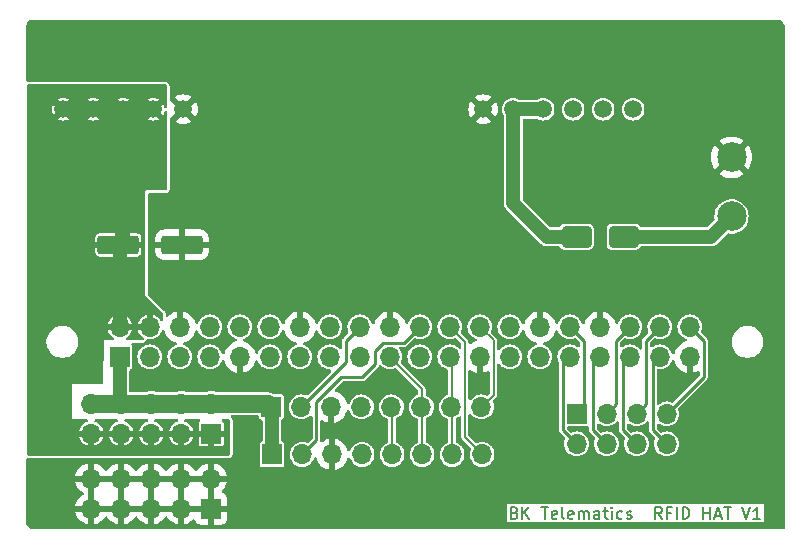
<source format=gtl>
G04 #@! TF.GenerationSoftware,KiCad,Pcbnew,8.99.0-1891-ge2bd76bdce*
G04 #@! TF.CreationDate,2024-07-24T15:45:45+03:00*
G04 #@! TF.ProjectId,rfid_rpi_hat,72666964-5f72-4706-995f-6861742e6b69,rev?*
G04 #@! TF.SameCoordinates,Original*
G04 #@! TF.FileFunction,Copper,L1,Top*
G04 #@! TF.FilePolarity,Positive*
%FSLAX46Y46*%
G04 Gerber Fmt 4.6, Leading zero omitted, Abs format (unit mm)*
G04 Created by KiCad (PCBNEW 8.99.0-1891-ge2bd76bdce) date 2024-07-24 15:45:45*
%MOMM*%
%LPD*%
G01*
G04 APERTURE LIST*
G04 Aperture macros list*
%AMRoundRect*
0 Rectangle with rounded corners*
0 $1 Rounding radius*
0 $2 $3 $4 $5 $6 $7 $8 $9 X,Y pos of 4 corners*
0 Add a 4 corners polygon primitive as box body*
4,1,4,$2,$3,$4,$5,$6,$7,$8,$9,$2,$3,0*
0 Add four circle primitives for the rounded corners*
1,1,$1+$1,$2,$3*
1,1,$1+$1,$4,$5*
1,1,$1+$1,$6,$7*
1,1,$1+$1,$8,$9*
0 Add four rect primitives between the rounded corners*
20,1,$1+$1,$2,$3,$4,$5,0*
20,1,$1+$1,$4,$5,$6,$7,0*
20,1,$1+$1,$6,$7,$8,$9,0*
20,1,$1+$1,$8,$9,$2,$3,0*%
G04 Aperture macros list end*
%ADD10C,0.150000*%
G04 #@! TA.AperFunction,NonConductor*
%ADD11C,0.150000*%
G04 #@! TD*
G04 #@! TA.AperFunction,ComponentPad*
%ADD12R,1.700000X1.700000*%
G04 #@! TD*
G04 #@! TA.AperFunction,ComponentPad*
%ADD13O,1.700000X1.700000*%
G04 #@! TD*
G04 #@! TA.AperFunction,SMDPad,CuDef*
%ADD14RoundRect,0.250000X-1.000000X-0.650000X1.000000X-0.650000X1.000000X0.650000X-1.000000X0.650000X0*%
G04 #@! TD*
G04 #@! TA.AperFunction,SMDPad,CuDef*
%ADD15RoundRect,0.250000X-1.500000X-0.550000X1.500000X-0.550000X1.500000X0.550000X-1.500000X0.550000X0*%
G04 #@! TD*
G04 #@! TA.AperFunction,ComponentPad*
%ADD16C,2.500000*%
G04 #@! TD*
G04 #@! TA.AperFunction,ComponentPad*
%ADD17C,1.500000*%
G04 #@! TD*
G04 #@! TA.AperFunction,ViaPad*
%ADD18C,0.700000*%
G04 #@! TD*
G04 #@! TA.AperFunction,Conductor*
%ADD19C,0.254000*%
G04 #@! TD*
G04 #@! TA.AperFunction,Conductor*
%ADD20C,0.200000*%
G04 #@! TD*
G04 #@! TA.AperFunction,Conductor*
%ADD21C,1.200000*%
G04 #@! TD*
G04 #@! TA.AperFunction,Conductor*
%ADD22C,1.500000*%
G04 #@! TD*
G04 APERTURE END LIST*
D10*
D11*
X209795112Y-146596009D02*
X209937969Y-146643628D01*
X209937969Y-146643628D02*
X209985588Y-146691247D01*
X209985588Y-146691247D02*
X210033207Y-146786485D01*
X210033207Y-146786485D02*
X210033207Y-146929342D01*
X210033207Y-146929342D02*
X209985588Y-147024580D01*
X209985588Y-147024580D02*
X209937969Y-147072200D01*
X209937969Y-147072200D02*
X209842731Y-147119819D01*
X209842731Y-147119819D02*
X209461779Y-147119819D01*
X209461779Y-147119819D02*
X209461779Y-146119819D01*
X209461779Y-146119819D02*
X209795112Y-146119819D01*
X209795112Y-146119819D02*
X209890350Y-146167438D01*
X209890350Y-146167438D02*
X209937969Y-146215057D01*
X209937969Y-146215057D02*
X209985588Y-146310295D01*
X209985588Y-146310295D02*
X209985588Y-146405533D01*
X209985588Y-146405533D02*
X209937969Y-146500771D01*
X209937969Y-146500771D02*
X209890350Y-146548390D01*
X209890350Y-146548390D02*
X209795112Y-146596009D01*
X209795112Y-146596009D02*
X209461779Y-146596009D01*
X210461779Y-147119819D02*
X210461779Y-146119819D01*
X211033207Y-147119819D02*
X210604636Y-146548390D01*
X211033207Y-146119819D02*
X210461779Y-146691247D01*
X212080827Y-146119819D02*
X212652255Y-146119819D01*
X212366541Y-147119819D02*
X212366541Y-146119819D01*
X213366541Y-147072200D02*
X213271303Y-147119819D01*
X213271303Y-147119819D02*
X213080827Y-147119819D01*
X213080827Y-147119819D02*
X212985589Y-147072200D01*
X212985589Y-147072200D02*
X212937970Y-146976961D01*
X212937970Y-146976961D02*
X212937970Y-146596009D01*
X212937970Y-146596009D02*
X212985589Y-146500771D01*
X212985589Y-146500771D02*
X213080827Y-146453152D01*
X213080827Y-146453152D02*
X213271303Y-146453152D01*
X213271303Y-146453152D02*
X213366541Y-146500771D01*
X213366541Y-146500771D02*
X213414160Y-146596009D01*
X213414160Y-146596009D02*
X213414160Y-146691247D01*
X213414160Y-146691247D02*
X212937970Y-146786485D01*
X213985589Y-147119819D02*
X213890351Y-147072200D01*
X213890351Y-147072200D02*
X213842732Y-146976961D01*
X213842732Y-146976961D02*
X213842732Y-146119819D01*
X214747494Y-147072200D02*
X214652256Y-147119819D01*
X214652256Y-147119819D02*
X214461780Y-147119819D01*
X214461780Y-147119819D02*
X214366542Y-147072200D01*
X214366542Y-147072200D02*
X214318923Y-146976961D01*
X214318923Y-146976961D02*
X214318923Y-146596009D01*
X214318923Y-146596009D02*
X214366542Y-146500771D01*
X214366542Y-146500771D02*
X214461780Y-146453152D01*
X214461780Y-146453152D02*
X214652256Y-146453152D01*
X214652256Y-146453152D02*
X214747494Y-146500771D01*
X214747494Y-146500771D02*
X214795113Y-146596009D01*
X214795113Y-146596009D02*
X214795113Y-146691247D01*
X214795113Y-146691247D02*
X214318923Y-146786485D01*
X215223685Y-147119819D02*
X215223685Y-146453152D01*
X215223685Y-146548390D02*
X215271304Y-146500771D01*
X215271304Y-146500771D02*
X215366542Y-146453152D01*
X215366542Y-146453152D02*
X215509399Y-146453152D01*
X215509399Y-146453152D02*
X215604637Y-146500771D01*
X215604637Y-146500771D02*
X215652256Y-146596009D01*
X215652256Y-146596009D02*
X215652256Y-147119819D01*
X215652256Y-146596009D02*
X215699875Y-146500771D01*
X215699875Y-146500771D02*
X215795113Y-146453152D01*
X215795113Y-146453152D02*
X215937970Y-146453152D01*
X215937970Y-146453152D02*
X216033209Y-146500771D01*
X216033209Y-146500771D02*
X216080828Y-146596009D01*
X216080828Y-146596009D02*
X216080828Y-147119819D01*
X216985589Y-147119819D02*
X216985589Y-146596009D01*
X216985589Y-146596009D02*
X216937970Y-146500771D01*
X216937970Y-146500771D02*
X216842732Y-146453152D01*
X216842732Y-146453152D02*
X216652256Y-146453152D01*
X216652256Y-146453152D02*
X216557018Y-146500771D01*
X216985589Y-147072200D02*
X216890351Y-147119819D01*
X216890351Y-147119819D02*
X216652256Y-147119819D01*
X216652256Y-147119819D02*
X216557018Y-147072200D01*
X216557018Y-147072200D02*
X216509399Y-146976961D01*
X216509399Y-146976961D02*
X216509399Y-146881723D01*
X216509399Y-146881723D02*
X216557018Y-146786485D01*
X216557018Y-146786485D02*
X216652256Y-146738866D01*
X216652256Y-146738866D02*
X216890351Y-146738866D01*
X216890351Y-146738866D02*
X216985589Y-146691247D01*
X217318923Y-146453152D02*
X217699875Y-146453152D01*
X217461780Y-146119819D02*
X217461780Y-146976961D01*
X217461780Y-146976961D02*
X217509399Y-147072200D01*
X217509399Y-147072200D02*
X217604637Y-147119819D01*
X217604637Y-147119819D02*
X217699875Y-147119819D01*
X218033209Y-147119819D02*
X218033209Y-146453152D01*
X218033209Y-146119819D02*
X217985590Y-146167438D01*
X217985590Y-146167438D02*
X218033209Y-146215057D01*
X218033209Y-146215057D02*
X218080828Y-146167438D01*
X218080828Y-146167438D02*
X218033209Y-146119819D01*
X218033209Y-146119819D02*
X218033209Y-146215057D01*
X218937970Y-147072200D02*
X218842732Y-147119819D01*
X218842732Y-147119819D02*
X218652256Y-147119819D01*
X218652256Y-147119819D02*
X218557018Y-147072200D01*
X218557018Y-147072200D02*
X218509399Y-147024580D01*
X218509399Y-147024580D02*
X218461780Y-146929342D01*
X218461780Y-146929342D02*
X218461780Y-146643628D01*
X218461780Y-146643628D02*
X218509399Y-146548390D01*
X218509399Y-146548390D02*
X218557018Y-146500771D01*
X218557018Y-146500771D02*
X218652256Y-146453152D01*
X218652256Y-146453152D02*
X218842732Y-146453152D01*
X218842732Y-146453152D02*
X218937970Y-146500771D01*
X219318923Y-147072200D02*
X219414161Y-147119819D01*
X219414161Y-147119819D02*
X219604637Y-147119819D01*
X219604637Y-147119819D02*
X219699875Y-147072200D01*
X219699875Y-147072200D02*
X219747494Y-146976961D01*
X219747494Y-146976961D02*
X219747494Y-146929342D01*
X219747494Y-146929342D02*
X219699875Y-146834104D01*
X219699875Y-146834104D02*
X219604637Y-146786485D01*
X219604637Y-146786485D02*
X219461780Y-146786485D01*
X219461780Y-146786485D02*
X219366542Y-146738866D01*
X219366542Y-146738866D02*
X219318923Y-146643628D01*
X219318923Y-146643628D02*
X219318923Y-146596009D01*
X219318923Y-146596009D02*
X219366542Y-146500771D01*
X219366542Y-146500771D02*
X219461780Y-146453152D01*
X219461780Y-146453152D02*
X219604637Y-146453152D01*
X219604637Y-146453152D02*
X219699875Y-146500771D01*
X222271304Y-147119819D02*
X221937971Y-146643628D01*
X221699876Y-147119819D02*
X221699876Y-146119819D01*
X221699876Y-146119819D02*
X222080828Y-146119819D01*
X222080828Y-146119819D02*
X222176066Y-146167438D01*
X222176066Y-146167438D02*
X222223685Y-146215057D01*
X222223685Y-146215057D02*
X222271304Y-146310295D01*
X222271304Y-146310295D02*
X222271304Y-146453152D01*
X222271304Y-146453152D02*
X222223685Y-146548390D01*
X222223685Y-146548390D02*
X222176066Y-146596009D01*
X222176066Y-146596009D02*
X222080828Y-146643628D01*
X222080828Y-146643628D02*
X221699876Y-146643628D01*
X223033209Y-146596009D02*
X222699876Y-146596009D01*
X222699876Y-147119819D02*
X222699876Y-146119819D01*
X222699876Y-146119819D02*
X223176066Y-146119819D01*
X223557019Y-147119819D02*
X223557019Y-146119819D01*
X224033209Y-147119819D02*
X224033209Y-146119819D01*
X224033209Y-146119819D02*
X224271304Y-146119819D01*
X224271304Y-146119819D02*
X224414161Y-146167438D01*
X224414161Y-146167438D02*
X224509399Y-146262676D01*
X224509399Y-146262676D02*
X224557018Y-146357914D01*
X224557018Y-146357914D02*
X224604637Y-146548390D01*
X224604637Y-146548390D02*
X224604637Y-146691247D01*
X224604637Y-146691247D02*
X224557018Y-146881723D01*
X224557018Y-146881723D02*
X224509399Y-146976961D01*
X224509399Y-146976961D02*
X224414161Y-147072200D01*
X224414161Y-147072200D02*
X224271304Y-147119819D01*
X224271304Y-147119819D02*
X224033209Y-147119819D01*
X225795114Y-147119819D02*
X225795114Y-146119819D01*
X225795114Y-146596009D02*
X226366542Y-146596009D01*
X226366542Y-147119819D02*
X226366542Y-146119819D01*
X226795114Y-146834104D02*
X227271304Y-146834104D01*
X226699876Y-147119819D02*
X227033209Y-146119819D01*
X227033209Y-146119819D02*
X227366542Y-147119819D01*
X227557019Y-146119819D02*
X228128447Y-146119819D01*
X227842733Y-147119819D02*
X227842733Y-146119819D01*
X229080829Y-146119819D02*
X229414162Y-147119819D01*
X229414162Y-147119819D02*
X229747495Y-146119819D01*
X230604638Y-147119819D02*
X230033210Y-147119819D01*
X230318924Y-147119819D02*
X230318924Y-146119819D01*
X230318924Y-146119819D02*
X230223686Y-146262676D01*
X230223686Y-146262676D02*
X230128448Y-146357914D01*
X230128448Y-146357914D02*
X230033210Y-146405533D01*
D12*
X184115000Y-146240000D03*
D13*
X184115000Y-143700000D03*
X181575000Y-146240000D03*
X181575000Y-143700000D03*
X179035000Y-146240000D03*
X179035000Y-143700000D03*
X176495000Y-146240000D03*
X176495000Y-143700000D03*
X173955000Y-146240000D03*
X173955000Y-143700000D03*
D14*
X215050000Y-123225000D03*
X219050000Y-123225000D03*
D12*
X189210000Y-137625000D03*
D13*
X191750000Y-137625000D03*
X194290000Y-137625000D03*
X196830000Y-137625000D03*
X199370000Y-137625000D03*
X201910000Y-137625000D03*
X204450000Y-137625000D03*
X206990000Y-137625000D03*
D12*
X184115000Y-139890000D03*
D13*
X184115000Y-137350000D03*
X181575000Y-139890000D03*
X181575000Y-137350000D03*
X179035000Y-139890000D03*
X179035000Y-137350000D03*
X176495000Y-139890000D03*
X176495000Y-137350000D03*
X173955000Y-139890000D03*
X173955000Y-137350000D03*
D15*
X176250000Y-123900000D03*
X181650000Y-123900000D03*
D12*
X189270000Y-141650000D03*
D13*
X191810000Y-141650000D03*
X194350000Y-141650000D03*
X196890000Y-141650000D03*
X199430000Y-141650000D03*
X201970000Y-141650000D03*
X204510000Y-141650000D03*
X207050000Y-141650000D03*
D16*
X228175000Y-121500000D03*
X228175000Y-116500000D03*
D12*
X215055000Y-138225000D03*
D13*
X215055000Y-140765000D03*
X217595000Y-138225000D03*
X217595000Y-140765000D03*
X220135000Y-138225000D03*
X220135000Y-140765000D03*
X222675000Y-138225000D03*
X222675000Y-140765000D03*
D17*
X171590000Y-112425000D03*
X174130000Y-112425000D03*
X176670000Y-112425000D03*
X179210000Y-112425000D03*
X181750000Y-112425000D03*
X207150000Y-112425000D03*
X209690000Y-112425000D03*
X212230000Y-112425000D03*
X214770000Y-112425000D03*
X217310000Y-112425000D03*
X219850000Y-112425000D03*
D12*
X176395000Y-133395000D03*
D13*
X176395000Y-130855000D03*
X178935000Y-133395000D03*
X178935000Y-130855000D03*
X181475000Y-133395000D03*
X181475000Y-130855000D03*
X184015000Y-133395000D03*
X184015000Y-130855000D03*
X186555000Y-133395000D03*
X186555000Y-130855000D03*
X189095000Y-133395000D03*
X189095000Y-130855000D03*
X191635000Y-133395000D03*
X191635000Y-130855000D03*
X194175000Y-133395000D03*
X194175000Y-130855000D03*
X196715000Y-133395000D03*
X196715000Y-130855000D03*
X199255000Y-133395000D03*
X199255000Y-130855000D03*
X201795000Y-133395000D03*
X201795000Y-130855000D03*
X204335000Y-133395000D03*
X204335000Y-130855000D03*
X206875000Y-133395000D03*
X206875000Y-130855000D03*
X209415000Y-133395000D03*
X209415000Y-130855000D03*
X211955000Y-133395000D03*
X211955000Y-130855000D03*
X214495000Y-133395000D03*
X214495000Y-130855000D03*
X217035000Y-133395000D03*
X217035000Y-130855000D03*
X219575000Y-133395000D03*
X219575000Y-130855000D03*
X222115000Y-133395000D03*
X222115000Y-130855000D03*
X224655000Y-133395000D03*
X224655000Y-130855000D03*
D18*
X188092105Y-109900000D03*
X191348684Y-115775000D03*
X194748684Y-123125000D03*
X230475000Y-141250000D03*
X207075000Y-123125000D03*
X185010527Y-109900000D03*
X185185527Y-115775000D03*
X230675000Y-127750000D03*
X203500000Y-109900000D03*
X199572369Y-105750000D03*
X214980264Y-105750000D03*
X169400000Y-147175000D03*
X222250000Y-144075000D03*
X171838159Y-105750000D03*
X224225000Y-105750000D03*
X200911842Y-123125000D03*
X211200000Y-144125000D03*
X193409211Y-105750000D03*
X188800000Y-147025000D03*
X194255263Y-109900000D03*
X197511842Y-115775000D03*
X219225000Y-109300000D03*
X230388158Y-105750000D03*
X220425000Y-127750000D03*
X227306579Y-105750000D03*
X181850000Y-125650000D03*
X205600000Y-146975000D03*
X200593421Y-115775000D03*
X188267105Y-115775000D03*
X184164475Y-105750000D03*
X211050000Y-137175000D03*
X218061842Y-105750000D03*
X181082896Y-105750000D03*
X192500000Y-146950000D03*
X196490790Y-105750000D03*
X181700000Y-121950000D03*
X230700000Y-144050000D03*
X197830263Y-123125000D03*
X169425000Y-143550000D03*
X197336842Y-109900000D03*
X225650000Y-127750000D03*
X225100000Y-109525000D03*
X219750000Y-117000000D03*
X202653948Y-105750000D03*
X230537134Y-109919562D03*
X211898685Y-105750000D03*
X174919738Y-105750000D03*
X200418421Y-109900000D03*
X209950000Y-127525000D03*
X178001317Y-105750000D03*
X225800000Y-137725000D03*
X215325000Y-127675000D03*
X203993421Y-123125000D03*
X203675000Y-115775000D03*
X191667105Y-123125000D03*
X208817106Y-105750000D03*
X198075000Y-127675000D03*
X211050000Y-141000000D03*
X196775000Y-146950000D03*
X194430263Y-115775000D03*
X190327632Y-105750000D03*
X205200000Y-127750000D03*
X184325000Y-127750000D03*
X205735527Y-105750000D03*
X184475000Y-123975000D03*
X190600000Y-127550000D03*
X224424987Y-119459081D03*
X221143421Y-105750000D03*
X187246053Y-105750000D03*
X215925000Y-117050000D03*
X225875000Y-141725000D03*
X191173684Y-109900000D03*
X188585527Y-123125000D03*
X213525000Y-109225000D03*
X216950000Y-144075000D03*
X200825000Y-147025000D03*
X230600000Y-137350000D03*
D19*
X191750000Y-137625000D02*
X195525000Y-133850000D01*
X195525000Y-133850000D02*
X195525000Y-132045000D01*
X195525000Y-132045000D02*
X196715000Y-130855000D01*
D20*
X201970000Y-141650000D02*
X201970000Y-136110000D01*
X201970000Y-136110000D02*
X199255000Y-133395000D01*
X199430000Y-141650000D02*
X199430000Y-137685000D01*
X199430000Y-137685000D02*
X199370000Y-137625000D01*
D19*
X196925000Y-135100000D02*
X198000000Y-134025000D01*
X198675000Y-132200000D02*
X200450000Y-132200000D01*
X198000000Y-132875000D02*
X198675000Y-132200000D01*
X200450000Y-132200000D02*
X201795000Y-130855000D01*
X191810000Y-141650000D02*
X193025000Y-140435000D01*
X193025000Y-140435000D02*
X193025000Y-137225470D01*
X193025000Y-137225470D02*
X195150470Y-135100000D01*
X198000000Y-134025000D02*
X198000000Y-132875000D01*
X195150470Y-135100000D02*
X196925000Y-135100000D01*
D20*
X204510000Y-141650000D02*
X204510000Y-133570000D01*
X204510000Y-133570000D02*
X204335000Y-133395000D01*
X205602500Y-140202500D02*
X207050000Y-141650000D01*
X205602500Y-132122500D02*
X205602500Y-140202500D01*
X204335000Y-130855000D02*
X205602500Y-132122500D01*
X208025000Y-136590000D02*
X208025000Y-132005000D01*
X208025000Y-132005000D02*
X206875000Y-130855000D01*
X206990000Y-137625000D02*
X208025000Y-136590000D01*
D19*
X215055000Y-140765000D02*
X213878000Y-139588000D01*
X213878000Y-134012000D02*
X214495000Y-133395000D01*
X213878000Y-139588000D02*
X213878000Y-134012000D01*
X215055000Y-138225000D02*
X215672000Y-137608000D01*
X215672000Y-137608000D02*
X215672000Y-132032000D01*
X215672000Y-132032000D02*
X214495000Y-130855000D01*
X216418000Y-139588000D02*
X216418000Y-134012000D01*
X216418000Y-134012000D02*
X217035000Y-133395000D01*
X217595000Y-140765000D02*
X216418000Y-139588000D01*
X220135000Y-140765000D02*
X218958000Y-139588000D01*
X218958000Y-134012000D02*
X219575000Y-133395000D01*
X218958000Y-139588000D02*
X218958000Y-134012000D01*
X219575000Y-130855000D02*
X218398000Y-132032000D01*
X218398000Y-132032000D02*
X218398000Y-137422000D01*
X218398000Y-137422000D02*
X217595000Y-138225000D01*
X221498000Y-134012000D02*
X222115000Y-133395000D01*
X221498000Y-139588000D02*
X221498000Y-134012000D01*
X222675000Y-140765000D02*
X221498000Y-139588000D01*
X220938000Y-132032000D02*
X220938000Y-137422000D01*
X222115000Y-130855000D02*
X220938000Y-132032000D01*
X220938000Y-137422000D02*
X220135000Y-138225000D01*
X225832000Y-135068000D02*
X222675000Y-138225000D01*
X225832000Y-132032000D02*
X225832000Y-135068000D01*
X224655000Y-130855000D02*
X225832000Y-132032000D01*
D21*
X176670000Y-112425000D02*
X176670000Y-123480000D01*
X176395000Y-124045000D02*
X176250000Y-123900000D01*
X171590000Y-112425000D02*
X179210000Y-112425000D01*
X176670000Y-123480000D02*
X176250000Y-123900000D01*
X176395000Y-130855000D02*
X176395000Y-124045000D01*
D22*
X188935000Y-137350000D02*
X189210000Y-137625000D01*
D21*
X176395000Y-137250000D02*
X176495000Y-137350000D01*
X189270000Y-137685000D02*
X189210000Y-137625000D01*
D22*
X173955000Y-137350000D02*
X188935000Y-137350000D01*
D21*
X176395000Y-133395000D02*
X176395000Y-137250000D01*
X189270000Y-141650000D02*
X189270000Y-137685000D01*
X226450000Y-123225000D02*
X219050000Y-123225000D01*
X228175000Y-121500000D02*
X226450000Y-123225000D01*
X215050000Y-123225000D02*
X212550000Y-123225000D01*
X212550000Y-123225000D02*
X209690000Y-120365000D01*
X209690000Y-112425000D02*
X212230000Y-112425000D01*
X209690000Y-120365000D02*
X209690000Y-112425000D01*
G04 #@! TA.AperFunction,Conductor*
G36*
X180328039Y-110344685D02*
G01*
X180373794Y-110397489D01*
X180385000Y-110449000D01*
X180385000Y-112189863D01*
X180365315Y-112256902D01*
X180312511Y-112302657D01*
X180243353Y-112312601D01*
X180179797Y-112283576D01*
X180142340Y-112225859D01*
X180091933Y-112059692D01*
X180035130Y-111953422D01*
X179610000Y-112378552D01*
X179610000Y-112372339D01*
X179582741Y-112270606D01*
X179530080Y-112179394D01*
X179455606Y-112104920D01*
X179364394Y-112052259D01*
X179262661Y-112025000D01*
X179256447Y-112025000D01*
X179681577Y-111599869D01*
X179681577Y-111599868D01*
X179575313Y-111543069D01*
X179396230Y-111488744D01*
X179210000Y-111470403D01*
X179023769Y-111488744D01*
X178844692Y-111543067D01*
X178738422Y-111599869D01*
X179163554Y-112025000D01*
X179157339Y-112025000D01*
X179055606Y-112052259D01*
X178964394Y-112104920D01*
X178889920Y-112179394D01*
X178837259Y-112270606D01*
X178810000Y-112372339D01*
X178810000Y-112378553D01*
X178384869Y-111953422D01*
X178328067Y-112059692D01*
X178273744Y-112238769D01*
X178255403Y-112425000D01*
X178273744Y-112611230D01*
X178328069Y-112790313D01*
X178384868Y-112896577D01*
X178384869Y-112896577D01*
X178810000Y-112471446D01*
X178810000Y-112477661D01*
X178837259Y-112579394D01*
X178889920Y-112670606D01*
X178964394Y-112745080D01*
X179055606Y-112797741D01*
X179157339Y-112825000D01*
X179163553Y-112825000D01*
X178738422Y-113250130D01*
X178844688Y-113306931D01*
X179023769Y-113361255D01*
X179210000Y-113379596D01*
X179396230Y-113361255D01*
X179575311Y-113306931D01*
X179681577Y-113250130D01*
X179681577Y-113250129D01*
X179256448Y-112825000D01*
X179262661Y-112825000D01*
X179364394Y-112797741D01*
X179455606Y-112745080D01*
X179530080Y-112670606D01*
X179582741Y-112579394D01*
X179610000Y-112477661D01*
X179610000Y-112471447D01*
X180035129Y-112896577D01*
X180035130Y-112896577D01*
X180091931Y-112790310D01*
X180142339Y-112624141D01*
X180180637Y-112565702D01*
X180244449Y-112537246D01*
X180313516Y-112547806D01*
X180365910Y-112594030D01*
X180385000Y-112660136D01*
X180385000Y-119176000D01*
X180365315Y-119243039D01*
X180312511Y-119288794D01*
X180261000Y-119300000D01*
X178574999Y-119300000D01*
X178550000Y-119324999D01*
X178550000Y-128175000D01*
X180013681Y-129638681D01*
X180047166Y-129700004D01*
X180050000Y-129726362D01*
X180050000Y-130218556D01*
X180030315Y-130285595D01*
X179977511Y-130331350D01*
X179908353Y-130341294D01*
X179844797Y-130312269D01*
X179816643Y-130277011D01*
X179812272Y-130268833D01*
X179812267Y-130268826D01*
X179681055Y-130108944D01*
X179521173Y-129977732D01*
X179521166Y-129977728D01*
X179338763Y-129880232D01*
X179185000Y-129833587D01*
X179185000Y-130421988D01*
X179127993Y-130389075D01*
X179000826Y-130355000D01*
X178869174Y-130355000D01*
X178742007Y-130389075D01*
X178685000Y-130421988D01*
X178685000Y-129833587D01*
X178531236Y-129880232D01*
X178348833Y-129977728D01*
X178348826Y-129977732D01*
X178188944Y-130108944D01*
X178057732Y-130268826D01*
X178057728Y-130268833D01*
X177960233Y-130451233D01*
X177913590Y-130605000D01*
X178501988Y-130605000D01*
X178469075Y-130662007D01*
X178435000Y-130789174D01*
X178435000Y-130920826D01*
X178469075Y-131047993D01*
X178501988Y-131105000D01*
X177913590Y-131105000D01*
X177960233Y-131258766D01*
X178057728Y-131441166D01*
X178057732Y-131441173D01*
X178188944Y-131601055D01*
X178348826Y-131732267D01*
X178348833Y-131732271D01*
X178366364Y-131741642D01*
X178416208Y-131790604D01*
X178431669Y-131858741D01*
X178407838Y-131924421D01*
X178352280Y-131966790D01*
X178307911Y-131975000D01*
X177022089Y-131975000D01*
X176955050Y-131955315D01*
X176909295Y-131902511D01*
X176899351Y-131833353D01*
X176928376Y-131769797D01*
X176963636Y-131741642D01*
X176981166Y-131732271D01*
X176981173Y-131732267D01*
X177141055Y-131601055D01*
X177272267Y-131441173D01*
X177272271Y-131441166D01*
X177369766Y-131258766D01*
X177416410Y-131105000D01*
X176828012Y-131105000D01*
X176860925Y-131047993D01*
X176895000Y-130920826D01*
X176895000Y-130789174D01*
X176860925Y-130662007D01*
X176828012Y-130605000D01*
X177416410Y-130605000D01*
X177369766Y-130451233D01*
X177272271Y-130268833D01*
X177272267Y-130268826D01*
X177141055Y-130108944D01*
X176981173Y-129977732D01*
X176981166Y-129977728D01*
X176798763Y-129880232D01*
X176645000Y-129833587D01*
X176645000Y-130421988D01*
X176587993Y-130389075D01*
X176460826Y-130355000D01*
X176329174Y-130355000D01*
X176202007Y-130389075D01*
X176145000Y-130421988D01*
X176145000Y-129833587D01*
X175991236Y-129880232D01*
X175808833Y-129977728D01*
X175808826Y-129977732D01*
X175648944Y-130108944D01*
X175517732Y-130268826D01*
X175517728Y-130268833D01*
X175420233Y-130451233D01*
X175373590Y-130605000D01*
X175961988Y-130605000D01*
X175929075Y-130662007D01*
X175895000Y-130789174D01*
X175895000Y-130920826D01*
X175929075Y-131047993D01*
X175961988Y-131105000D01*
X175373590Y-131105000D01*
X175420233Y-131258766D01*
X175517728Y-131441166D01*
X175517732Y-131441173D01*
X175648944Y-131601055D01*
X175808826Y-131732267D01*
X175808833Y-131732271D01*
X175826364Y-131741642D01*
X175876208Y-131790604D01*
X175891669Y-131858741D01*
X175867838Y-131924421D01*
X175812280Y-131966790D01*
X175767911Y-131975000D01*
X175025000Y-131975000D01*
X174953074Y-135552888D01*
X174932046Y-135619519D01*
X174878333Y-135664203D01*
X174829129Y-135674396D01*
X172300000Y-135674999D01*
X172300000Y-138665911D01*
X172300000Y-138665912D01*
X173545429Y-138663337D01*
X173612507Y-138682883D01*
X173658371Y-138735592D01*
X173668457Y-138804730D01*
X173639564Y-138868346D01*
X173581680Y-138905997D01*
X173551235Y-138915232D01*
X173368833Y-139012728D01*
X173368826Y-139012732D01*
X173208944Y-139143944D01*
X173077732Y-139303826D01*
X173077728Y-139303833D01*
X172980233Y-139486233D01*
X172933590Y-139640000D01*
X173521988Y-139640000D01*
X173489075Y-139697007D01*
X173455000Y-139824174D01*
X173455000Y-139955826D01*
X173489075Y-140082993D01*
X173521988Y-140140000D01*
X172933590Y-140140000D01*
X172980233Y-140293766D01*
X173077728Y-140476166D01*
X173077732Y-140476173D01*
X173208944Y-140636055D01*
X173368826Y-140767267D01*
X173368833Y-140767271D01*
X173551233Y-140864766D01*
X173705000Y-140911410D01*
X173705000Y-140323012D01*
X173762007Y-140355925D01*
X173889174Y-140390000D01*
X174020826Y-140390000D01*
X174147993Y-140355925D01*
X174205000Y-140323012D01*
X174205000Y-140911410D01*
X174358766Y-140864766D01*
X174541166Y-140767271D01*
X174541173Y-140767267D01*
X174701055Y-140636055D01*
X174832267Y-140476173D01*
X174832271Y-140476166D01*
X174929766Y-140293766D01*
X174976410Y-140140000D01*
X174388012Y-140140000D01*
X174420925Y-140082993D01*
X174455000Y-139955826D01*
X174455000Y-139824174D01*
X174420925Y-139697007D01*
X174388012Y-139640000D01*
X174976410Y-139640000D01*
X174929766Y-139486233D01*
X174832271Y-139303833D01*
X174832267Y-139303826D01*
X174701055Y-139143944D01*
X174541173Y-139012732D01*
X174541166Y-139012728D01*
X174358764Y-138915232D01*
X174322778Y-138904316D01*
X174264340Y-138866018D01*
X174235884Y-138802206D01*
X174246445Y-138733139D01*
X174292670Y-138680746D01*
X174358515Y-138661656D01*
X176102855Y-138658051D01*
X176169934Y-138677597D01*
X176215798Y-138730307D01*
X176225884Y-138799444D01*
X176196991Y-138863060D01*
X176139106Y-138900711D01*
X176091236Y-138915232D01*
X175908833Y-139012728D01*
X175908826Y-139012732D01*
X175748944Y-139143944D01*
X175617732Y-139303826D01*
X175617728Y-139303833D01*
X175520233Y-139486233D01*
X175473590Y-139640000D01*
X176061988Y-139640000D01*
X176029075Y-139697007D01*
X175995000Y-139824174D01*
X175995000Y-139955826D01*
X176029075Y-140082993D01*
X176061988Y-140140000D01*
X175473590Y-140140000D01*
X175520233Y-140293766D01*
X175617728Y-140476166D01*
X175617732Y-140476173D01*
X175748944Y-140636055D01*
X175908826Y-140767267D01*
X175908833Y-140767271D01*
X176091233Y-140864766D01*
X176245000Y-140911410D01*
X176245000Y-140323012D01*
X176302007Y-140355925D01*
X176429174Y-140390000D01*
X176560826Y-140390000D01*
X176687993Y-140355925D01*
X176745000Y-140323012D01*
X176745000Y-140911410D01*
X176898766Y-140864766D01*
X177081166Y-140767271D01*
X177081173Y-140767267D01*
X177241055Y-140636055D01*
X177372267Y-140476173D01*
X177372271Y-140476166D01*
X177469766Y-140293766D01*
X177516410Y-140140000D01*
X176928012Y-140140000D01*
X176960925Y-140082993D01*
X176995000Y-139955826D01*
X176995000Y-139824174D01*
X176960925Y-139697007D01*
X176928012Y-139640000D01*
X177516410Y-139640000D01*
X177469766Y-139486233D01*
X177372271Y-139303833D01*
X177372267Y-139303826D01*
X177241055Y-139143944D01*
X177081173Y-139012732D01*
X177081166Y-139012728D01*
X176898766Y-138915233D01*
X176845590Y-138899103D01*
X176787151Y-138860805D01*
X176758695Y-138796993D01*
X176769255Y-138727926D01*
X176815479Y-138675532D01*
X176881328Y-138656442D01*
X178660283Y-138652765D01*
X178727360Y-138672310D01*
X178773224Y-138725019D01*
X178783310Y-138794157D01*
X178754417Y-138857773D01*
X178696533Y-138895424D01*
X178631235Y-138915232D01*
X178448833Y-139012728D01*
X178448826Y-139012732D01*
X178288944Y-139143944D01*
X178157732Y-139303826D01*
X178157728Y-139303833D01*
X178060233Y-139486233D01*
X178013590Y-139640000D01*
X178601988Y-139640000D01*
X178569075Y-139697007D01*
X178535000Y-139824174D01*
X178535000Y-139955826D01*
X178569075Y-140082993D01*
X178601988Y-140140000D01*
X178013590Y-140140000D01*
X178060233Y-140293766D01*
X178157728Y-140476166D01*
X178157732Y-140476173D01*
X178288944Y-140636055D01*
X178448826Y-140767267D01*
X178448833Y-140767271D01*
X178631233Y-140864766D01*
X178785000Y-140911410D01*
X178785000Y-140323012D01*
X178842007Y-140355925D01*
X178969174Y-140390000D01*
X179100826Y-140390000D01*
X179227993Y-140355925D01*
X179285000Y-140323012D01*
X179285000Y-140911410D01*
X179438766Y-140864766D01*
X179621166Y-140767271D01*
X179621173Y-140767267D01*
X179781055Y-140636055D01*
X179912267Y-140476173D01*
X179912271Y-140476166D01*
X180009766Y-140293766D01*
X180056410Y-140140000D01*
X179468012Y-140140000D01*
X179500925Y-140082993D01*
X179535000Y-139955826D01*
X179535000Y-139824174D01*
X179500925Y-139697007D01*
X179468012Y-139640000D01*
X180056410Y-139640000D01*
X180009766Y-139486233D01*
X179912271Y-139303833D01*
X179912267Y-139303826D01*
X179781055Y-139143944D01*
X179621173Y-139012732D01*
X179621166Y-139012728D01*
X179438766Y-138915233D01*
X179368399Y-138893888D01*
X179309960Y-138855590D01*
X179281504Y-138791778D01*
X179292064Y-138722711D01*
X179338288Y-138670317D01*
X179404136Y-138651227D01*
X181217708Y-138647478D01*
X181284786Y-138667024D01*
X181330650Y-138719733D01*
X181340736Y-138788871D01*
X181311843Y-138852487D01*
X181253958Y-138890138D01*
X181171236Y-138915232D01*
X180988833Y-139012728D01*
X180988826Y-139012732D01*
X180828944Y-139143944D01*
X180697732Y-139303826D01*
X180697728Y-139303833D01*
X180600233Y-139486233D01*
X180553590Y-139640000D01*
X181141988Y-139640000D01*
X181109075Y-139697007D01*
X181075000Y-139824174D01*
X181075000Y-139955826D01*
X181109075Y-140082993D01*
X181141988Y-140140000D01*
X180553590Y-140140000D01*
X180600233Y-140293766D01*
X180697728Y-140476166D01*
X180697732Y-140476173D01*
X180828944Y-140636055D01*
X180988826Y-140767267D01*
X180988833Y-140767271D01*
X181171233Y-140864766D01*
X181325000Y-140911410D01*
X181325000Y-140323012D01*
X181382007Y-140355925D01*
X181509174Y-140390000D01*
X181640826Y-140390000D01*
X181767993Y-140355925D01*
X181825000Y-140323012D01*
X181825000Y-140911410D01*
X181978766Y-140864766D01*
X182161166Y-140767271D01*
X182161173Y-140767267D01*
X182321055Y-140636055D01*
X182452267Y-140476173D01*
X182452271Y-140476166D01*
X182549766Y-140293766D01*
X182596410Y-140140000D01*
X182008012Y-140140000D01*
X182040925Y-140082993D01*
X182075000Y-139955826D01*
X182075000Y-139824174D01*
X182040925Y-139697007D01*
X182008012Y-139640000D01*
X182596410Y-139640000D01*
X182549766Y-139486233D01*
X182452271Y-139303833D01*
X182452267Y-139303826D01*
X182321055Y-139143944D01*
X182161173Y-139012732D01*
X182161166Y-139012728D01*
X181978763Y-138915232D01*
X181891208Y-138888672D01*
X181832770Y-138850375D01*
X181804313Y-138786562D01*
X181814874Y-138717495D01*
X181861099Y-138665102D01*
X181926945Y-138646012D01*
X183089220Y-138643610D01*
X183156300Y-138663156D01*
X183202164Y-138715866D01*
X183212250Y-138785003D01*
X183183357Y-138848619D01*
X183158367Y-138870712D01*
X183120808Y-138895808D01*
X183076603Y-138961965D01*
X183076602Y-138961966D01*
X183065000Y-139020297D01*
X183065000Y-139640000D01*
X183681988Y-139640000D01*
X183649075Y-139697007D01*
X183615000Y-139824174D01*
X183615000Y-139955826D01*
X183649075Y-140082993D01*
X183681988Y-140140000D01*
X183065000Y-140140000D01*
X183065000Y-140759702D01*
X183076602Y-140818033D01*
X183076603Y-140818034D01*
X183120808Y-140884191D01*
X183186965Y-140928396D01*
X183186966Y-140928397D01*
X183245297Y-140939999D01*
X183245301Y-140940000D01*
X183865000Y-140940000D01*
X183865000Y-140323012D01*
X183922007Y-140355925D01*
X184049174Y-140390000D01*
X184180826Y-140390000D01*
X184307993Y-140355925D01*
X184365000Y-140323012D01*
X184365000Y-140940000D01*
X184984699Y-140940000D01*
X184984702Y-140939999D01*
X185043033Y-140928397D01*
X185043034Y-140928396D01*
X185109191Y-140884191D01*
X185153396Y-140818034D01*
X185153397Y-140818033D01*
X185164999Y-140759702D01*
X185165000Y-140759699D01*
X185165000Y-140140000D01*
X184548012Y-140140000D01*
X184580925Y-140082993D01*
X184615000Y-139955826D01*
X184615000Y-139824174D01*
X184580925Y-139697007D01*
X184548012Y-139640000D01*
X185165000Y-139640000D01*
X185165000Y-139020301D01*
X185164999Y-139020297D01*
X185153397Y-138961966D01*
X185153396Y-138961965D01*
X185109191Y-138895808D01*
X185065307Y-138866485D01*
X185020502Y-138812873D01*
X185011795Y-138743548D01*
X185041950Y-138680520D01*
X185101393Y-138643801D01*
X185133936Y-138639383D01*
X185600746Y-138638418D01*
X185667824Y-138657964D01*
X185713688Y-138710673D01*
X185725000Y-138762418D01*
X185725000Y-141626000D01*
X185705315Y-141693039D01*
X185652511Y-141738794D01*
X185601000Y-141750000D01*
X168649000Y-141750000D01*
X168581961Y-141730315D01*
X168536206Y-141677511D01*
X168525000Y-141626000D01*
X168525000Y-132018713D01*
X170174500Y-132018713D01*
X170174500Y-132231286D01*
X170204352Y-132419768D01*
X170207754Y-132441243D01*
X170235050Y-132525252D01*
X170273444Y-132643414D01*
X170369951Y-132832820D01*
X170494890Y-133004786D01*
X170645213Y-133155109D01*
X170817179Y-133280048D01*
X170817181Y-133280049D01*
X170817184Y-133280051D01*
X171006588Y-133376557D01*
X171208757Y-133442246D01*
X171418713Y-133475500D01*
X171418714Y-133475500D01*
X171631286Y-133475500D01*
X171631287Y-133475500D01*
X171841243Y-133442246D01*
X172043412Y-133376557D01*
X172232816Y-133280051D01*
X172254789Y-133264086D01*
X172404786Y-133155109D01*
X172404788Y-133155106D01*
X172404792Y-133155104D01*
X172555104Y-133004792D01*
X172555106Y-133004788D01*
X172555109Y-133004786D01*
X172680048Y-132832820D01*
X172680047Y-132832820D01*
X172680051Y-132832816D01*
X172776557Y-132643412D01*
X172842246Y-132441243D01*
X172875500Y-132231287D01*
X172875500Y-132018713D01*
X172842246Y-131808757D01*
X172776557Y-131606588D01*
X172680051Y-131417184D01*
X172680049Y-131417181D01*
X172680048Y-131417179D01*
X172555109Y-131245213D01*
X172404786Y-131094890D01*
X172232820Y-130969951D01*
X172043414Y-130873444D01*
X172043413Y-130873443D01*
X172043412Y-130873443D01*
X171841243Y-130807754D01*
X171841241Y-130807753D01*
X171841240Y-130807753D01*
X171679957Y-130782208D01*
X171631287Y-130774500D01*
X171418713Y-130774500D01*
X171370042Y-130782208D01*
X171208760Y-130807753D01*
X171006585Y-130873444D01*
X170817179Y-130969951D01*
X170645213Y-131094890D01*
X170494890Y-131245213D01*
X170369951Y-131417179D01*
X170273444Y-131606585D01*
X170207753Y-131808760D01*
X170174500Y-132018713D01*
X168525000Y-132018713D01*
X168525000Y-124504196D01*
X174300001Y-124504196D01*
X174302851Y-124534606D01*
X174347653Y-124662645D01*
X174428207Y-124771792D01*
X174537354Y-124852346D01*
X174665397Y-124897149D01*
X174695792Y-124899999D01*
X175999999Y-124899999D01*
X176500000Y-124899999D01*
X177804196Y-124899999D01*
X177834606Y-124897148D01*
X177962645Y-124852346D01*
X178071792Y-124771792D01*
X178152346Y-124662645D01*
X178197149Y-124534604D01*
X178197149Y-124534600D01*
X178200000Y-124504206D01*
X178200000Y-124150000D01*
X176500000Y-124150000D01*
X176500000Y-124899999D01*
X175999999Y-124899999D01*
X176000000Y-124899998D01*
X176000000Y-124150000D01*
X174300001Y-124150000D01*
X174300001Y-124504196D01*
X168525000Y-124504196D01*
X168525000Y-123295793D01*
X174300000Y-123295793D01*
X174300000Y-123650000D01*
X176000000Y-123650000D01*
X176500000Y-123650000D01*
X178199999Y-123650000D01*
X178199999Y-123295803D01*
X178197148Y-123265393D01*
X178152346Y-123137354D01*
X178071792Y-123028207D01*
X177962645Y-122947653D01*
X177834602Y-122902850D01*
X177804207Y-122900000D01*
X176500000Y-122900000D01*
X176500000Y-123650000D01*
X176000000Y-123650000D01*
X176000000Y-122900000D01*
X174695803Y-122900000D01*
X174665393Y-122902851D01*
X174537354Y-122947653D01*
X174428207Y-123028207D01*
X174347653Y-123137354D01*
X174302850Y-123265395D01*
X174302850Y-123265399D01*
X174300000Y-123295793D01*
X168525000Y-123295793D01*
X168525000Y-112425000D01*
X170635403Y-112425000D01*
X170653744Y-112611230D01*
X170708069Y-112790313D01*
X170764868Y-112896577D01*
X170764869Y-112896577D01*
X171190000Y-112471446D01*
X171190000Y-112477661D01*
X171217259Y-112579394D01*
X171269920Y-112670606D01*
X171344394Y-112745080D01*
X171435606Y-112797741D01*
X171537339Y-112825000D01*
X171543553Y-112825000D01*
X171118422Y-113250130D01*
X171224688Y-113306931D01*
X171403769Y-113361255D01*
X171590000Y-113379596D01*
X171776230Y-113361255D01*
X171955311Y-113306931D01*
X172061577Y-113250130D01*
X172061577Y-113250129D01*
X171636448Y-112825000D01*
X171642661Y-112825000D01*
X171744394Y-112797741D01*
X171835606Y-112745080D01*
X171910080Y-112670606D01*
X171962741Y-112579394D01*
X171990000Y-112477661D01*
X171990000Y-112471447D01*
X172415129Y-112896577D01*
X172415130Y-112896577D01*
X172471931Y-112790311D01*
X172526255Y-112611230D01*
X172544596Y-112425000D01*
X173175403Y-112425000D01*
X173193744Y-112611230D01*
X173248069Y-112790313D01*
X173304868Y-112896577D01*
X173304869Y-112896577D01*
X173730000Y-112471446D01*
X173730000Y-112477661D01*
X173757259Y-112579394D01*
X173809920Y-112670606D01*
X173884394Y-112745080D01*
X173975606Y-112797741D01*
X174077339Y-112825000D01*
X174083553Y-112825000D01*
X173658422Y-113250130D01*
X173764688Y-113306931D01*
X173943769Y-113361255D01*
X174130000Y-113379596D01*
X174316230Y-113361255D01*
X174495311Y-113306931D01*
X174601577Y-113250130D01*
X174601577Y-113250129D01*
X174176448Y-112825000D01*
X174182661Y-112825000D01*
X174284394Y-112797741D01*
X174375606Y-112745080D01*
X174450080Y-112670606D01*
X174502741Y-112579394D01*
X174530000Y-112477661D01*
X174530000Y-112471447D01*
X174955129Y-112896577D01*
X174955130Y-112896577D01*
X175011931Y-112790311D01*
X175066255Y-112611230D01*
X175084596Y-112425000D01*
X175715403Y-112425000D01*
X175733744Y-112611230D01*
X175788069Y-112790313D01*
X175844868Y-112896577D01*
X175844869Y-112896577D01*
X176270000Y-112471446D01*
X176270000Y-112477661D01*
X176297259Y-112579394D01*
X176349920Y-112670606D01*
X176424394Y-112745080D01*
X176515606Y-112797741D01*
X176617339Y-112825000D01*
X176623553Y-112825000D01*
X176198422Y-113250130D01*
X176304688Y-113306931D01*
X176483769Y-113361255D01*
X176670000Y-113379596D01*
X176856230Y-113361255D01*
X177035311Y-113306931D01*
X177141577Y-113250130D01*
X177141577Y-113250129D01*
X176716448Y-112825000D01*
X176722661Y-112825000D01*
X176824394Y-112797741D01*
X176915606Y-112745080D01*
X176990080Y-112670606D01*
X177042741Y-112579394D01*
X177070000Y-112477661D01*
X177070000Y-112471447D01*
X177495129Y-112896577D01*
X177495130Y-112896577D01*
X177551931Y-112790311D01*
X177606255Y-112611230D01*
X177624596Y-112425000D01*
X177606255Y-112238769D01*
X177551931Y-112059688D01*
X177495130Y-111953422D01*
X177070000Y-112378552D01*
X177070000Y-112372339D01*
X177042741Y-112270606D01*
X176990080Y-112179394D01*
X176915606Y-112104920D01*
X176824394Y-112052259D01*
X176722661Y-112025000D01*
X176716447Y-112025000D01*
X177141577Y-111599869D01*
X177141577Y-111599868D01*
X177035313Y-111543069D01*
X176856230Y-111488744D01*
X176670000Y-111470403D01*
X176483769Y-111488744D01*
X176304692Y-111543067D01*
X176198422Y-111599869D01*
X176623554Y-112025000D01*
X176617339Y-112025000D01*
X176515606Y-112052259D01*
X176424394Y-112104920D01*
X176349920Y-112179394D01*
X176297259Y-112270606D01*
X176270000Y-112372339D01*
X176270000Y-112378553D01*
X175844869Y-111953422D01*
X175788067Y-112059692D01*
X175733744Y-112238769D01*
X175715403Y-112425000D01*
X175084596Y-112425000D01*
X175066255Y-112238769D01*
X175011931Y-112059688D01*
X174955130Y-111953422D01*
X174530000Y-112378552D01*
X174530000Y-112372339D01*
X174502741Y-112270606D01*
X174450080Y-112179394D01*
X174375606Y-112104920D01*
X174284394Y-112052259D01*
X174182661Y-112025000D01*
X174176447Y-112025000D01*
X174601577Y-111599869D01*
X174601577Y-111599868D01*
X174495313Y-111543069D01*
X174316230Y-111488744D01*
X174130000Y-111470403D01*
X173943769Y-111488744D01*
X173764692Y-111543067D01*
X173658422Y-111599869D01*
X174083554Y-112025000D01*
X174077339Y-112025000D01*
X173975606Y-112052259D01*
X173884394Y-112104920D01*
X173809920Y-112179394D01*
X173757259Y-112270606D01*
X173730000Y-112372339D01*
X173730000Y-112378553D01*
X173304869Y-111953422D01*
X173248067Y-112059692D01*
X173193744Y-112238769D01*
X173175403Y-112425000D01*
X172544596Y-112425000D01*
X172526255Y-112238769D01*
X172471931Y-112059688D01*
X172415130Y-111953422D01*
X171990000Y-112378552D01*
X171990000Y-112372339D01*
X171962741Y-112270606D01*
X171910080Y-112179394D01*
X171835606Y-112104920D01*
X171744394Y-112052259D01*
X171642661Y-112025000D01*
X171636447Y-112025000D01*
X172061577Y-111599869D01*
X172061577Y-111599868D01*
X171955313Y-111543069D01*
X171776230Y-111488744D01*
X171590000Y-111470403D01*
X171403769Y-111488744D01*
X171224692Y-111543067D01*
X171118422Y-111599869D01*
X171543554Y-112025000D01*
X171537339Y-112025000D01*
X171435606Y-112052259D01*
X171344394Y-112104920D01*
X171269920Y-112179394D01*
X171217259Y-112270606D01*
X171190000Y-112372339D01*
X171190000Y-112378553D01*
X170764869Y-111953422D01*
X170708067Y-112059692D01*
X170653744Y-112238769D01*
X170635403Y-112425000D01*
X168525000Y-112425000D01*
X168525000Y-110449000D01*
X168544685Y-110381961D01*
X168597489Y-110336206D01*
X168649000Y-110325000D01*
X180261000Y-110325000D01*
X180328039Y-110344685D01*
G37*
G04 #@! TD.AperFunction*
G04 #@! TA.AperFunction,Conductor*
G36*
X176029075Y-146047007D02*
G01*
X175995000Y-146174174D01*
X175995000Y-146305826D01*
X176029075Y-146432993D01*
X176061988Y-146490000D01*
X174388012Y-146490000D01*
X174420925Y-146432993D01*
X174455000Y-146305826D01*
X174455000Y-146174174D01*
X174420925Y-146047007D01*
X174388012Y-145990000D01*
X176061988Y-145990000D01*
X176029075Y-146047007D01*
G37*
G04 #@! TD.AperFunction*
G04 #@! TA.AperFunction,Conductor*
G36*
X178569075Y-146047007D02*
G01*
X178535000Y-146174174D01*
X178535000Y-146305826D01*
X178569075Y-146432993D01*
X178601988Y-146490000D01*
X176928012Y-146490000D01*
X176960925Y-146432993D01*
X176995000Y-146305826D01*
X176995000Y-146174174D01*
X176960925Y-146047007D01*
X176928012Y-145990000D01*
X178601988Y-145990000D01*
X178569075Y-146047007D01*
G37*
G04 #@! TD.AperFunction*
G04 #@! TA.AperFunction,Conductor*
G36*
X181109075Y-146047007D02*
G01*
X181075000Y-146174174D01*
X181075000Y-146305826D01*
X181109075Y-146432993D01*
X181141988Y-146490000D01*
X179468012Y-146490000D01*
X179500925Y-146432993D01*
X179535000Y-146305826D01*
X179535000Y-146174174D01*
X179500925Y-146047007D01*
X179468012Y-145990000D01*
X181141988Y-145990000D01*
X181109075Y-146047007D01*
G37*
G04 #@! TD.AperFunction*
G04 #@! TA.AperFunction,Conductor*
G36*
X183649075Y-146047007D02*
G01*
X183615000Y-146174174D01*
X183615000Y-146305826D01*
X183649075Y-146432993D01*
X183681988Y-146490000D01*
X182008012Y-146490000D01*
X182040925Y-146432993D01*
X182075000Y-146305826D01*
X182075000Y-146174174D01*
X182040925Y-146047007D01*
X182008012Y-145990000D01*
X183681988Y-145990000D01*
X183649075Y-146047007D01*
G37*
G04 #@! TD.AperFunction*
G04 #@! TA.AperFunction,Conductor*
G36*
X174205000Y-145806988D02*
G01*
X174147993Y-145774075D01*
X174020826Y-145740000D01*
X173889174Y-145740000D01*
X173762007Y-145774075D01*
X173705000Y-145806988D01*
X173705000Y-144133012D01*
X173762007Y-144165925D01*
X173889174Y-144200000D01*
X174020826Y-144200000D01*
X174147993Y-144165925D01*
X174205000Y-144133012D01*
X174205000Y-145806988D01*
G37*
G04 #@! TD.AperFunction*
G04 #@! TA.AperFunction,Conductor*
G36*
X176745000Y-145806988D02*
G01*
X176687993Y-145774075D01*
X176560826Y-145740000D01*
X176429174Y-145740000D01*
X176302007Y-145774075D01*
X176245000Y-145806988D01*
X176245000Y-144133012D01*
X176302007Y-144165925D01*
X176429174Y-144200000D01*
X176560826Y-144200000D01*
X176687993Y-144165925D01*
X176745000Y-144133012D01*
X176745000Y-145806988D01*
G37*
G04 #@! TD.AperFunction*
G04 #@! TA.AperFunction,Conductor*
G36*
X179285000Y-145806988D02*
G01*
X179227993Y-145774075D01*
X179100826Y-145740000D01*
X178969174Y-145740000D01*
X178842007Y-145774075D01*
X178785000Y-145806988D01*
X178785000Y-144133012D01*
X178842007Y-144165925D01*
X178969174Y-144200000D01*
X179100826Y-144200000D01*
X179227993Y-144165925D01*
X179285000Y-144133012D01*
X179285000Y-145806988D01*
G37*
G04 #@! TD.AperFunction*
G04 #@! TA.AperFunction,Conductor*
G36*
X181825000Y-145806988D02*
G01*
X181767993Y-145774075D01*
X181640826Y-145740000D01*
X181509174Y-145740000D01*
X181382007Y-145774075D01*
X181325000Y-145806988D01*
X181325000Y-144133012D01*
X181382007Y-144165925D01*
X181509174Y-144200000D01*
X181640826Y-144200000D01*
X181767993Y-144165925D01*
X181825000Y-144133012D01*
X181825000Y-145806988D01*
G37*
G04 #@! TD.AperFunction*
G04 #@! TA.AperFunction,Conductor*
G36*
X184365000Y-145806988D02*
G01*
X184307993Y-145774075D01*
X184180826Y-145740000D01*
X184049174Y-145740000D01*
X183922007Y-145774075D01*
X183865000Y-145806988D01*
X183865000Y-144133012D01*
X183922007Y-144165925D01*
X184049174Y-144200000D01*
X184180826Y-144200000D01*
X184307993Y-144165925D01*
X184365000Y-144133012D01*
X184365000Y-145806988D01*
G37*
G04 #@! TD.AperFunction*
G04 #@! TA.AperFunction,Conductor*
G36*
X176029075Y-143507007D02*
G01*
X175995000Y-143634174D01*
X175995000Y-143765826D01*
X176029075Y-143892993D01*
X176061988Y-143950000D01*
X174388012Y-143950000D01*
X174420925Y-143892993D01*
X174455000Y-143765826D01*
X174455000Y-143634174D01*
X174420925Y-143507007D01*
X174388012Y-143450000D01*
X176061988Y-143450000D01*
X176029075Y-143507007D01*
G37*
G04 #@! TD.AperFunction*
G04 #@! TA.AperFunction,Conductor*
G36*
X178569075Y-143507007D02*
G01*
X178535000Y-143634174D01*
X178535000Y-143765826D01*
X178569075Y-143892993D01*
X178601988Y-143950000D01*
X176928012Y-143950000D01*
X176960925Y-143892993D01*
X176995000Y-143765826D01*
X176995000Y-143634174D01*
X176960925Y-143507007D01*
X176928012Y-143450000D01*
X178601988Y-143450000D01*
X178569075Y-143507007D01*
G37*
G04 #@! TD.AperFunction*
G04 #@! TA.AperFunction,Conductor*
G36*
X181109075Y-143507007D02*
G01*
X181075000Y-143634174D01*
X181075000Y-143765826D01*
X181109075Y-143892993D01*
X181141988Y-143950000D01*
X179468012Y-143950000D01*
X179500925Y-143892993D01*
X179535000Y-143765826D01*
X179535000Y-143634174D01*
X179500925Y-143507007D01*
X179468012Y-143450000D01*
X181141988Y-143450000D01*
X181109075Y-143507007D01*
G37*
G04 #@! TD.AperFunction*
G04 #@! TA.AperFunction,Conductor*
G36*
X183649075Y-143507007D02*
G01*
X183615000Y-143634174D01*
X183615000Y-143765826D01*
X183649075Y-143892993D01*
X183681988Y-143950000D01*
X182008012Y-143950000D01*
X182040925Y-143892993D01*
X182075000Y-143765826D01*
X182075000Y-143634174D01*
X182040925Y-143507007D01*
X182008012Y-143450000D01*
X183681988Y-143450000D01*
X183649075Y-143507007D01*
G37*
G04 #@! TD.AperFunction*
G04 #@! TA.AperFunction,Conductor*
G36*
X207125000Y-134725633D02*
G01*
X207338483Y-134668433D01*
X207338492Y-134668430D01*
X207548095Y-134570690D01*
X207617172Y-134560198D01*
X207680956Y-134588718D01*
X207719196Y-134647194D01*
X207724500Y-134683072D01*
X207724500Y-136414166D01*
X207704815Y-136481205D01*
X207688181Y-136501848D01*
X207554326Y-136635702D01*
X207493003Y-136669186D01*
X207423311Y-136664202D01*
X207408193Y-136657379D01*
X207393956Y-136649769D01*
X207393955Y-136649768D01*
X207393954Y-136649768D01*
X207195934Y-136589700D01*
X207195932Y-136589699D01*
X207195934Y-136589699D01*
X206990000Y-136569417D01*
X206784067Y-136589699D01*
X206608692Y-136642898D01*
X206586050Y-136649767D01*
X206586043Y-136649769D01*
X206486328Y-136703069D01*
X206403550Y-136747315D01*
X206403548Y-136747316D01*
X206403547Y-136747317D01*
X206243589Y-136878590D01*
X206122853Y-137025708D01*
X206065108Y-137065042D01*
X205995263Y-137066913D01*
X205935495Y-137030726D01*
X205904779Y-136967970D01*
X205903000Y-136947043D01*
X205903000Y-134600645D01*
X205922685Y-134533606D01*
X205975489Y-134487851D01*
X206044647Y-134477907D01*
X206098124Y-134499071D01*
X206197414Y-134568595D01*
X206197420Y-134568599D01*
X206411507Y-134668429D01*
X206411516Y-134668433D01*
X206625000Y-134725634D01*
X206625000Y-133828012D01*
X206682007Y-133860925D01*
X206809174Y-133895000D01*
X206940826Y-133895000D01*
X207067993Y-133860925D01*
X207125000Y-133828012D01*
X207125000Y-134725633D01*
G37*
G04 #@! TD.AperFunction*
G04 #@! TA.AperFunction,Conductor*
G36*
X223281581Y-133656112D02*
G01*
X223333975Y-133702336D01*
X223348841Y-133736349D01*
X223381567Y-133858486D01*
X223381570Y-133858492D01*
X223481399Y-134072578D01*
X223616894Y-134266082D01*
X223783917Y-134433105D01*
X223977421Y-134568600D01*
X224191507Y-134668429D01*
X224191516Y-134668433D01*
X224405000Y-134725634D01*
X224405000Y-133828012D01*
X224462007Y-133860925D01*
X224589174Y-133895000D01*
X224720826Y-133895000D01*
X224847993Y-133860925D01*
X224905000Y-133828012D01*
X224905000Y-134725633D01*
X225118483Y-134668433D01*
X225118492Y-134668430D01*
X225328095Y-134570690D01*
X225397172Y-134560198D01*
X225460956Y-134588718D01*
X225499196Y-134647194D01*
X225504500Y-134683072D01*
X225504500Y-134880982D01*
X225484815Y-134948021D01*
X225468181Y-134968663D01*
X223213994Y-137222849D01*
X223152671Y-137256334D01*
X223084801Y-137251480D01*
X223084784Y-137251537D01*
X223084534Y-137251461D01*
X223082979Y-137251350D01*
X223078981Y-137249776D01*
X222905009Y-137197003D01*
X222880934Y-137189700D01*
X222880932Y-137189699D01*
X222880934Y-137189699D01*
X222675000Y-137169417D01*
X222469067Y-137189699D01*
X222271043Y-137249769D01*
X222088546Y-137347317D01*
X222028164Y-137396871D01*
X221963853Y-137424183D01*
X221894986Y-137412391D01*
X221843426Y-137365238D01*
X221825500Y-137301017D01*
X221825500Y-134558882D01*
X221845185Y-134491843D01*
X221897989Y-134446088D01*
X221961652Y-134435479D01*
X222115000Y-134450583D01*
X222320934Y-134430300D01*
X222518954Y-134370232D01*
X222701450Y-134272685D01*
X222861410Y-134141410D01*
X222992685Y-133981450D01*
X223090232Y-133798954D01*
X223110406Y-133732446D01*
X223148702Y-133674010D01*
X223212514Y-133645553D01*
X223281581Y-133656112D01*
G37*
G04 #@! TD.AperFunction*
G04 #@! TA.AperFunction,Conductor*
G36*
X232326175Y-104869685D02*
G01*
X232360262Y-104902241D01*
X232518385Y-105125094D01*
X232525778Y-105136860D01*
X232679040Y-105414166D01*
X232685073Y-105426694D01*
X232715561Y-105500298D01*
X232725000Y-105547751D01*
X232725000Y-147826000D01*
X232705315Y-147893039D01*
X232652511Y-147938794D01*
X232601000Y-147950000D01*
X168851362Y-147950000D01*
X168784323Y-147930315D01*
X168763681Y-147913681D01*
X168511319Y-147661319D01*
X168477834Y-147599996D01*
X168475000Y-147573638D01*
X168475000Y-143449999D01*
X172624364Y-143449999D01*
X172624364Y-143450000D01*
X173521988Y-143450000D01*
X173489075Y-143507007D01*
X173455000Y-143634174D01*
X173455000Y-143765826D01*
X173489075Y-143892993D01*
X173521988Y-143950000D01*
X172624364Y-143950000D01*
X172681567Y-144163486D01*
X172681570Y-144163492D01*
X172781399Y-144377578D01*
X172916894Y-144571082D01*
X173083917Y-144738105D01*
X173270031Y-144868425D01*
X173313656Y-144923003D01*
X173320848Y-144992501D01*
X173289326Y-145054856D01*
X173270031Y-145071575D01*
X173083922Y-145201890D01*
X173083920Y-145201891D01*
X172916891Y-145368920D01*
X172916886Y-145368926D01*
X172781400Y-145562420D01*
X172781399Y-145562422D01*
X172681570Y-145776507D01*
X172681567Y-145776513D01*
X172624364Y-145989999D01*
X172624364Y-145990000D01*
X173521988Y-145990000D01*
X173489075Y-146047007D01*
X173455000Y-146174174D01*
X173455000Y-146305826D01*
X173489075Y-146432993D01*
X173521988Y-146490000D01*
X172624364Y-146490000D01*
X172681567Y-146703486D01*
X172681570Y-146703492D01*
X172781399Y-146917578D01*
X172916894Y-147111082D01*
X173083917Y-147278105D01*
X173277421Y-147413600D01*
X173491507Y-147513429D01*
X173491516Y-147513433D01*
X173705000Y-147570634D01*
X173705000Y-146673012D01*
X173762007Y-146705925D01*
X173889174Y-146740000D01*
X174020826Y-146740000D01*
X174147993Y-146705925D01*
X174205000Y-146673012D01*
X174205000Y-147570633D01*
X174418483Y-147513433D01*
X174418492Y-147513429D01*
X174632578Y-147413600D01*
X174826082Y-147278105D01*
X174993105Y-147111082D01*
X175123425Y-146924968D01*
X175178002Y-146881344D01*
X175247501Y-146874151D01*
X175309855Y-146905673D01*
X175326575Y-146924968D01*
X175456894Y-147111082D01*
X175623917Y-147278105D01*
X175817421Y-147413600D01*
X176031507Y-147513429D01*
X176031516Y-147513433D01*
X176245000Y-147570634D01*
X176245000Y-146673012D01*
X176302007Y-146705925D01*
X176429174Y-146740000D01*
X176560826Y-146740000D01*
X176687993Y-146705925D01*
X176745000Y-146673012D01*
X176745000Y-147570633D01*
X176958483Y-147513433D01*
X176958492Y-147513429D01*
X177172578Y-147413600D01*
X177366082Y-147278105D01*
X177533105Y-147111082D01*
X177663425Y-146924968D01*
X177718002Y-146881344D01*
X177787501Y-146874151D01*
X177849855Y-146905673D01*
X177866575Y-146924968D01*
X177996894Y-147111082D01*
X178163917Y-147278105D01*
X178357421Y-147413600D01*
X178571507Y-147513429D01*
X178571516Y-147513433D01*
X178785000Y-147570634D01*
X178785000Y-146673012D01*
X178842007Y-146705925D01*
X178969174Y-146740000D01*
X179100826Y-146740000D01*
X179227993Y-146705925D01*
X179285000Y-146673012D01*
X179285000Y-147570633D01*
X179498483Y-147513433D01*
X179498492Y-147513429D01*
X179712578Y-147413600D01*
X179906082Y-147278105D01*
X180073105Y-147111082D01*
X180203425Y-146924968D01*
X180258002Y-146881344D01*
X180327501Y-146874151D01*
X180389855Y-146905673D01*
X180406575Y-146924968D01*
X180536894Y-147111082D01*
X180703917Y-147278105D01*
X180897421Y-147413600D01*
X181111507Y-147513429D01*
X181111516Y-147513433D01*
X181325000Y-147570634D01*
X181325000Y-146673012D01*
X181382007Y-146705925D01*
X181509174Y-146740000D01*
X181640826Y-146740000D01*
X181767993Y-146705925D01*
X181825000Y-146673012D01*
X181825000Y-147570633D01*
X182038483Y-147513433D01*
X182038492Y-147513429D01*
X182252578Y-147413600D01*
X182446078Y-147278108D01*
X182568521Y-147155665D01*
X182629844Y-147122180D01*
X182699536Y-147127164D01*
X182755470Y-147169035D01*
X182772385Y-147200013D01*
X182821645Y-147332086D01*
X182821649Y-147332093D01*
X182907809Y-147447187D01*
X182907812Y-147447190D01*
X183022906Y-147533350D01*
X183022913Y-147533354D01*
X183157620Y-147583596D01*
X183157627Y-147583598D01*
X183217155Y-147589999D01*
X183217172Y-147590000D01*
X183865000Y-147590000D01*
X183865000Y-146673012D01*
X183922007Y-146705925D01*
X184049174Y-146740000D01*
X184180826Y-146740000D01*
X184307993Y-146705925D01*
X184365000Y-146673012D01*
X184365000Y-147590000D01*
X185012828Y-147590000D01*
X185012844Y-147589999D01*
X185072372Y-147583598D01*
X185072379Y-147583596D01*
X185207086Y-147533354D01*
X185207093Y-147533350D01*
X185322187Y-147447190D01*
X185322190Y-147447187D01*
X185356246Y-147401695D01*
X209181279Y-147401695D01*
X230885138Y-147401695D01*
X230885138Y-145837944D01*
X209181279Y-145837944D01*
X209181279Y-147401695D01*
X185356246Y-147401695D01*
X185408350Y-147332093D01*
X185408354Y-147332086D01*
X185458596Y-147197379D01*
X185458598Y-147197372D01*
X185464999Y-147137844D01*
X185465000Y-147137827D01*
X185465000Y-146490000D01*
X184548012Y-146490000D01*
X184580925Y-146432993D01*
X184615000Y-146305826D01*
X184615000Y-146174174D01*
X184580925Y-146047007D01*
X184548012Y-145990000D01*
X185465000Y-145990000D01*
X185465000Y-145342172D01*
X185464999Y-145342155D01*
X185458598Y-145282627D01*
X185458596Y-145282620D01*
X185408354Y-145147913D01*
X185408350Y-145147906D01*
X185322190Y-145032812D01*
X185322187Y-145032809D01*
X185207093Y-144946649D01*
X185207086Y-144946645D01*
X185075013Y-144897385D01*
X185019079Y-144855514D01*
X184994662Y-144790049D01*
X185009514Y-144721776D01*
X185030665Y-144693521D01*
X185153108Y-144571078D01*
X185288600Y-144377578D01*
X185388429Y-144163492D01*
X185388432Y-144163486D01*
X185445636Y-143950000D01*
X184548012Y-143950000D01*
X184580925Y-143892993D01*
X184615000Y-143765826D01*
X184615000Y-143634174D01*
X184580925Y-143507007D01*
X184548012Y-143450000D01*
X185445636Y-143450000D01*
X185445635Y-143449999D01*
X185388432Y-143236513D01*
X185388429Y-143236507D01*
X185288600Y-143022422D01*
X185288599Y-143022420D01*
X185153113Y-142828926D01*
X185153108Y-142828920D01*
X184986082Y-142661894D01*
X184792578Y-142526399D01*
X184578492Y-142426570D01*
X184578486Y-142426567D01*
X184365000Y-142369364D01*
X184365000Y-143266988D01*
X184307993Y-143234075D01*
X184180826Y-143200000D01*
X184049174Y-143200000D01*
X183922007Y-143234075D01*
X183865000Y-143266988D01*
X183865000Y-142369364D01*
X183864999Y-142369364D01*
X183651513Y-142426567D01*
X183651507Y-142426570D01*
X183437422Y-142526399D01*
X183437420Y-142526400D01*
X183243926Y-142661886D01*
X183243920Y-142661891D01*
X183076891Y-142828920D01*
X183076890Y-142828922D01*
X182946575Y-143015031D01*
X182891998Y-143058655D01*
X182822499Y-143065848D01*
X182760145Y-143034326D01*
X182743425Y-143015031D01*
X182613109Y-142828922D01*
X182613108Y-142828920D01*
X182446082Y-142661894D01*
X182252578Y-142526399D01*
X182038492Y-142426570D01*
X182038486Y-142426567D01*
X181825000Y-142369364D01*
X181825000Y-143266988D01*
X181767993Y-143234075D01*
X181640826Y-143200000D01*
X181509174Y-143200000D01*
X181382007Y-143234075D01*
X181325000Y-143266988D01*
X181325000Y-142369364D01*
X181324999Y-142369364D01*
X181111513Y-142426567D01*
X181111507Y-142426570D01*
X180897422Y-142526399D01*
X180897420Y-142526400D01*
X180703926Y-142661886D01*
X180703920Y-142661891D01*
X180536891Y-142828920D01*
X180536890Y-142828922D01*
X180406575Y-143015031D01*
X180351998Y-143058655D01*
X180282499Y-143065848D01*
X180220145Y-143034326D01*
X180203425Y-143015031D01*
X180073109Y-142828922D01*
X180073108Y-142828920D01*
X179906082Y-142661894D01*
X179712578Y-142526399D01*
X179498492Y-142426570D01*
X179498486Y-142426567D01*
X179285000Y-142369364D01*
X179285000Y-143266988D01*
X179227993Y-143234075D01*
X179100826Y-143200000D01*
X178969174Y-143200000D01*
X178842007Y-143234075D01*
X178785000Y-143266988D01*
X178785000Y-142369364D01*
X178784999Y-142369364D01*
X178571513Y-142426567D01*
X178571507Y-142426570D01*
X178357422Y-142526399D01*
X178357420Y-142526400D01*
X178163926Y-142661886D01*
X178163920Y-142661891D01*
X177996891Y-142828920D01*
X177996890Y-142828922D01*
X177866575Y-143015031D01*
X177811998Y-143058655D01*
X177742499Y-143065848D01*
X177680145Y-143034326D01*
X177663425Y-143015031D01*
X177533109Y-142828922D01*
X177533108Y-142828920D01*
X177366082Y-142661894D01*
X177172578Y-142526399D01*
X176958492Y-142426570D01*
X176958486Y-142426567D01*
X176745000Y-142369364D01*
X176745000Y-143266988D01*
X176687993Y-143234075D01*
X176560826Y-143200000D01*
X176429174Y-143200000D01*
X176302007Y-143234075D01*
X176245000Y-143266988D01*
X176245000Y-142369364D01*
X176244999Y-142369364D01*
X176031513Y-142426567D01*
X176031507Y-142426570D01*
X175817422Y-142526399D01*
X175817420Y-142526400D01*
X175623926Y-142661886D01*
X175623920Y-142661891D01*
X175456891Y-142828920D01*
X175456890Y-142828922D01*
X175326575Y-143015031D01*
X175271998Y-143058655D01*
X175202499Y-143065848D01*
X175140145Y-143034326D01*
X175123425Y-143015031D01*
X174993109Y-142828922D01*
X174993108Y-142828920D01*
X174826082Y-142661894D01*
X174632578Y-142526399D01*
X174418492Y-142426570D01*
X174418486Y-142426567D01*
X174205000Y-142369364D01*
X174205000Y-143266988D01*
X174147993Y-143234075D01*
X174020826Y-143200000D01*
X173889174Y-143200000D01*
X173762007Y-143234075D01*
X173705000Y-143266988D01*
X173705000Y-142369364D01*
X173704999Y-142369364D01*
X173491513Y-142426567D01*
X173491507Y-142426570D01*
X173277422Y-142526399D01*
X173277420Y-142526400D01*
X173083926Y-142661886D01*
X173083920Y-142661891D01*
X172916891Y-142828920D01*
X172916886Y-142828926D01*
X172781400Y-143022420D01*
X172781399Y-143022422D01*
X172681570Y-143236507D01*
X172681567Y-143236513D01*
X172624364Y-143449999D01*
X168475000Y-143449999D01*
X168475000Y-142073585D01*
X168494685Y-142006546D01*
X168547489Y-141960791D01*
X168616643Y-141950847D01*
X168649000Y-141955500D01*
X168649001Y-141955500D01*
X185600991Y-141955500D01*
X185601000Y-141955500D01*
X185644684Y-141950803D01*
X185673875Y-141944452D01*
X185696174Y-141939602D01*
X185696190Y-141939598D01*
X185696195Y-141939597D01*
X185706373Y-141937110D01*
X185787085Y-141894100D01*
X185839889Y-141848345D01*
X185857843Y-141830754D01*
X185902490Y-141750937D01*
X185922175Y-141683898D01*
X185930500Y-141626000D01*
X185930500Y-138762418D01*
X185925759Y-138718530D01*
X185914447Y-138666785D01*
X185911892Y-138656401D01*
X185868716Y-138575778D01*
X185822852Y-138523069D01*
X185822848Y-138523065D01*
X185822842Y-138523058D01*
X185822834Y-138523050D01*
X185811436Y-138511465D01*
X185778450Y-138449872D01*
X185784001Y-138380223D01*
X185826326Y-138324632D01*
X185891987Y-138300748D01*
X185899827Y-138300500D01*
X188035500Y-138300500D01*
X188102539Y-138320185D01*
X188148294Y-138372989D01*
X188159500Y-138424500D01*
X188159500Y-138494752D01*
X188171131Y-138553229D01*
X188171132Y-138553230D01*
X188215447Y-138619552D01*
X188281769Y-138663867D01*
X188281770Y-138663868D01*
X188340247Y-138675499D01*
X188340250Y-138675500D01*
X188340252Y-138675500D01*
X188345500Y-138675500D01*
X188412539Y-138695185D01*
X188458294Y-138747989D01*
X188469500Y-138799500D01*
X188469500Y-140483961D01*
X188449815Y-140551000D01*
X188397011Y-140596755D01*
X188369692Y-140605578D01*
X188341770Y-140611132D01*
X188341769Y-140611132D01*
X188275447Y-140655447D01*
X188231132Y-140721769D01*
X188231131Y-140721770D01*
X188219500Y-140780247D01*
X188219500Y-142519752D01*
X188231131Y-142578229D01*
X188231132Y-142578230D01*
X188275447Y-142644552D01*
X188341769Y-142688867D01*
X188341770Y-142688868D01*
X188400247Y-142700499D01*
X188400250Y-142700500D01*
X188400252Y-142700500D01*
X190139750Y-142700500D01*
X190139751Y-142700499D01*
X190154568Y-142697552D01*
X190198229Y-142688868D01*
X190198229Y-142688867D01*
X190198231Y-142688867D01*
X190264552Y-142644552D01*
X190308867Y-142578231D01*
X190308867Y-142578229D01*
X190308868Y-142578229D01*
X190319177Y-142526399D01*
X190320500Y-142519748D01*
X190320500Y-140780252D01*
X190320500Y-140780249D01*
X190320499Y-140780247D01*
X190308868Y-140721770D01*
X190308867Y-140721769D01*
X190264552Y-140655447D01*
X190198230Y-140611132D01*
X190170308Y-140605578D01*
X190108397Y-140573193D01*
X190073823Y-140512477D01*
X190070500Y-140483961D01*
X190070500Y-138774776D01*
X190090185Y-138707737D01*
X190129876Y-138673344D01*
X190128077Y-138670652D01*
X190204552Y-138619552D01*
X190225352Y-138588423D01*
X190248867Y-138553231D01*
X190248867Y-138553229D01*
X190248868Y-138553229D01*
X190258324Y-138505687D01*
X190260500Y-138494748D01*
X190260500Y-137625000D01*
X190694417Y-137625000D01*
X190714699Y-137830932D01*
X190714700Y-137830934D01*
X190774768Y-138028954D01*
X190872315Y-138211450D01*
X190898000Y-138242747D01*
X191003589Y-138371410D01*
X191096020Y-138447265D01*
X191163550Y-138502685D01*
X191346046Y-138600232D01*
X191544066Y-138660300D01*
X191544065Y-138660300D01*
X191557224Y-138661596D01*
X191750000Y-138680583D01*
X191955934Y-138660300D01*
X192153954Y-138600232D01*
X192336450Y-138502685D01*
X192494836Y-138372702D01*
X192559146Y-138345390D01*
X192628013Y-138357181D01*
X192679573Y-138404334D01*
X192697500Y-138468556D01*
X192697500Y-140247982D01*
X192677815Y-140315021D01*
X192661181Y-140335663D01*
X192348994Y-140647849D01*
X192287671Y-140681334D01*
X192219801Y-140676480D01*
X192219784Y-140676537D01*
X192219534Y-140676461D01*
X192217979Y-140676350D01*
X192213981Y-140674776D01*
X192028329Y-140618460D01*
X192015934Y-140614700D01*
X192015932Y-140614699D01*
X192015934Y-140614699D01*
X191810000Y-140594417D01*
X191604067Y-140614699D01*
X191469736Y-140655448D01*
X191406050Y-140674767D01*
X191406043Y-140674769D01*
X191295898Y-140733643D01*
X191223550Y-140772315D01*
X191223548Y-140772316D01*
X191223547Y-140772317D01*
X191063589Y-140903589D01*
X190932317Y-141063547D01*
X190932315Y-141063550D01*
X190893643Y-141135898D01*
X190834769Y-141246043D01*
X190774699Y-141444067D01*
X190754417Y-141650000D01*
X190774699Y-141855932D01*
X190804429Y-141953939D01*
X190834768Y-142053954D01*
X190932315Y-142236450D01*
X190932317Y-142236452D01*
X191063589Y-142396410D01*
X191100340Y-142426570D01*
X191223550Y-142527685D01*
X191406046Y-142625232D01*
X191604066Y-142685300D01*
X191604065Y-142685300D01*
X191622529Y-142687118D01*
X191810000Y-142705583D01*
X192015934Y-142685300D01*
X192213954Y-142625232D01*
X192396450Y-142527685D01*
X192556410Y-142396410D01*
X192687685Y-142236450D01*
X192785232Y-142053954D01*
X192805406Y-141987446D01*
X192843702Y-141929010D01*
X192907514Y-141900553D01*
X192976581Y-141911112D01*
X193028975Y-141957336D01*
X193043841Y-141991349D01*
X193076567Y-142113486D01*
X193076570Y-142113492D01*
X193176399Y-142327578D01*
X193311894Y-142521082D01*
X193478917Y-142688105D01*
X193672421Y-142823600D01*
X193886507Y-142923429D01*
X193886516Y-142923433D01*
X194100000Y-142980634D01*
X194100000Y-142083012D01*
X194157007Y-142115925D01*
X194284174Y-142150000D01*
X194415826Y-142150000D01*
X194542993Y-142115925D01*
X194600000Y-142083012D01*
X194600000Y-142980633D01*
X194813483Y-142923433D01*
X194813492Y-142923429D01*
X195027578Y-142823600D01*
X195221082Y-142688105D01*
X195388105Y-142521082D01*
X195523600Y-142327578D01*
X195623429Y-142113492D01*
X195623433Y-142113483D01*
X195656158Y-141991350D01*
X195692522Y-141931690D01*
X195755369Y-141901160D01*
X195824745Y-141909454D01*
X195878623Y-141953939D01*
X195894593Y-141987447D01*
X195914768Y-142053954D01*
X196012315Y-142236450D01*
X196012317Y-142236452D01*
X196143589Y-142396410D01*
X196180340Y-142426570D01*
X196303550Y-142527685D01*
X196486046Y-142625232D01*
X196684066Y-142685300D01*
X196684065Y-142685300D01*
X196702529Y-142687118D01*
X196890000Y-142705583D01*
X197095934Y-142685300D01*
X197293954Y-142625232D01*
X197476450Y-142527685D01*
X197636410Y-142396410D01*
X197767685Y-142236450D01*
X197865232Y-142053954D01*
X197925300Y-141855934D01*
X197945583Y-141650000D01*
X197925300Y-141444066D01*
X197865232Y-141246046D01*
X197767685Y-141063550D01*
X197692897Y-140972420D01*
X197636410Y-140903589D01*
X197486121Y-140780252D01*
X197476450Y-140772315D01*
X197293954Y-140674768D01*
X197095934Y-140614700D01*
X197095932Y-140614699D01*
X197095934Y-140614699D01*
X196890000Y-140594417D01*
X196684067Y-140614699D01*
X196549736Y-140655448D01*
X196486050Y-140674767D01*
X196486043Y-140674769D01*
X196375898Y-140733643D01*
X196303550Y-140772315D01*
X196303548Y-140772316D01*
X196303547Y-140772317D01*
X196143589Y-140903589D01*
X196012317Y-141063547D01*
X196012315Y-141063550D01*
X195984622Y-141115358D01*
X195914767Y-141246046D01*
X195894593Y-141312552D01*
X195856296Y-141370990D01*
X195792483Y-141399447D01*
X195723416Y-141388886D01*
X195671023Y-141342661D01*
X195656158Y-141308649D01*
X195623433Y-141186516D01*
X195623429Y-141186507D01*
X195523600Y-140972422D01*
X195523599Y-140972420D01*
X195388113Y-140778926D01*
X195388108Y-140778920D01*
X195221082Y-140611894D01*
X195027578Y-140476399D01*
X194813492Y-140376570D01*
X194813486Y-140376567D01*
X194600000Y-140319364D01*
X194600000Y-141216988D01*
X194542993Y-141184075D01*
X194415826Y-141150000D01*
X194284174Y-141150000D01*
X194157007Y-141184075D01*
X194100000Y-141216988D01*
X194100000Y-140319364D01*
X194099999Y-140319364D01*
X193886513Y-140376567D01*
X193886507Y-140376570D01*
X193672422Y-140476399D01*
X193672420Y-140476400D01*
X193547623Y-140563784D01*
X193481417Y-140586111D01*
X193413650Y-140569101D01*
X193365837Y-140518152D01*
X193352500Y-140462209D01*
X193352500Y-138854802D01*
X193372185Y-138787763D01*
X193424989Y-138742008D01*
X193494147Y-138732064D01*
X193547625Y-138753228D01*
X193612420Y-138798599D01*
X193826507Y-138898429D01*
X193826516Y-138898433D01*
X194040000Y-138955634D01*
X194040000Y-138058012D01*
X194097007Y-138090925D01*
X194224174Y-138125000D01*
X194355826Y-138125000D01*
X194482993Y-138090925D01*
X194540000Y-138058012D01*
X194540000Y-138955633D01*
X194753483Y-138898433D01*
X194753492Y-138898429D01*
X194967578Y-138798600D01*
X195161082Y-138663105D01*
X195328105Y-138496082D01*
X195463600Y-138302578D01*
X195563429Y-138088492D01*
X195563433Y-138088483D01*
X195596158Y-137966350D01*
X195632522Y-137906690D01*
X195695369Y-137876160D01*
X195764745Y-137884454D01*
X195818623Y-137928939D01*
X195834593Y-137962447D01*
X195854768Y-138028954D01*
X195952315Y-138211450D01*
X195978000Y-138242747D01*
X196083589Y-138371410D01*
X196176020Y-138447265D01*
X196243550Y-138502685D01*
X196426046Y-138600232D01*
X196624066Y-138660300D01*
X196624065Y-138660300D01*
X196637224Y-138661596D01*
X196830000Y-138680583D01*
X197035934Y-138660300D01*
X197233954Y-138600232D01*
X197416450Y-138502685D01*
X197576410Y-138371410D01*
X197707685Y-138211450D01*
X197805232Y-138028954D01*
X197865300Y-137830934D01*
X197885583Y-137625000D01*
X198314417Y-137625000D01*
X198334699Y-137830932D01*
X198334700Y-137830934D01*
X198394768Y-138028954D01*
X198492315Y-138211450D01*
X198518000Y-138242747D01*
X198623589Y-138371410D01*
X198716020Y-138447265D01*
X198783550Y-138502685D01*
X198966046Y-138600232D01*
X199041496Y-138623119D01*
X199099934Y-138661415D01*
X199128390Y-138725228D01*
X199129500Y-138741779D01*
X199129500Y-140551421D01*
X199109815Y-140618460D01*
X199057011Y-140664215D01*
X199041496Y-140670081D01*
X199026046Y-140674767D01*
X198914296Y-140734500D01*
X198843550Y-140772315D01*
X198843548Y-140772316D01*
X198843547Y-140772317D01*
X198683589Y-140903589D01*
X198552317Y-141063547D01*
X198552315Y-141063550D01*
X198513643Y-141135898D01*
X198454769Y-141246043D01*
X198394699Y-141444067D01*
X198374417Y-141650000D01*
X198394699Y-141855932D01*
X198424429Y-141953939D01*
X198454768Y-142053954D01*
X198552315Y-142236450D01*
X198552317Y-142236452D01*
X198683589Y-142396410D01*
X198720340Y-142426570D01*
X198843550Y-142527685D01*
X199026046Y-142625232D01*
X199224066Y-142685300D01*
X199224065Y-142685300D01*
X199242529Y-142687118D01*
X199430000Y-142705583D01*
X199635934Y-142685300D01*
X199833954Y-142625232D01*
X200016450Y-142527685D01*
X200176410Y-142396410D01*
X200307685Y-142236450D01*
X200405232Y-142053954D01*
X200465300Y-141855934D01*
X200485583Y-141650000D01*
X200465300Y-141444066D01*
X200405232Y-141246046D01*
X200307685Y-141063550D01*
X200232897Y-140972420D01*
X200176410Y-140903589D01*
X200026121Y-140780252D01*
X200016450Y-140772315D01*
X199848197Y-140682381D01*
X199833953Y-140674767D01*
X199818504Y-140670081D01*
X199760066Y-140631784D01*
X199731609Y-140567971D01*
X199730500Y-140551421D01*
X199730500Y-138697781D01*
X199750185Y-138630742D01*
X199796044Y-138588424D01*
X199956450Y-138502685D01*
X200116410Y-138371410D01*
X200247685Y-138211450D01*
X200345232Y-138028954D01*
X200405300Y-137830934D01*
X200425583Y-137625000D01*
X200405300Y-137419066D01*
X200345232Y-137221046D01*
X200247685Y-137038550D01*
X200172588Y-136947043D01*
X200116410Y-136878589D01*
X199989584Y-136774507D01*
X199956450Y-136747315D01*
X199773954Y-136649768D01*
X199575934Y-136589700D01*
X199575932Y-136589699D01*
X199575934Y-136589699D01*
X199370000Y-136569417D01*
X199164067Y-136589699D01*
X198988692Y-136642898D01*
X198966050Y-136649767D01*
X198966043Y-136649769D01*
X198866328Y-136703069D01*
X198783550Y-136747315D01*
X198783548Y-136747316D01*
X198783547Y-136747317D01*
X198623589Y-136878589D01*
X198492317Y-137038547D01*
X198492315Y-137038550D01*
X198458394Y-137102011D01*
X198394769Y-137221043D01*
X198334699Y-137419067D01*
X198314417Y-137625000D01*
X197885583Y-137625000D01*
X197865300Y-137419066D01*
X197805232Y-137221046D01*
X197707685Y-137038550D01*
X197632588Y-136947043D01*
X197576410Y-136878589D01*
X197449584Y-136774507D01*
X197416450Y-136747315D01*
X197233954Y-136649768D01*
X197035934Y-136589700D01*
X197035932Y-136589699D01*
X197035934Y-136589699D01*
X196830000Y-136569417D01*
X196624067Y-136589699D01*
X196448692Y-136642898D01*
X196426050Y-136649767D01*
X196426043Y-136649769D01*
X196326328Y-136703069D01*
X196243550Y-136747315D01*
X196243548Y-136747316D01*
X196243547Y-136747317D01*
X196083589Y-136878589D01*
X195952317Y-137038547D01*
X195952315Y-137038550D01*
X195924622Y-137090358D01*
X195854767Y-137221046D01*
X195834593Y-137287552D01*
X195796296Y-137345990D01*
X195732483Y-137374447D01*
X195663416Y-137363886D01*
X195611023Y-137317661D01*
X195596158Y-137283649D01*
X195563433Y-137161516D01*
X195563429Y-137161507D01*
X195463600Y-136947422D01*
X195463599Y-136947420D01*
X195328113Y-136753926D01*
X195328108Y-136753920D01*
X195161082Y-136586894D01*
X194967578Y-136451399D01*
X194753492Y-136351570D01*
X194753486Y-136351567D01*
X194652230Y-136324436D01*
X194592570Y-136288071D01*
X194562041Y-136225224D01*
X194570336Y-136155848D01*
X194596638Y-136116986D01*
X195249806Y-135463819D01*
X195311129Y-135430334D01*
X195337487Y-135427500D01*
X196968114Y-135427500D01*
X196968116Y-135427500D01*
X197051410Y-135405181D01*
X197126090Y-135362065D01*
X198262065Y-134226090D01*
X198302991Y-134155202D01*
X198353556Y-134106987D01*
X198422163Y-134093763D01*
X198487028Y-134119730D01*
X198506227Y-134138533D01*
X198508585Y-134141406D01*
X198508586Y-134141407D01*
X198508590Y-134141410D01*
X198668550Y-134272685D01*
X198851046Y-134370232D01*
X199049066Y-134430300D01*
X199049065Y-134430300D01*
X199067529Y-134432118D01*
X199255000Y-134450583D01*
X199460934Y-134430300D01*
X199658954Y-134370232D01*
X199673191Y-134362621D01*
X199741592Y-134348379D01*
X199806837Y-134373377D01*
X199819327Y-134384298D01*
X201633181Y-136198152D01*
X201666666Y-136259475D01*
X201669500Y-136285833D01*
X201669500Y-136508220D01*
X201649815Y-136575259D01*
X201597011Y-136621014D01*
X201581496Y-136626880D01*
X201506046Y-136649767D01*
X201375358Y-136719622D01*
X201323550Y-136747315D01*
X201323548Y-136747316D01*
X201323547Y-136747317D01*
X201163589Y-136878589D01*
X201032317Y-137038547D01*
X201032315Y-137038550D01*
X200998394Y-137102011D01*
X200934769Y-137221043D01*
X200874699Y-137419067D01*
X200854417Y-137625000D01*
X200874699Y-137830932D01*
X200874700Y-137830934D01*
X200934768Y-138028954D01*
X201032315Y-138211450D01*
X201058000Y-138242747D01*
X201163589Y-138371410D01*
X201256020Y-138447265D01*
X201323550Y-138502685D01*
X201506046Y-138600232D01*
X201581496Y-138623119D01*
X201639934Y-138661415D01*
X201668390Y-138725228D01*
X201669500Y-138741779D01*
X201669500Y-140551421D01*
X201649815Y-140618460D01*
X201597011Y-140664215D01*
X201581496Y-140670081D01*
X201566046Y-140674767D01*
X201454296Y-140734500D01*
X201383550Y-140772315D01*
X201383548Y-140772316D01*
X201383547Y-140772317D01*
X201223589Y-140903589D01*
X201092317Y-141063547D01*
X201092315Y-141063550D01*
X201053643Y-141135898D01*
X200994769Y-141246043D01*
X200934699Y-141444067D01*
X200914417Y-141650000D01*
X200934699Y-141855932D01*
X200964429Y-141953939D01*
X200994768Y-142053954D01*
X201092315Y-142236450D01*
X201092317Y-142236452D01*
X201223589Y-142396410D01*
X201260340Y-142426570D01*
X201383550Y-142527685D01*
X201566046Y-142625232D01*
X201764066Y-142685300D01*
X201764065Y-142685300D01*
X201782529Y-142687118D01*
X201970000Y-142705583D01*
X202175934Y-142685300D01*
X202373954Y-142625232D01*
X202556450Y-142527685D01*
X202716410Y-142396410D01*
X202847685Y-142236450D01*
X202945232Y-142053954D01*
X203005300Y-141855934D01*
X203025583Y-141650000D01*
X203005300Y-141444066D01*
X202945232Y-141246046D01*
X202847685Y-141063550D01*
X202772897Y-140972420D01*
X202716410Y-140903589D01*
X202566121Y-140780252D01*
X202556450Y-140772315D01*
X202388197Y-140682381D01*
X202373953Y-140674767D01*
X202358504Y-140670081D01*
X202300066Y-140631784D01*
X202271609Y-140567971D01*
X202270500Y-140551421D01*
X202270500Y-138697781D01*
X202290185Y-138630742D01*
X202336044Y-138588424D01*
X202496450Y-138502685D01*
X202656410Y-138371410D01*
X202787685Y-138211450D01*
X202885232Y-138028954D01*
X202945300Y-137830934D01*
X202965583Y-137625000D01*
X202945300Y-137419066D01*
X202885232Y-137221046D01*
X202787685Y-137038550D01*
X202712588Y-136947043D01*
X202656410Y-136878589D01*
X202529584Y-136774507D01*
X202496450Y-136747315D01*
X202384414Y-136687430D01*
X202336046Y-136661576D01*
X202286202Y-136612613D01*
X202270500Y-136552218D01*
X202270500Y-136070439D01*
X202250020Y-135994009D01*
X202250017Y-135994004D01*
X202210464Y-135925495D01*
X202210458Y-135925487D01*
X200244298Y-133959327D01*
X200210813Y-133898004D01*
X200215797Y-133828312D01*
X200222618Y-133813197D01*
X200230232Y-133798954D01*
X200290300Y-133600934D01*
X200310583Y-133395000D01*
X200739417Y-133395000D01*
X200759699Y-133600932D01*
X200759700Y-133600934D01*
X200819768Y-133798954D01*
X200917315Y-133981450D01*
X200925354Y-133991245D01*
X201048589Y-134141410D01*
X201129252Y-134207607D01*
X201208550Y-134272685D01*
X201391046Y-134370232D01*
X201589066Y-134430300D01*
X201589065Y-134430300D01*
X201607529Y-134432118D01*
X201795000Y-134450583D01*
X202000934Y-134430300D01*
X202198954Y-134370232D01*
X202381450Y-134272685D01*
X202541410Y-134141410D01*
X202672685Y-133981450D01*
X202770232Y-133798954D01*
X202830300Y-133600934D01*
X202850583Y-133395000D01*
X202830300Y-133189066D01*
X202770232Y-132991046D01*
X202672685Y-132808550D01*
X202570155Y-132683616D01*
X202541410Y-132648589D01*
X202403289Y-132535238D01*
X202381450Y-132517315D01*
X202198954Y-132419768D01*
X202000934Y-132359700D01*
X202000932Y-132359699D01*
X202000934Y-132359699D01*
X201795000Y-132339417D01*
X201589067Y-132359699D01*
X201454736Y-132400448D01*
X201391050Y-132419767D01*
X201391043Y-132419769D01*
X201303114Y-132466769D01*
X201208550Y-132517315D01*
X201208548Y-132517316D01*
X201208547Y-132517317D01*
X201048589Y-132648589D01*
X200925354Y-132798754D01*
X200917315Y-132808550D01*
X200901526Y-132838089D01*
X200819769Y-132991043D01*
X200759699Y-133189067D01*
X200739417Y-133395000D01*
X200310583Y-133395000D01*
X200290300Y-133189066D01*
X200230232Y-132991046D01*
X200132685Y-132808550D01*
X200085655Y-132751243D01*
X200068356Y-132730164D01*
X200041044Y-132665854D01*
X200052835Y-132596987D01*
X200099988Y-132545427D01*
X200164210Y-132527500D01*
X200493114Y-132527500D01*
X200493116Y-132527500D01*
X200576410Y-132505181D01*
X200651090Y-132462065D01*
X201256005Y-131857148D01*
X201317326Y-131823665D01*
X201385199Y-131828518D01*
X201385216Y-131828463D01*
X201385462Y-131828537D01*
X201387017Y-131828649D01*
X201391021Y-131830223D01*
X201391039Y-131830228D01*
X201391046Y-131830232D01*
X201589066Y-131890300D01*
X201589065Y-131890300D01*
X201607529Y-131892118D01*
X201795000Y-131910583D01*
X202000934Y-131890300D01*
X202198954Y-131830232D01*
X202381450Y-131732685D01*
X202541410Y-131601410D01*
X202672685Y-131441450D01*
X202770232Y-131258954D01*
X202830300Y-131060934D01*
X202850583Y-130855000D01*
X203279417Y-130855000D01*
X203299699Y-131060932D01*
X203299700Y-131060934D01*
X203359768Y-131258954D01*
X203457315Y-131441450D01*
X203457317Y-131441452D01*
X203588589Y-131601410D01*
X203594899Y-131606588D01*
X203748550Y-131732685D01*
X203931046Y-131830232D01*
X204129066Y-131890300D01*
X204129065Y-131890300D01*
X204147529Y-131892118D01*
X204335000Y-131910583D01*
X204540934Y-131890300D01*
X204738954Y-131830232D01*
X204753191Y-131822621D01*
X204821592Y-131808379D01*
X204886837Y-131833377D01*
X204899327Y-131844298D01*
X205265681Y-132210652D01*
X205299166Y-132271975D01*
X205302000Y-132298333D01*
X205302000Y-132570822D01*
X205282315Y-132637861D01*
X205229511Y-132683616D01*
X205160353Y-132693560D01*
X205096797Y-132664535D01*
X205082149Y-132649490D01*
X205081410Y-132648589D01*
X204943289Y-132535238D01*
X204921450Y-132517315D01*
X204738954Y-132419768D01*
X204540934Y-132359700D01*
X204540932Y-132359699D01*
X204540934Y-132359699D01*
X204335000Y-132339417D01*
X204129067Y-132359699D01*
X203994736Y-132400448D01*
X203931050Y-132419767D01*
X203931043Y-132419769D01*
X203843114Y-132466769D01*
X203748550Y-132517315D01*
X203748548Y-132517316D01*
X203748547Y-132517317D01*
X203588589Y-132648589D01*
X203465354Y-132798754D01*
X203457315Y-132808550D01*
X203441526Y-132838089D01*
X203359769Y-132991043D01*
X203299699Y-133189067D01*
X203279417Y-133395000D01*
X203299699Y-133600932D01*
X203299700Y-133600934D01*
X203359768Y-133798954D01*
X203457315Y-133981450D01*
X203465354Y-133991245D01*
X203588589Y-134141410D01*
X203669252Y-134207607D01*
X203748550Y-134272685D01*
X203931046Y-134370232D01*
X204121496Y-134428003D01*
X204179934Y-134466301D01*
X204208390Y-134530113D01*
X204209500Y-134546664D01*
X204209500Y-136508220D01*
X204189815Y-136575259D01*
X204137011Y-136621014D01*
X204121496Y-136626880D01*
X204046046Y-136649767D01*
X203915358Y-136719622D01*
X203863550Y-136747315D01*
X203863548Y-136747316D01*
X203863547Y-136747317D01*
X203703589Y-136878589D01*
X203572317Y-137038547D01*
X203572315Y-137038550D01*
X203538394Y-137102011D01*
X203474769Y-137221043D01*
X203414699Y-137419067D01*
X203394417Y-137625000D01*
X203414699Y-137830932D01*
X203414700Y-137830934D01*
X203474768Y-138028954D01*
X203572315Y-138211450D01*
X203598000Y-138242747D01*
X203703589Y-138371410D01*
X203796020Y-138447265D01*
X203863550Y-138502685D01*
X204046046Y-138600232D01*
X204121496Y-138623119D01*
X204179934Y-138661415D01*
X204208390Y-138725228D01*
X204209500Y-138741779D01*
X204209500Y-140551421D01*
X204189815Y-140618460D01*
X204137011Y-140664215D01*
X204121496Y-140670081D01*
X204106046Y-140674767D01*
X203994296Y-140734500D01*
X203923550Y-140772315D01*
X203923548Y-140772316D01*
X203923547Y-140772317D01*
X203763589Y-140903589D01*
X203632317Y-141063547D01*
X203632315Y-141063550D01*
X203593643Y-141135898D01*
X203534769Y-141246043D01*
X203474699Y-141444067D01*
X203454417Y-141650000D01*
X203474699Y-141855932D01*
X203504429Y-141953939D01*
X203534768Y-142053954D01*
X203632315Y-142236450D01*
X203632317Y-142236452D01*
X203763589Y-142396410D01*
X203800340Y-142426570D01*
X203923550Y-142527685D01*
X204106046Y-142625232D01*
X204304066Y-142685300D01*
X204304065Y-142685300D01*
X204322529Y-142687118D01*
X204510000Y-142705583D01*
X204715934Y-142685300D01*
X204913954Y-142625232D01*
X205096450Y-142527685D01*
X205256410Y-142396410D01*
X205387685Y-142236450D01*
X205485232Y-142053954D01*
X205545300Y-141855934D01*
X205565583Y-141650000D01*
X205545300Y-141444066D01*
X205485232Y-141246046D01*
X205387685Y-141063550D01*
X205312897Y-140972420D01*
X205256410Y-140903589D01*
X205106121Y-140780252D01*
X205096450Y-140772315D01*
X204928197Y-140682381D01*
X204913953Y-140674767D01*
X204898504Y-140670081D01*
X204840066Y-140631784D01*
X204811609Y-140567971D01*
X204810500Y-140551421D01*
X204810500Y-138697781D01*
X204830185Y-138630742D01*
X204876044Y-138588424D01*
X205036450Y-138502685D01*
X205099335Y-138451077D01*
X205163645Y-138423764D01*
X205232513Y-138435555D01*
X205284073Y-138482707D01*
X205302000Y-138546930D01*
X205302000Y-140242062D01*
X205314129Y-140287327D01*
X205322479Y-140318490D01*
X205332901Y-140336540D01*
X205332903Y-140336543D01*
X205362039Y-140387010D01*
X206060701Y-141085672D01*
X206094186Y-141146995D01*
X206089202Y-141216687D01*
X206082381Y-141231800D01*
X206074770Y-141246039D01*
X206014699Y-141444067D01*
X205994417Y-141650000D01*
X206014699Y-141855932D01*
X206044429Y-141953939D01*
X206074768Y-142053954D01*
X206172315Y-142236450D01*
X206172317Y-142236452D01*
X206303589Y-142396410D01*
X206340340Y-142426570D01*
X206463550Y-142527685D01*
X206646046Y-142625232D01*
X206844066Y-142685300D01*
X206844065Y-142685300D01*
X206862529Y-142687118D01*
X207050000Y-142705583D01*
X207255934Y-142685300D01*
X207453954Y-142625232D01*
X207636450Y-142527685D01*
X207796410Y-142396410D01*
X207927685Y-142236450D01*
X208025232Y-142053954D01*
X208085300Y-141855934D01*
X208105583Y-141650000D01*
X208085300Y-141444066D01*
X208025232Y-141246046D01*
X207927685Y-141063550D01*
X207852897Y-140972420D01*
X207796410Y-140903589D01*
X207646121Y-140780252D01*
X207636450Y-140772315D01*
X207453954Y-140674768D01*
X207255934Y-140614700D01*
X207255932Y-140614699D01*
X207255934Y-140614699D01*
X207050000Y-140594417D01*
X206844067Y-140614699D01*
X206646039Y-140674770D01*
X206631800Y-140682381D01*
X206563397Y-140696620D01*
X206498154Y-140671616D01*
X206485672Y-140660701D01*
X205939319Y-140114348D01*
X205905834Y-140053025D01*
X205903000Y-140026667D01*
X205903000Y-138302956D01*
X205922685Y-138235917D01*
X205975489Y-138190162D01*
X206044647Y-138180218D01*
X206108203Y-138209243D01*
X206122854Y-138224292D01*
X206243589Y-138371410D01*
X206336020Y-138447265D01*
X206403550Y-138502685D01*
X206586046Y-138600232D01*
X206784066Y-138660300D01*
X206784065Y-138660300D01*
X206797224Y-138661596D01*
X206990000Y-138680583D01*
X207195934Y-138660300D01*
X207393954Y-138600232D01*
X207576450Y-138502685D01*
X207736410Y-138371410D01*
X207867685Y-138211450D01*
X207965232Y-138028954D01*
X208025300Y-137830934D01*
X208045583Y-137625000D01*
X208025300Y-137419066D01*
X207965232Y-137221046D01*
X207957620Y-137206806D01*
X207943379Y-137138404D01*
X207968379Y-137073160D01*
X207979298Y-137060672D01*
X208072000Y-136967970D01*
X208265460Y-136774511D01*
X208276579Y-136755252D01*
X208305021Y-136705989D01*
X208325500Y-136629562D01*
X208325500Y-134069909D01*
X208345185Y-134002870D01*
X208397989Y-133957115D01*
X208467147Y-133947171D01*
X208530703Y-133976196D01*
X208545350Y-133991241D01*
X208565537Y-134015839D01*
X208668589Y-134141410D01*
X208749252Y-134207607D01*
X208828550Y-134272685D01*
X209011046Y-134370232D01*
X209209066Y-134430300D01*
X209209065Y-134430300D01*
X209227529Y-134432118D01*
X209415000Y-134450583D01*
X209620934Y-134430300D01*
X209818954Y-134370232D01*
X210001450Y-134272685D01*
X210161410Y-134141410D01*
X210292685Y-133981450D01*
X210390232Y-133798954D01*
X210450300Y-133600934D01*
X210470583Y-133395000D01*
X210450300Y-133189066D01*
X210390232Y-132991046D01*
X210292685Y-132808550D01*
X210190155Y-132683616D01*
X210161410Y-132648589D01*
X210023289Y-132535238D01*
X210001450Y-132517315D01*
X209818954Y-132419768D01*
X209620934Y-132359700D01*
X209620932Y-132359699D01*
X209620934Y-132359699D01*
X209415000Y-132339417D01*
X209209067Y-132359699D01*
X209074736Y-132400448D01*
X209011050Y-132419767D01*
X209011043Y-132419769D01*
X208923114Y-132466769D01*
X208828550Y-132517315D01*
X208828548Y-132517316D01*
X208828547Y-132517317D01*
X208668589Y-132648589D01*
X208545354Y-132798754D01*
X208487608Y-132838089D01*
X208417763Y-132839960D01*
X208357995Y-132803773D01*
X208327279Y-132741017D01*
X208325500Y-132720090D01*
X208325500Y-131965440D01*
X208325499Y-131965436D01*
X208323109Y-131956517D01*
X208318145Y-131937989D01*
X208305022Y-131889012D01*
X208265460Y-131820489D01*
X207864298Y-131419327D01*
X207830813Y-131358004D01*
X207835797Y-131288312D01*
X207842618Y-131273197D01*
X207850232Y-131258954D01*
X207910300Y-131060934D01*
X207930583Y-130855000D01*
X208359417Y-130855000D01*
X208379699Y-131060932D01*
X208379700Y-131060934D01*
X208439768Y-131258954D01*
X208537315Y-131441450D01*
X208537317Y-131441452D01*
X208668589Y-131601410D01*
X208674899Y-131606588D01*
X208828550Y-131732685D01*
X209011046Y-131830232D01*
X209209066Y-131890300D01*
X209209065Y-131890300D01*
X209227529Y-131892118D01*
X209415000Y-131910583D01*
X209620934Y-131890300D01*
X209818954Y-131830232D01*
X210001450Y-131732685D01*
X210161410Y-131601410D01*
X210292685Y-131441450D01*
X210390232Y-131258954D01*
X210410406Y-131192446D01*
X210448702Y-131134010D01*
X210512514Y-131105553D01*
X210581581Y-131116112D01*
X210633975Y-131162336D01*
X210648841Y-131196349D01*
X210681567Y-131318486D01*
X210681570Y-131318492D01*
X210781399Y-131532578D01*
X210916894Y-131726082D01*
X211083917Y-131893105D01*
X211277421Y-132028600D01*
X211491507Y-132128429D01*
X211491516Y-132128433D01*
X211613649Y-132161158D01*
X211673310Y-132197523D01*
X211703839Y-132260369D01*
X211695545Y-132329745D01*
X211651059Y-132383623D01*
X211617552Y-132399593D01*
X211551046Y-132419767D01*
X211420358Y-132489622D01*
X211368550Y-132517315D01*
X211368548Y-132517316D01*
X211368547Y-132517317D01*
X211208589Y-132648589D01*
X211085354Y-132798754D01*
X211077315Y-132808550D01*
X211061526Y-132838089D01*
X210979769Y-132991043D01*
X210919699Y-133189067D01*
X210899417Y-133395000D01*
X210919699Y-133600932D01*
X210919700Y-133600934D01*
X210979768Y-133798954D01*
X211077315Y-133981450D01*
X211085354Y-133991245D01*
X211208589Y-134141410D01*
X211289252Y-134207607D01*
X211368550Y-134272685D01*
X211551046Y-134370232D01*
X211749066Y-134430300D01*
X211749065Y-134430300D01*
X211767529Y-134432118D01*
X211955000Y-134450583D01*
X212160934Y-134430300D01*
X212358954Y-134370232D01*
X212541450Y-134272685D01*
X212701410Y-134141410D01*
X212832685Y-133981450D01*
X212930232Y-133798954D01*
X212990300Y-133600934D01*
X213010583Y-133395000D01*
X212990300Y-133189066D01*
X212930232Y-132991046D01*
X212832685Y-132808550D01*
X212730155Y-132683616D01*
X212701410Y-132648589D01*
X212563289Y-132535238D01*
X212541450Y-132517315D01*
X212358954Y-132419768D01*
X212292447Y-132399593D01*
X212234009Y-132361296D01*
X212205553Y-132297484D01*
X212216113Y-132228417D01*
X212262337Y-132176023D01*
X212296350Y-132161158D01*
X212418483Y-132128433D01*
X212418492Y-132128429D01*
X212632578Y-132028600D01*
X212826082Y-131893105D01*
X212993105Y-131726082D01*
X213128600Y-131532578D01*
X213228429Y-131318492D01*
X213228433Y-131318483D01*
X213261158Y-131196350D01*
X213297522Y-131136690D01*
X213360369Y-131106160D01*
X213429745Y-131114454D01*
X213483623Y-131158939D01*
X213499593Y-131192447D01*
X213519768Y-131258954D01*
X213617315Y-131441450D01*
X213617317Y-131441452D01*
X213748589Y-131601410D01*
X213754899Y-131606588D01*
X213908550Y-131732685D01*
X214091046Y-131830232D01*
X214289066Y-131890300D01*
X214289065Y-131890300D01*
X214307529Y-131892118D01*
X214495000Y-131910583D01*
X214700934Y-131890300D01*
X214898954Y-131830232D01*
X214898956Y-131830230D01*
X214904784Y-131828463D01*
X214905128Y-131829597D01*
X214968324Y-131822800D01*
X215030805Y-131854072D01*
X215033995Y-131857150D01*
X215308181Y-132131336D01*
X215341666Y-132192659D01*
X215344500Y-132219017D01*
X215344500Y-132471017D01*
X215324815Y-132538056D01*
X215272011Y-132583811D01*
X215202853Y-132593755D01*
X215141836Y-132566871D01*
X215081453Y-132517317D01*
X215081451Y-132517316D01*
X215081450Y-132517315D01*
X214898954Y-132419768D01*
X214700934Y-132359700D01*
X214700932Y-132359699D01*
X214700934Y-132359699D01*
X214495000Y-132339417D01*
X214289067Y-132359699D01*
X214154736Y-132400448D01*
X214091050Y-132419767D01*
X214091043Y-132419769D01*
X214003114Y-132466769D01*
X213908550Y-132517315D01*
X213908548Y-132517316D01*
X213908547Y-132517317D01*
X213748589Y-132648589D01*
X213625354Y-132798754D01*
X213617315Y-132808550D01*
X213601526Y-132838089D01*
X213519769Y-132991043D01*
X213459699Y-133189067D01*
X213439417Y-133395000D01*
X213459699Y-133600932D01*
X213459700Y-133600934D01*
X213519768Y-133798954D01*
X213545183Y-133846502D01*
X213547468Y-133850777D01*
X213561709Y-133919180D01*
X213557885Y-133941319D01*
X213550500Y-133968882D01*
X213550500Y-133968884D01*
X213550500Y-139544884D01*
X213550500Y-139631116D01*
X213571481Y-139709417D01*
X213572819Y-139714410D01*
X213615934Y-139789088D01*
X213615936Y-139789091D01*
X214052849Y-140226004D01*
X214086334Y-140287327D01*
X214081480Y-140355199D01*
X214081537Y-140355217D01*
X214081460Y-140355467D01*
X214081350Y-140357019D01*
X214079779Y-140361010D01*
X214019699Y-140559067D01*
X213999417Y-140765000D01*
X214019699Y-140970932D01*
X214047794Y-141063550D01*
X214079768Y-141168954D01*
X214177315Y-141351450D01*
X214177317Y-141351452D01*
X214308589Y-141511410D01*
X214397254Y-141584174D01*
X214468550Y-141642685D01*
X214651046Y-141740232D01*
X214849066Y-141800300D01*
X214849065Y-141800300D01*
X214867529Y-141802118D01*
X215055000Y-141820583D01*
X215260934Y-141800300D01*
X215458954Y-141740232D01*
X215641450Y-141642685D01*
X215801410Y-141511410D01*
X215932685Y-141351450D01*
X216030232Y-141168954D01*
X216090300Y-140970934D01*
X216110583Y-140765000D01*
X216090300Y-140559066D01*
X216030232Y-140361046D01*
X215932685Y-140178550D01*
X215808039Y-140026667D01*
X215801410Y-140018589D01*
X215641452Y-139887317D01*
X215641453Y-139887317D01*
X215641450Y-139887315D01*
X215458954Y-139789768D01*
X215260934Y-139729700D01*
X215260932Y-139729699D01*
X215260934Y-139729699D01*
X215055000Y-139709417D01*
X214849067Y-139729699D01*
X214755002Y-139758233D01*
X214651046Y-139789768D01*
X214651042Y-139789769D01*
X214645217Y-139791537D01*
X214644874Y-139790409D01*
X214581640Y-139797193D01*
X214519168Y-139765903D01*
X214516004Y-139762849D01*
X214241819Y-139488664D01*
X214208334Y-139427341D01*
X214205500Y-139400983D01*
X214205500Y-139399500D01*
X214225185Y-139332461D01*
X214277989Y-139286706D01*
X214329500Y-139275500D01*
X215924748Y-139275500D01*
X215942307Y-139272007D01*
X216011898Y-139278233D01*
X216067076Y-139321095D01*
X216090322Y-139386984D01*
X216090500Y-139393624D01*
X216090500Y-139544884D01*
X216090500Y-139631116D01*
X216111481Y-139709417D01*
X216112819Y-139714410D01*
X216155934Y-139789088D01*
X216155936Y-139789091D01*
X216592849Y-140226004D01*
X216626334Y-140287327D01*
X216621480Y-140355199D01*
X216621537Y-140355217D01*
X216621460Y-140355467D01*
X216621350Y-140357019D01*
X216619779Y-140361010D01*
X216559699Y-140559067D01*
X216539417Y-140765000D01*
X216559699Y-140970932D01*
X216587794Y-141063550D01*
X216619768Y-141168954D01*
X216717315Y-141351450D01*
X216717317Y-141351452D01*
X216848589Y-141511410D01*
X216937254Y-141584174D01*
X217008550Y-141642685D01*
X217191046Y-141740232D01*
X217389066Y-141800300D01*
X217389065Y-141800300D01*
X217407529Y-141802118D01*
X217595000Y-141820583D01*
X217800934Y-141800300D01*
X217998954Y-141740232D01*
X218181450Y-141642685D01*
X218341410Y-141511410D01*
X218472685Y-141351450D01*
X218570232Y-141168954D01*
X218630300Y-140970934D01*
X218650583Y-140765000D01*
X218630300Y-140559066D01*
X218570232Y-140361046D01*
X218472685Y-140178550D01*
X218348039Y-140026667D01*
X218341410Y-140018589D01*
X218181452Y-139887317D01*
X218181453Y-139887317D01*
X218181450Y-139887315D01*
X217998954Y-139789768D01*
X217800934Y-139729700D01*
X217800932Y-139729699D01*
X217800934Y-139729699D01*
X217595000Y-139709417D01*
X217389067Y-139729699D01*
X217295002Y-139758233D01*
X217191046Y-139789768D01*
X217191042Y-139789769D01*
X217185217Y-139791537D01*
X217184874Y-139790409D01*
X217121640Y-139797193D01*
X217059168Y-139765903D01*
X217056004Y-139762849D01*
X216781819Y-139488664D01*
X216748334Y-139427341D01*
X216745500Y-139400983D01*
X216745500Y-139148982D01*
X216765185Y-139081943D01*
X216817989Y-139036188D01*
X216887147Y-139026244D01*
X216948165Y-139053129D01*
X217008546Y-139102682D01*
X217008550Y-139102685D01*
X217191046Y-139200232D01*
X217389066Y-139260300D01*
X217389065Y-139260300D01*
X217407529Y-139262118D01*
X217595000Y-139280583D01*
X217800934Y-139260300D01*
X217998954Y-139200232D01*
X218181450Y-139102685D01*
X218341410Y-138971410D01*
X218410646Y-138887044D01*
X218468392Y-138847710D01*
X218538236Y-138845839D01*
X218598005Y-138882026D01*
X218628721Y-138944782D01*
X218630500Y-138965709D01*
X218630500Y-139544884D01*
X218630500Y-139631116D01*
X218651481Y-139709417D01*
X218652819Y-139714410D01*
X218695934Y-139789088D01*
X218695936Y-139789091D01*
X219132849Y-140226004D01*
X219166334Y-140287327D01*
X219161480Y-140355199D01*
X219161537Y-140355217D01*
X219161460Y-140355467D01*
X219161350Y-140357019D01*
X219159779Y-140361010D01*
X219099699Y-140559067D01*
X219079417Y-140765000D01*
X219099699Y-140970932D01*
X219127794Y-141063550D01*
X219159768Y-141168954D01*
X219257315Y-141351450D01*
X219257317Y-141351452D01*
X219388589Y-141511410D01*
X219477254Y-141584174D01*
X219548550Y-141642685D01*
X219731046Y-141740232D01*
X219929066Y-141800300D01*
X219929065Y-141800300D01*
X219947529Y-141802118D01*
X220135000Y-141820583D01*
X220340934Y-141800300D01*
X220538954Y-141740232D01*
X220721450Y-141642685D01*
X220881410Y-141511410D01*
X221012685Y-141351450D01*
X221110232Y-141168954D01*
X221170300Y-140970934D01*
X221190583Y-140765000D01*
X221170300Y-140559066D01*
X221110232Y-140361046D01*
X221012685Y-140178550D01*
X220888039Y-140026667D01*
X220881410Y-140018589D01*
X220721452Y-139887317D01*
X220721453Y-139887317D01*
X220721450Y-139887315D01*
X220538954Y-139789768D01*
X220340934Y-139729700D01*
X220340932Y-139729699D01*
X220340934Y-139729699D01*
X220135000Y-139709417D01*
X219929067Y-139729699D01*
X219835002Y-139758233D01*
X219731046Y-139789768D01*
X219731042Y-139789769D01*
X219725217Y-139791537D01*
X219724874Y-139790409D01*
X219661640Y-139797193D01*
X219599168Y-139765903D01*
X219596004Y-139762849D01*
X219321819Y-139488664D01*
X219288334Y-139427341D01*
X219285500Y-139400983D01*
X219285500Y-139148982D01*
X219305185Y-139081943D01*
X219357989Y-139036188D01*
X219427147Y-139026244D01*
X219488165Y-139053129D01*
X219548546Y-139102682D01*
X219548550Y-139102685D01*
X219731046Y-139200232D01*
X219929066Y-139260300D01*
X219929065Y-139260300D01*
X219947529Y-139262118D01*
X220135000Y-139280583D01*
X220340934Y-139260300D01*
X220538954Y-139200232D01*
X220721450Y-139102685D01*
X220881410Y-138971410D01*
X220950646Y-138887044D01*
X221008392Y-138847710D01*
X221078236Y-138845839D01*
X221138005Y-138882026D01*
X221168721Y-138944782D01*
X221170500Y-138965709D01*
X221170500Y-139544884D01*
X221170500Y-139631116D01*
X221191481Y-139709417D01*
X221192819Y-139714410D01*
X221235934Y-139789088D01*
X221235936Y-139789091D01*
X221672849Y-140226004D01*
X221706334Y-140287327D01*
X221701480Y-140355199D01*
X221701537Y-140355217D01*
X221701460Y-140355467D01*
X221701350Y-140357019D01*
X221699779Y-140361010D01*
X221639699Y-140559067D01*
X221619417Y-140765000D01*
X221639699Y-140970932D01*
X221667794Y-141063550D01*
X221699768Y-141168954D01*
X221797315Y-141351450D01*
X221797317Y-141351452D01*
X221928589Y-141511410D01*
X222017254Y-141584174D01*
X222088550Y-141642685D01*
X222271046Y-141740232D01*
X222469066Y-141800300D01*
X222469065Y-141800300D01*
X222487529Y-141802118D01*
X222675000Y-141820583D01*
X222880934Y-141800300D01*
X223078954Y-141740232D01*
X223261450Y-141642685D01*
X223421410Y-141511410D01*
X223552685Y-141351450D01*
X223650232Y-141168954D01*
X223710300Y-140970934D01*
X223730583Y-140765000D01*
X223710300Y-140559066D01*
X223650232Y-140361046D01*
X223552685Y-140178550D01*
X223428039Y-140026667D01*
X223421410Y-140018589D01*
X223261452Y-139887317D01*
X223261453Y-139887317D01*
X223261450Y-139887315D01*
X223078954Y-139789768D01*
X222880934Y-139729700D01*
X222880932Y-139729699D01*
X222880934Y-139729699D01*
X222675000Y-139709417D01*
X222469067Y-139729699D01*
X222375002Y-139758233D01*
X222271046Y-139789768D01*
X222271042Y-139789769D01*
X222265217Y-139791537D01*
X222264874Y-139790409D01*
X222201640Y-139797193D01*
X222139168Y-139765903D01*
X222136004Y-139762849D01*
X221861819Y-139488664D01*
X221828334Y-139427341D01*
X221825500Y-139400983D01*
X221825500Y-139148982D01*
X221845185Y-139081943D01*
X221897989Y-139036188D01*
X221967147Y-139026244D01*
X222028165Y-139053129D01*
X222088546Y-139102682D01*
X222088550Y-139102685D01*
X222271046Y-139200232D01*
X222469066Y-139260300D01*
X222469065Y-139260300D01*
X222487529Y-139262118D01*
X222675000Y-139280583D01*
X222880934Y-139260300D01*
X223078954Y-139200232D01*
X223261450Y-139102685D01*
X223421410Y-138971410D01*
X223552685Y-138811450D01*
X223650232Y-138628954D01*
X223710300Y-138430934D01*
X223730583Y-138225000D01*
X223710300Y-138019066D01*
X223650232Y-137821046D01*
X223650230Y-137821043D01*
X223648463Y-137815216D01*
X223649594Y-137814872D01*
X223642803Y-137751658D01*
X223674083Y-137689181D01*
X223677121Y-137686032D01*
X226094065Y-135269090D01*
X226137181Y-135194410D01*
X226159500Y-135111116D01*
X226159500Y-135024884D01*
X226159500Y-132018713D01*
X228174500Y-132018713D01*
X228174500Y-132231287D01*
X228176719Y-132245297D01*
X228204352Y-132419768D01*
X228207754Y-132441243D01*
X228271830Y-132638449D01*
X228273444Y-132643414D01*
X228369951Y-132832820D01*
X228494890Y-133004786D01*
X228645213Y-133155109D01*
X228817179Y-133280048D01*
X228817181Y-133280049D01*
X228817184Y-133280051D01*
X229006588Y-133376557D01*
X229208757Y-133442246D01*
X229418713Y-133475500D01*
X229418714Y-133475500D01*
X229631286Y-133475500D01*
X229631287Y-133475500D01*
X229841243Y-133442246D01*
X230043412Y-133376557D01*
X230232816Y-133280051D01*
X230254789Y-133264086D01*
X230404786Y-133155109D01*
X230404788Y-133155106D01*
X230404792Y-133155104D01*
X230555104Y-133004792D01*
X230555106Y-133004788D01*
X230555109Y-133004786D01*
X230680048Y-132832820D01*
X230680047Y-132832820D01*
X230680051Y-132832816D01*
X230776557Y-132643412D01*
X230842246Y-132441243D01*
X230875500Y-132231287D01*
X230875500Y-132018713D01*
X230842246Y-131808757D01*
X230776557Y-131606588D01*
X230680051Y-131417184D01*
X230680049Y-131417181D01*
X230680048Y-131417179D01*
X230555109Y-131245213D01*
X230404786Y-131094890D01*
X230232820Y-130969951D01*
X230043414Y-130873444D01*
X230043413Y-130873443D01*
X230043412Y-130873443D01*
X229841243Y-130807754D01*
X229841241Y-130807753D01*
X229841240Y-130807753D01*
X229679957Y-130782208D01*
X229631287Y-130774500D01*
X229418713Y-130774500D01*
X229370042Y-130782208D01*
X229208760Y-130807753D01*
X229006585Y-130873444D01*
X228817179Y-130969951D01*
X228645213Y-131094890D01*
X228494890Y-131245213D01*
X228369951Y-131417179D01*
X228273444Y-131606585D01*
X228207753Y-131808760D01*
X228179224Y-131988884D01*
X228174500Y-132018713D01*
X226159500Y-132018713D01*
X226159500Y-131988884D01*
X226137181Y-131905590D01*
X226094065Y-131830910D01*
X226033090Y-131769935D01*
X225657149Y-131393994D01*
X225623665Y-131332672D01*
X225628518Y-131264800D01*
X225628463Y-131264784D01*
X225628537Y-131264538D01*
X225628649Y-131262980D01*
X225630226Y-131258971D01*
X225630231Y-131258955D01*
X225630232Y-131258954D01*
X225690300Y-131060934D01*
X225710583Y-130855000D01*
X225690300Y-130649066D01*
X225630232Y-130451046D01*
X225532685Y-130268550D01*
X225457897Y-130177420D01*
X225401410Y-130108589D01*
X225283677Y-130011969D01*
X225241450Y-129977315D01*
X225058954Y-129879768D01*
X224860934Y-129819700D01*
X224860932Y-129819699D01*
X224860934Y-129819699D01*
X224655000Y-129799417D01*
X224449067Y-129819699D01*
X224251043Y-129879769D01*
X224140898Y-129938643D01*
X224068550Y-129977315D01*
X224068548Y-129977316D01*
X224068547Y-129977317D01*
X223908589Y-130108589D01*
X223777317Y-130268547D01*
X223777315Y-130268550D01*
X223738643Y-130340898D01*
X223679769Y-130451043D01*
X223619699Y-130649067D01*
X223599417Y-130855000D01*
X223619699Y-131060932D01*
X223619700Y-131060934D01*
X223679768Y-131258954D01*
X223777315Y-131441450D01*
X223777317Y-131441452D01*
X223908589Y-131601410D01*
X223914899Y-131606588D01*
X224068550Y-131732685D01*
X224251046Y-131830232D01*
X224317551Y-131850405D01*
X224375989Y-131888702D01*
X224404446Y-131952514D01*
X224393887Y-132021581D01*
X224347663Y-132073975D01*
X224313650Y-132088841D01*
X224191514Y-132121567D01*
X224191507Y-132121570D01*
X223977422Y-132221399D01*
X223977420Y-132221400D01*
X223783926Y-132356886D01*
X223783920Y-132356891D01*
X223616891Y-132523920D01*
X223616886Y-132523926D01*
X223481400Y-132717420D01*
X223481399Y-132717422D01*
X223381570Y-132931507D01*
X223381567Y-132931514D01*
X223348841Y-133053650D01*
X223312476Y-133113310D01*
X223249629Y-133143839D01*
X223180253Y-133135544D01*
X223126375Y-133091059D01*
X223110406Y-133057552D01*
X223090232Y-132991046D01*
X222992685Y-132808550D01*
X222890155Y-132683616D01*
X222861410Y-132648589D01*
X222723289Y-132535238D01*
X222701450Y-132517315D01*
X222518954Y-132419768D01*
X222320934Y-132359700D01*
X222320932Y-132359699D01*
X222320934Y-132359699D01*
X222115000Y-132339417D01*
X221909067Y-132359699D01*
X221774736Y-132400448D01*
X221711050Y-132419767D01*
X221711043Y-132419769D01*
X221528546Y-132517317D01*
X221468164Y-132566871D01*
X221403853Y-132594183D01*
X221334986Y-132582391D01*
X221283426Y-132535238D01*
X221265500Y-132471017D01*
X221265500Y-132219016D01*
X221285185Y-132151977D01*
X221301815Y-132131339D01*
X221576004Y-131857149D01*
X221637327Y-131823665D01*
X221705199Y-131828518D01*
X221705216Y-131828463D01*
X221705462Y-131828537D01*
X221707019Y-131828649D01*
X221711022Y-131830224D01*
X221711042Y-131830230D01*
X221711046Y-131830232D01*
X221909066Y-131890300D01*
X221909065Y-131890300D01*
X221927529Y-131892118D01*
X222115000Y-131910583D01*
X222320934Y-131890300D01*
X222518954Y-131830232D01*
X222701450Y-131732685D01*
X222861410Y-131601410D01*
X222992685Y-131441450D01*
X223090232Y-131258954D01*
X223150300Y-131060934D01*
X223170583Y-130855000D01*
X223150300Y-130649066D01*
X223090232Y-130451046D01*
X222992685Y-130268550D01*
X222917897Y-130177420D01*
X222861410Y-130108589D01*
X222743677Y-130011969D01*
X222701450Y-129977315D01*
X222518954Y-129879768D01*
X222320934Y-129819700D01*
X222320932Y-129819699D01*
X222320934Y-129819699D01*
X222115000Y-129799417D01*
X221909067Y-129819699D01*
X221711043Y-129879769D01*
X221600898Y-129938643D01*
X221528550Y-129977315D01*
X221528548Y-129977316D01*
X221528547Y-129977317D01*
X221368589Y-130108589D01*
X221237317Y-130268547D01*
X221237315Y-130268550D01*
X221198643Y-130340898D01*
X221139769Y-130451043D01*
X221079699Y-130649067D01*
X221059417Y-130855000D01*
X221079699Y-131060932D01*
X221079700Y-131060934D01*
X221135598Y-131245208D01*
X221141537Y-131264784D01*
X221140404Y-131265127D01*
X221147197Y-131328334D01*
X221115920Y-131390812D01*
X221112849Y-131393994D01*
X220736910Y-131769935D01*
X220675936Y-131830908D01*
X220675934Y-131830911D01*
X220632819Y-131905589D01*
X220624137Y-131937992D01*
X220616783Y-131965438D01*
X220610500Y-131988885D01*
X220610500Y-132654290D01*
X220590815Y-132721329D01*
X220538011Y-132767084D01*
X220468853Y-132777028D01*
X220405297Y-132748003D01*
X220390647Y-132732955D01*
X220321410Y-132648590D01*
X220226649Y-132570822D01*
X220161450Y-132517315D01*
X219978954Y-132419768D01*
X219780934Y-132359700D01*
X219780932Y-132359699D01*
X219780934Y-132359699D01*
X219575000Y-132339417D01*
X219369067Y-132359699D01*
X219234736Y-132400448D01*
X219171050Y-132419767D01*
X219171043Y-132419769D01*
X218988546Y-132517317D01*
X218928164Y-132566871D01*
X218863853Y-132594183D01*
X218794986Y-132582391D01*
X218743426Y-132535238D01*
X218725500Y-132471017D01*
X218725500Y-132219016D01*
X218745185Y-132151977D01*
X218761815Y-132131339D01*
X219036004Y-131857149D01*
X219097327Y-131823665D01*
X219165199Y-131828518D01*
X219165216Y-131828463D01*
X219165462Y-131828537D01*
X219167019Y-131828649D01*
X219171022Y-131830224D01*
X219171042Y-131830230D01*
X219171046Y-131830232D01*
X219369066Y-131890300D01*
X219369065Y-131890300D01*
X219387529Y-131892118D01*
X219575000Y-131910583D01*
X219780934Y-131890300D01*
X219978954Y-131830232D01*
X220161450Y-131732685D01*
X220321410Y-131601410D01*
X220452685Y-131441450D01*
X220550232Y-131258954D01*
X220610300Y-131060934D01*
X220630583Y-130855000D01*
X220610300Y-130649066D01*
X220550232Y-130451046D01*
X220452685Y-130268550D01*
X220377897Y-130177420D01*
X220321410Y-130108589D01*
X220203677Y-130011969D01*
X220161450Y-129977315D01*
X219978954Y-129879768D01*
X219780934Y-129819700D01*
X219780932Y-129819699D01*
X219780934Y-129819699D01*
X219575000Y-129799417D01*
X219369067Y-129819699D01*
X219171043Y-129879769D01*
X219060898Y-129938643D01*
X218988550Y-129977315D01*
X218988548Y-129977316D01*
X218988547Y-129977317D01*
X218828589Y-130108589D01*
X218697317Y-130268547D01*
X218697315Y-130268550D01*
X218669622Y-130320358D01*
X218599767Y-130451046D01*
X218579593Y-130517552D01*
X218541296Y-130575990D01*
X218477483Y-130604447D01*
X218408416Y-130593886D01*
X218356023Y-130547661D01*
X218341158Y-130513649D01*
X218308433Y-130391516D01*
X218308429Y-130391507D01*
X218208600Y-130177422D01*
X218208599Y-130177420D01*
X218073113Y-129983926D01*
X218073108Y-129983920D01*
X217906082Y-129816894D01*
X217712578Y-129681399D01*
X217498492Y-129581570D01*
X217498486Y-129581567D01*
X217285000Y-129524364D01*
X217285000Y-130421988D01*
X217227993Y-130389075D01*
X217100826Y-130355000D01*
X216969174Y-130355000D01*
X216842007Y-130389075D01*
X216785000Y-130421988D01*
X216785000Y-129524364D01*
X216784999Y-129524364D01*
X216571513Y-129581567D01*
X216571507Y-129581570D01*
X216357422Y-129681399D01*
X216357420Y-129681400D01*
X216163926Y-129816886D01*
X216163920Y-129816891D01*
X215996891Y-129983920D01*
X215996886Y-129983926D01*
X215861400Y-130177420D01*
X215861399Y-130177422D01*
X215761570Y-130391507D01*
X215761567Y-130391514D01*
X215728841Y-130513650D01*
X215692476Y-130573310D01*
X215629629Y-130603839D01*
X215560253Y-130595544D01*
X215506375Y-130551059D01*
X215490406Y-130517552D01*
X215470232Y-130451046D01*
X215372685Y-130268550D01*
X215297897Y-130177420D01*
X215241410Y-130108589D01*
X215123677Y-130011969D01*
X215081450Y-129977315D01*
X214898954Y-129879768D01*
X214700934Y-129819700D01*
X214700932Y-129819699D01*
X214700934Y-129819699D01*
X214495000Y-129799417D01*
X214289067Y-129819699D01*
X214091043Y-129879769D01*
X213980898Y-129938643D01*
X213908550Y-129977315D01*
X213908548Y-129977316D01*
X213908547Y-129977317D01*
X213748589Y-130108589D01*
X213617317Y-130268547D01*
X213617315Y-130268550D01*
X213589622Y-130320358D01*
X213519767Y-130451046D01*
X213499593Y-130517552D01*
X213461296Y-130575990D01*
X213397483Y-130604447D01*
X213328416Y-130593886D01*
X213276023Y-130547661D01*
X213261158Y-130513649D01*
X213228433Y-130391516D01*
X213228429Y-130391507D01*
X213128600Y-130177422D01*
X213128599Y-130177420D01*
X212993113Y-129983926D01*
X212993108Y-129983920D01*
X212826082Y-129816894D01*
X212632578Y-129681399D01*
X212418492Y-129581570D01*
X212418486Y-129581567D01*
X212205000Y-129524364D01*
X212205000Y-130421988D01*
X212147993Y-130389075D01*
X212020826Y-130355000D01*
X211889174Y-130355000D01*
X211762007Y-130389075D01*
X211705000Y-130421988D01*
X211705000Y-129524364D01*
X211704999Y-129524364D01*
X211491513Y-129581567D01*
X211491507Y-129581570D01*
X211277422Y-129681399D01*
X211277420Y-129681400D01*
X211083926Y-129816886D01*
X211083920Y-129816891D01*
X210916891Y-129983920D01*
X210916886Y-129983926D01*
X210781400Y-130177420D01*
X210781399Y-130177422D01*
X210681570Y-130391507D01*
X210681567Y-130391514D01*
X210648841Y-130513650D01*
X210612476Y-130573310D01*
X210549629Y-130603839D01*
X210480253Y-130595544D01*
X210426375Y-130551059D01*
X210410406Y-130517552D01*
X210390232Y-130451046D01*
X210292685Y-130268550D01*
X210217897Y-130177420D01*
X210161410Y-130108589D01*
X210043677Y-130011969D01*
X210001450Y-129977315D01*
X209818954Y-129879768D01*
X209620934Y-129819700D01*
X209620932Y-129819699D01*
X209620934Y-129819699D01*
X209415000Y-129799417D01*
X209209067Y-129819699D01*
X209011043Y-129879769D01*
X208900898Y-129938643D01*
X208828550Y-129977315D01*
X208828548Y-129977316D01*
X208828547Y-129977317D01*
X208668589Y-130108589D01*
X208537317Y-130268547D01*
X208537315Y-130268550D01*
X208498643Y-130340898D01*
X208439769Y-130451043D01*
X208379699Y-130649067D01*
X208359417Y-130855000D01*
X207930583Y-130855000D01*
X207910300Y-130649066D01*
X207850232Y-130451046D01*
X207752685Y-130268550D01*
X207677897Y-130177420D01*
X207621410Y-130108589D01*
X207503677Y-130011969D01*
X207461450Y-129977315D01*
X207278954Y-129879768D01*
X207080934Y-129819700D01*
X207080932Y-129819699D01*
X207080934Y-129819699D01*
X206875000Y-129799417D01*
X206669067Y-129819699D01*
X206471043Y-129879769D01*
X206360898Y-129938643D01*
X206288550Y-129977315D01*
X206288548Y-129977316D01*
X206288547Y-129977317D01*
X206128589Y-130108589D01*
X205997317Y-130268547D01*
X205997315Y-130268550D01*
X205958643Y-130340898D01*
X205899769Y-130451043D01*
X205839699Y-130649067D01*
X205819417Y-130855000D01*
X205839699Y-131060932D01*
X205839700Y-131060934D01*
X205899768Y-131258954D01*
X205997315Y-131441450D01*
X205997317Y-131441452D01*
X206128589Y-131601410D01*
X206134899Y-131606588D01*
X206288550Y-131732685D01*
X206471046Y-131830232D01*
X206537551Y-131850405D01*
X206595989Y-131888702D01*
X206624446Y-131952514D01*
X206613887Y-132021581D01*
X206567663Y-132073975D01*
X206533650Y-132088841D01*
X206411514Y-132121567D01*
X206411507Y-132121570D01*
X206197422Y-132221399D01*
X206197420Y-132221400D01*
X206098123Y-132290929D01*
X206031917Y-132313256D01*
X205964150Y-132296246D01*
X205916337Y-132245297D01*
X205903000Y-132189354D01*
X205903000Y-132082939D01*
X205903000Y-132082938D01*
X205892717Y-132044562D01*
X205882522Y-132006512D01*
X205842960Y-131937989D01*
X205324298Y-131419327D01*
X205290813Y-131358004D01*
X205295797Y-131288312D01*
X205302618Y-131273197D01*
X205310232Y-131258954D01*
X205370300Y-131060934D01*
X205390583Y-130855000D01*
X205370300Y-130649066D01*
X205310232Y-130451046D01*
X205212685Y-130268550D01*
X205137897Y-130177420D01*
X205081410Y-130108589D01*
X204963677Y-130011969D01*
X204921450Y-129977315D01*
X204738954Y-129879768D01*
X204540934Y-129819700D01*
X204540932Y-129819699D01*
X204540934Y-129819699D01*
X204335000Y-129799417D01*
X204129067Y-129819699D01*
X203931043Y-129879769D01*
X203820898Y-129938643D01*
X203748550Y-129977315D01*
X203748548Y-129977316D01*
X203748547Y-129977317D01*
X203588589Y-130108589D01*
X203457317Y-130268547D01*
X203457315Y-130268550D01*
X203418643Y-130340898D01*
X203359769Y-130451043D01*
X203299699Y-130649067D01*
X203279417Y-130855000D01*
X202850583Y-130855000D01*
X202830300Y-130649066D01*
X202770232Y-130451046D01*
X202672685Y-130268550D01*
X202597897Y-130177420D01*
X202541410Y-130108589D01*
X202423677Y-130011969D01*
X202381450Y-129977315D01*
X202198954Y-129879768D01*
X202000934Y-129819700D01*
X202000932Y-129819699D01*
X202000934Y-129819699D01*
X201795000Y-129799417D01*
X201589067Y-129819699D01*
X201391043Y-129879769D01*
X201280898Y-129938643D01*
X201208550Y-129977315D01*
X201208548Y-129977316D01*
X201208547Y-129977317D01*
X201048589Y-130108589D01*
X200917317Y-130268547D01*
X200917315Y-130268550D01*
X200889622Y-130320358D01*
X200819767Y-130451046D01*
X200799593Y-130517552D01*
X200761296Y-130575990D01*
X200697483Y-130604447D01*
X200628416Y-130593886D01*
X200576023Y-130547661D01*
X200561158Y-130513649D01*
X200528433Y-130391516D01*
X200528429Y-130391507D01*
X200428600Y-130177422D01*
X200428599Y-130177420D01*
X200293113Y-129983926D01*
X200293108Y-129983920D01*
X200126082Y-129816894D01*
X199932578Y-129681399D01*
X199718492Y-129581570D01*
X199718486Y-129581567D01*
X199505000Y-129524364D01*
X199505000Y-130421988D01*
X199447993Y-130389075D01*
X199320826Y-130355000D01*
X199189174Y-130355000D01*
X199062007Y-130389075D01*
X199005000Y-130421988D01*
X199005000Y-129524364D01*
X199004999Y-129524364D01*
X198791513Y-129581567D01*
X198791507Y-129581570D01*
X198577422Y-129681399D01*
X198577420Y-129681400D01*
X198383926Y-129816886D01*
X198383920Y-129816891D01*
X198216891Y-129983920D01*
X198216886Y-129983926D01*
X198081400Y-130177420D01*
X198081399Y-130177422D01*
X197981570Y-130391507D01*
X197981567Y-130391514D01*
X197948841Y-130513650D01*
X197912476Y-130573310D01*
X197849629Y-130603839D01*
X197780253Y-130595544D01*
X197726375Y-130551059D01*
X197710406Y-130517552D01*
X197690232Y-130451046D01*
X197592685Y-130268550D01*
X197517897Y-130177420D01*
X197461410Y-130108589D01*
X197343677Y-130011969D01*
X197301450Y-129977315D01*
X197118954Y-129879768D01*
X196920934Y-129819700D01*
X196920932Y-129819699D01*
X196920934Y-129819699D01*
X196715000Y-129799417D01*
X196509067Y-129819699D01*
X196311043Y-129879769D01*
X196200898Y-129938643D01*
X196128550Y-129977315D01*
X196128548Y-129977316D01*
X196128547Y-129977317D01*
X195968589Y-130108589D01*
X195837317Y-130268547D01*
X195837315Y-130268550D01*
X195798643Y-130340898D01*
X195739769Y-130451043D01*
X195679699Y-130649067D01*
X195659417Y-130855000D01*
X195679699Y-131060932D01*
X195679700Y-131060934D01*
X195735598Y-131245208D01*
X195741537Y-131264784D01*
X195740404Y-131265127D01*
X195747197Y-131328334D01*
X195715920Y-131390812D01*
X195712849Y-131393994D01*
X195323910Y-131782935D01*
X195262936Y-131843908D01*
X195262934Y-131843911D01*
X195219819Y-131918589D01*
X195215647Y-131934158D01*
X195199476Y-131994512D01*
X195197500Y-132001885D01*
X195197500Y-132638449D01*
X195177815Y-132705488D01*
X195125011Y-132751243D01*
X195055853Y-132761187D01*
X194992297Y-132732162D01*
X194977647Y-132717114D01*
X194921410Y-132648590D01*
X194826649Y-132570822D01*
X194761450Y-132517315D01*
X194578954Y-132419768D01*
X194380934Y-132359700D01*
X194380932Y-132359699D01*
X194380934Y-132359699D01*
X194175000Y-132339417D01*
X193969067Y-132359699D01*
X193834736Y-132400448D01*
X193771050Y-132419767D01*
X193771043Y-132419769D01*
X193683114Y-132466769D01*
X193588550Y-132517315D01*
X193588548Y-132517316D01*
X193588547Y-132517317D01*
X193428589Y-132648589D01*
X193305354Y-132798754D01*
X193297315Y-132808550D01*
X193281526Y-132838089D01*
X193199769Y-132991043D01*
X193139699Y-133189067D01*
X193119417Y-133395000D01*
X193139699Y-133600932D01*
X193139700Y-133600934D01*
X193199768Y-133798954D01*
X193297315Y-133981450D01*
X193305354Y-133991245D01*
X193428589Y-134141410D01*
X193509252Y-134207607D01*
X193588550Y-134272685D01*
X193771046Y-134370232D01*
X193969066Y-134430300D01*
X193969065Y-134430300D01*
X193997545Y-134433105D01*
X194174682Y-134450551D01*
X194239468Y-134476712D01*
X194279827Y-134533746D01*
X194282944Y-134603546D01*
X194250208Y-134661635D01*
X192288994Y-136622849D01*
X192227671Y-136656334D01*
X192159801Y-136651480D01*
X192159784Y-136651537D01*
X192159534Y-136651461D01*
X192157979Y-136651350D01*
X192153981Y-136649776D01*
X192031469Y-136612613D01*
X191955934Y-136589700D01*
X191955932Y-136589699D01*
X191955934Y-136589699D01*
X191750000Y-136569417D01*
X191544067Y-136589699D01*
X191368692Y-136642898D01*
X191346050Y-136649767D01*
X191346043Y-136649769D01*
X191246328Y-136703069D01*
X191163550Y-136747315D01*
X191163548Y-136747316D01*
X191163547Y-136747317D01*
X191003589Y-136878589D01*
X190872317Y-137038547D01*
X190872315Y-137038550D01*
X190838394Y-137102011D01*
X190774769Y-137221043D01*
X190714699Y-137419067D01*
X190694417Y-137625000D01*
X190260500Y-137625000D01*
X190260500Y-136755252D01*
X190260500Y-136755247D01*
X190248868Y-136696770D01*
X190248867Y-136696769D01*
X190204552Y-136630447D01*
X190138230Y-136586132D01*
X190138229Y-136586131D01*
X190079752Y-136574500D01*
X190079748Y-136574500D01*
X189522852Y-136574500D01*
X189455813Y-136554815D01*
X189453961Y-136553602D01*
X189385227Y-136507675D01*
X189283903Y-136465706D01*
X189283476Y-136465529D01*
X189212251Y-136436027D01*
X189212247Y-136436026D01*
X189212243Y-136436024D01*
X189120433Y-136417763D01*
X189028620Y-136399500D01*
X189028617Y-136399500D01*
X189028616Y-136399500D01*
X184596285Y-136399500D01*
X184537831Y-136384858D01*
X184518956Y-136374769D01*
X184518955Y-136374768D01*
X184518954Y-136374768D01*
X184320934Y-136314700D01*
X184320932Y-136314699D01*
X184320934Y-136314699D01*
X184115000Y-136294417D01*
X183909067Y-136314699D01*
X183711043Y-136374769D01*
X183692169Y-136384858D01*
X183633715Y-136399500D01*
X182056285Y-136399500D01*
X181997831Y-136384858D01*
X181978956Y-136374769D01*
X181978955Y-136374768D01*
X181978954Y-136374768D01*
X181780934Y-136314700D01*
X181780932Y-136314699D01*
X181780934Y-136314699D01*
X181575000Y-136294417D01*
X181369067Y-136314699D01*
X181171043Y-136374769D01*
X181152169Y-136384858D01*
X181093715Y-136399500D01*
X179516285Y-136399500D01*
X179457831Y-136384858D01*
X179438956Y-136374769D01*
X179438955Y-136374768D01*
X179438954Y-136374768D01*
X179240934Y-136314700D01*
X179240932Y-136314699D01*
X179240934Y-136314699D01*
X179035000Y-136294417D01*
X178829067Y-136314699D01*
X178631043Y-136374769D01*
X178612169Y-136384858D01*
X178553715Y-136399500D01*
X177319500Y-136399500D01*
X177252461Y-136379815D01*
X177206706Y-136327011D01*
X177195500Y-136275500D01*
X177195500Y-134561038D01*
X177215185Y-134493999D01*
X177267989Y-134448244D01*
X177295305Y-134439421D01*
X177323231Y-134433867D01*
X177389552Y-134389552D01*
X177433867Y-134323231D01*
X177433867Y-134323229D01*
X177433868Y-134323229D01*
X177443922Y-134272682D01*
X177445500Y-134264748D01*
X177445500Y-133395000D01*
X177879417Y-133395000D01*
X177899699Y-133600932D01*
X177899700Y-133600934D01*
X177959768Y-133798954D01*
X178057315Y-133981450D01*
X178065354Y-133991245D01*
X178188589Y-134141410D01*
X178269252Y-134207607D01*
X178348550Y-134272685D01*
X178531046Y-134370232D01*
X178729066Y-134430300D01*
X178729065Y-134430300D01*
X178747529Y-134432118D01*
X178935000Y-134450583D01*
X179140934Y-134430300D01*
X179338954Y-134370232D01*
X179521450Y-134272685D01*
X179681410Y-134141410D01*
X179812685Y-133981450D01*
X179910232Y-133798954D01*
X179970300Y-133600934D01*
X179990583Y-133395000D01*
X179970300Y-133189066D01*
X179910232Y-132991046D01*
X179812685Y-132808550D01*
X179710155Y-132683616D01*
X179681410Y-132648589D01*
X179543289Y-132535238D01*
X179521450Y-132517315D01*
X179338954Y-132419768D01*
X179140934Y-132359700D01*
X179140932Y-132359699D01*
X179140934Y-132359699D01*
X178935000Y-132339417D01*
X178729067Y-132359699D01*
X178594736Y-132400448D01*
X178531050Y-132419767D01*
X178531043Y-132419769D01*
X178443114Y-132466769D01*
X178348550Y-132517315D01*
X178348548Y-132517316D01*
X178348547Y-132517317D01*
X178188589Y-132648589D01*
X178065354Y-132798754D01*
X178057315Y-132808550D01*
X178041526Y-132838089D01*
X177959769Y-132991043D01*
X177899699Y-133189067D01*
X177879417Y-133395000D01*
X177445500Y-133395000D01*
X177445500Y-132525252D01*
X177445500Y-132525249D01*
X177445499Y-132525247D01*
X177433868Y-132466770D01*
X177433867Y-132466769D01*
X177389551Y-132400446D01*
X177381286Y-132392181D01*
X177347801Y-132330858D01*
X177352785Y-132261166D01*
X177394657Y-132205233D01*
X177460121Y-132180816D01*
X177468967Y-132180500D01*
X178307909Y-132180500D01*
X178307911Y-132180500D01*
X178307914Y-132180499D01*
X178307926Y-132180499D01*
X178322942Y-132179121D01*
X178345302Y-132177070D01*
X178389671Y-132168860D01*
X178392096Y-132168386D01*
X178393651Y-132168083D01*
X178393651Y-132168082D01*
X178393655Y-132168082D01*
X178476895Y-132130196D01*
X178532453Y-132087827D01*
X178551473Y-132071388D01*
X178601015Y-131994512D01*
X178609084Y-131972270D01*
X178650452Y-131915965D01*
X178715696Y-131890963D01*
X178737796Y-131891159D01*
X178935000Y-131910583D01*
X179140934Y-131890300D01*
X179338954Y-131830232D01*
X179521450Y-131732685D01*
X179681410Y-131601410D01*
X179812685Y-131441450D01*
X179910232Y-131258954D01*
X179930406Y-131192446D01*
X179968702Y-131134010D01*
X180032514Y-131105553D01*
X180101581Y-131116112D01*
X180153975Y-131162336D01*
X180168841Y-131196349D01*
X180201567Y-131318486D01*
X180201570Y-131318492D01*
X180301399Y-131532578D01*
X180436894Y-131726082D01*
X180603917Y-131893105D01*
X180797421Y-132028600D01*
X181011507Y-132128429D01*
X181011516Y-132128433D01*
X181133649Y-132161158D01*
X181193310Y-132197523D01*
X181223839Y-132260369D01*
X181215545Y-132329745D01*
X181171059Y-132383623D01*
X181137552Y-132399593D01*
X181071046Y-132419767D01*
X180940358Y-132489622D01*
X180888550Y-132517315D01*
X180888548Y-132517316D01*
X180888547Y-132517317D01*
X180728589Y-132648589D01*
X180605354Y-132798754D01*
X180597315Y-132808550D01*
X180581526Y-132838089D01*
X180499769Y-132991043D01*
X180439699Y-133189067D01*
X180419417Y-133395000D01*
X180439699Y-133600932D01*
X180439700Y-133600934D01*
X180499768Y-133798954D01*
X180597315Y-133981450D01*
X180605354Y-133991245D01*
X180728589Y-134141410D01*
X180809252Y-134207607D01*
X180888550Y-134272685D01*
X181071046Y-134370232D01*
X181269066Y-134430300D01*
X181269065Y-134430300D01*
X181287529Y-134432118D01*
X181475000Y-134450583D01*
X181680934Y-134430300D01*
X181878954Y-134370232D01*
X182061450Y-134272685D01*
X182221410Y-134141410D01*
X182352685Y-133981450D01*
X182450232Y-133798954D01*
X182510300Y-133600934D01*
X182530583Y-133395000D01*
X182959417Y-133395000D01*
X182979699Y-133600932D01*
X182979700Y-133600934D01*
X183039768Y-133798954D01*
X183137315Y-133981450D01*
X183145354Y-133991245D01*
X183268589Y-134141410D01*
X183349252Y-134207607D01*
X183428550Y-134272685D01*
X183611046Y-134370232D01*
X183809066Y-134430300D01*
X183809065Y-134430300D01*
X183827529Y-134432118D01*
X184015000Y-134450583D01*
X184220934Y-134430300D01*
X184418954Y-134370232D01*
X184601450Y-134272685D01*
X184761410Y-134141410D01*
X184892685Y-133981450D01*
X184990232Y-133798954D01*
X185010406Y-133732446D01*
X185048702Y-133674010D01*
X185112514Y-133645553D01*
X185181581Y-133656112D01*
X185233975Y-133702336D01*
X185248841Y-133736349D01*
X185281567Y-133858486D01*
X185281570Y-133858492D01*
X185381399Y-134072578D01*
X185516894Y-134266082D01*
X185683917Y-134433105D01*
X185877421Y-134568600D01*
X186091507Y-134668429D01*
X186091516Y-134668433D01*
X186305000Y-134725634D01*
X186305000Y-133828012D01*
X186362007Y-133860925D01*
X186489174Y-133895000D01*
X186620826Y-133895000D01*
X186747993Y-133860925D01*
X186805000Y-133828012D01*
X186805000Y-134725633D01*
X187018483Y-134668433D01*
X187018492Y-134668429D01*
X187232578Y-134568600D01*
X187426082Y-134433105D01*
X187593105Y-134266082D01*
X187728600Y-134072578D01*
X187828429Y-133858492D01*
X187828433Y-133858483D01*
X187861158Y-133736350D01*
X187897522Y-133676690D01*
X187960369Y-133646160D01*
X188029745Y-133654454D01*
X188083623Y-133698939D01*
X188099593Y-133732447D01*
X188119768Y-133798954D01*
X188217315Y-133981450D01*
X188225354Y-133991245D01*
X188348589Y-134141410D01*
X188429252Y-134207607D01*
X188508550Y-134272685D01*
X188691046Y-134370232D01*
X188889066Y-134430300D01*
X188889065Y-134430300D01*
X188907529Y-134432118D01*
X189095000Y-134450583D01*
X189300934Y-134430300D01*
X189498954Y-134370232D01*
X189681450Y-134272685D01*
X189841410Y-134141410D01*
X189972685Y-133981450D01*
X190070232Y-133798954D01*
X190130300Y-133600934D01*
X190150583Y-133395000D01*
X190130300Y-133189066D01*
X190070232Y-132991046D01*
X189972685Y-132808550D01*
X189870155Y-132683616D01*
X189841410Y-132648589D01*
X189703289Y-132535238D01*
X189681450Y-132517315D01*
X189498954Y-132419768D01*
X189300934Y-132359700D01*
X189300932Y-132359699D01*
X189300934Y-132359699D01*
X189095000Y-132339417D01*
X188889067Y-132359699D01*
X188754736Y-132400448D01*
X188691050Y-132419767D01*
X188691043Y-132419769D01*
X188603114Y-132466769D01*
X188508550Y-132517315D01*
X188508548Y-132517316D01*
X188508547Y-132517317D01*
X188348589Y-132648589D01*
X188225354Y-132798754D01*
X188217315Y-132808550D01*
X188201526Y-132838089D01*
X188119767Y-132991046D01*
X188099593Y-133057552D01*
X188061296Y-133115990D01*
X187997483Y-133144447D01*
X187928416Y-133133886D01*
X187876023Y-133087661D01*
X187861158Y-133053649D01*
X187828433Y-132931516D01*
X187828429Y-132931507D01*
X187728600Y-132717422D01*
X187728599Y-132717420D01*
X187593113Y-132523926D01*
X187593108Y-132523920D01*
X187426082Y-132356894D01*
X187232578Y-132221399D01*
X187018492Y-132121570D01*
X187018486Y-132121567D01*
X186896349Y-132088841D01*
X186836689Y-132052476D01*
X186806160Y-131989629D01*
X186814455Y-131920253D01*
X186858940Y-131866375D01*
X186892444Y-131850407D01*
X186958954Y-131830232D01*
X187141450Y-131732685D01*
X187301410Y-131601410D01*
X187432685Y-131441450D01*
X187530232Y-131258954D01*
X187590300Y-131060934D01*
X187610583Y-130855000D01*
X188039417Y-130855000D01*
X188059699Y-131060932D01*
X188059700Y-131060934D01*
X188119768Y-131258954D01*
X188217315Y-131441450D01*
X188217317Y-131441452D01*
X188348589Y-131601410D01*
X188354899Y-131606588D01*
X188508550Y-131732685D01*
X188691046Y-131830232D01*
X188889066Y-131890300D01*
X188889065Y-131890300D01*
X188907529Y-131892118D01*
X189095000Y-131910583D01*
X189300934Y-131890300D01*
X189498954Y-131830232D01*
X189681450Y-131732685D01*
X189841410Y-131601410D01*
X189972685Y-131441450D01*
X190070232Y-131258954D01*
X190090406Y-131192446D01*
X190128702Y-131134010D01*
X190192514Y-131105553D01*
X190261581Y-131116112D01*
X190313975Y-131162336D01*
X190328841Y-131196349D01*
X190361567Y-131318486D01*
X190361570Y-131318492D01*
X190461399Y-131532578D01*
X190596894Y-131726082D01*
X190763917Y-131893105D01*
X190957421Y-132028600D01*
X191171507Y-132128429D01*
X191171516Y-132128433D01*
X191293649Y-132161158D01*
X191353310Y-132197523D01*
X191383839Y-132260369D01*
X191375545Y-132329745D01*
X191331059Y-132383623D01*
X191297552Y-132399593D01*
X191231046Y-132419767D01*
X191100358Y-132489622D01*
X191048550Y-132517315D01*
X191048548Y-132517316D01*
X191048547Y-132517317D01*
X190888589Y-132648589D01*
X190765354Y-132798754D01*
X190757315Y-132808550D01*
X190741526Y-132838089D01*
X190659769Y-132991043D01*
X190599699Y-133189067D01*
X190579417Y-133395000D01*
X190599699Y-133600932D01*
X190599700Y-133600934D01*
X190659768Y-133798954D01*
X190757315Y-133981450D01*
X190765354Y-133991245D01*
X190888589Y-134141410D01*
X190969252Y-134207607D01*
X191048550Y-134272685D01*
X191231046Y-134370232D01*
X191429066Y-134430300D01*
X191429065Y-134430300D01*
X191447529Y-134432118D01*
X191635000Y-134450583D01*
X191840934Y-134430300D01*
X192038954Y-134370232D01*
X192221450Y-134272685D01*
X192381410Y-134141410D01*
X192512685Y-133981450D01*
X192610232Y-133798954D01*
X192670300Y-133600934D01*
X192690583Y-133395000D01*
X192670300Y-133189066D01*
X192610232Y-132991046D01*
X192512685Y-132808550D01*
X192410155Y-132683616D01*
X192381410Y-132648589D01*
X192243289Y-132535238D01*
X192221450Y-132517315D01*
X192038954Y-132419768D01*
X191972447Y-132399593D01*
X191914009Y-132361296D01*
X191885553Y-132297484D01*
X191896113Y-132228417D01*
X191942337Y-132176023D01*
X191976350Y-132161158D01*
X192098483Y-132128433D01*
X192098492Y-132128429D01*
X192312578Y-132028600D01*
X192506082Y-131893105D01*
X192673105Y-131726082D01*
X192808600Y-131532578D01*
X192908429Y-131318492D01*
X192908433Y-131318483D01*
X192941158Y-131196350D01*
X192977522Y-131136690D01*
X193040369Y-131106160D01*
X193109745Y-131114454D01*
X193163623Y-131158939D01*
X193179593Y-131192447D01*
X193199768Y-131258954D01*
X193297315Y-131441450D01*
X193297317Y-131441452D01*
X193428589Y-131601410D01*
X193434899Y-131606588D01*
X193588550Y-131732685D01*
X193771046Y-131830232D01*
X193969066Y-131890300D01*
X193969065Y-131890300D01*
X193987529Y-131892118D01*
X194175000Y-131910583D01*
X194380934Y-131890300D01*
X194578954Y-131830232D01*
X194761450Y-131732685D01*
X194921410Y-131601410D01*
X195052685Y-131441450D01*
X195150232Y-131258954D01*
X195210300Y-131060934D01*
X195230583Y-130855000D01*
X195210300Y-130649066D01*
X195150232Y-130451046D01*
X195052685Y-130268550D01*
X194977897Y-130177420D01*
X194921410Y-130108589D01*
X194803677Y-130011969D01*
X194761450Y-129977315D01*
X194578954Y-129879768D01*
X194380934Y-129819700D01*
X194380932Y-129819699D01*
X194380934Y-129819699D01*
X194175000Y-129799417D01*
X193969067Y-129819699D01*
X193771043Y-129879769D01*
X193660898Y-129938643D01*
X193588550Y-129977315D01*
X193588548Y-129977316D01*
X193588547Y-129977317D01*
X193428589Y-130108589D01*
X193297317Y-130268547D01*
X193297315Y-130268550D01*
X193269622Y-130320358D01*
X193199767Y-130451046D01*
X193179593Y-130517552D01*
X193141296Y-130575990D01*
X193077483Y-130604447D01*
X193008416Y-130593886D01*
X192956023Y-130547661D01*
X192941158Y-130513649D01*
X192908433Y-130391516D01*
X192908429Y-130391507D01*
X192808600Y-130177422D01*
X192808599Y-130177420D01*
X192673113Y-129983926D01*
X192673108Y-129983920D01*
X192506082Y-129816894D01*
X192312578Y-129681399D01*
X192098492Y-129581570D01*
X192098486Y-129581567D01*
X191885000Y-129524364D01*
X191885000Y-130421988D01*
X191827993Y-130389075D01*
X191700826Y-130355000D01*
X191569174Y-130355000D01*
X191442007Y-130389075D01*
X191385000Y-130421988D01*
X191385000Y-129524364D01*
X191384999Y-129524364D01*
X191171513Y-129581567D01*
X191171507Y-129581570D01*
X190957422Y-129681399D01*
X190957420Y-129681400D01*
X190763926Y-129816886D01*
X190763920Y-129816891D01*
X190596891Y-129983920D01*
X190596886Y-129983926D01*
X190461400Y-130177420D01*
X190461399Y-130177422D01*
X190361570Y-130391507D01*
X190361567Y-130391514D01*
X190328841Y-130513650D01*
X190292476Y-130573310D01*
X190229629Y-130603839D01*
X190160253Y-130595544D01*
X190106375Y-130551059D01*
X190090406Y-130517552D01*
X190070232Y-130451046D01*
X189972685Y-130268550D01*
X189897897Y-130177420D01*
X189841410Y-130108589D01*
X189723677Y-130011969D01*
X189681450Y-129977315D01*
X189498954Y-129879768D01*
X189300934Y-129819700D01*
X189300932Y-129819699D01*
X189300934Y-129819699D01*
X189095000Y-129799417D01*
X188889067Y-129819699D01*
X188691043Y-129879769D01*
X188580898Y-129938643D01*
X188508550Y-129977315D01*
X188508548Y-129977316D01*
X188508547Y-129977317D01*
X188348589Y-130108589D01*
X188217317Y-130268547D01*
X188217315Y-130268550D01*
X188178643Y-130340898D01*
X188119769Y-130451043D01*
X188059699Y-130649067D01*
X188039417Y-130855000D01*
X187610583Y-130855000D01*
X187590300Y-130649066D01*
X187530232Y-130451046D01*
X187432685Y-130268550D01*
X187357897Y-130177420D01*
X187301410Y-130108589D01*
X187183677Y-130011969D01*
X187141450Y-129977315D01*
X186958954Y-129879768D01*
X186760934Y-129819700D01*
X186760932Y-129819699D01*
X186760934Y-129819699D01*
X186555000Y-129799417D01*
X186349067Y-129819699D01*
X186151043Y-129879769D01*
X186040898Y-129938643D01*
X185968550Y-129977315D01*
X185968548Y-129977316D01*
X185968547Y-129977317D01*
X185808589Y-130108589D01*
X185677317Y-130268547D01*
X185677315Y-130268550D01*
X185638643Y-130340898D01*
X185579769Y-130451043D01*
X185519699Y-130649067D01*
X185499417Y-130855000D01*
X185519699Y-131060932D01*
X185519700Y-131060934D01*
X185579768Y-131258954D01*
X185677315Y-131441450D01*
X185677317Y-131441452D01*
X185808589Y-131601410D01*
X185814899Y-131606588D01*
X185968550Y-131732685D01*
X186151046Y-131830232D01*
X186217551Y-131850405D01*
X186275989Y-131888702D01*
X186304446Y-131952514D01*
X186293887Y-132021581D01*
X186247663Y-132073975D01*
X186213650Y-132088841D01*
X186091514Y-132121567D01*
X186091507Y-132121570D01*
X185877422Y-132221399D01*
X185877420Y-132221400D01*
X185683926Y-132356886D01*
X185683920Y-132356891D01*
X185516891Y-132523920D01*
X185516886Y-132523926D01*
X185381400Y-132717420D01*
X185381399Y-132717422D01*
X185281570Y-132931507D01*
X185281567Y-132931514D01*
X185248841Y-133053650D01*
X185212476Y-133113310D01*
X185149629Y-133143839D01*
X185080253Y-133135544D01*
X185026375Y-133091059D01*
X185010406Y-133057552D01*
X184990232Y-132991046D01*
X184892685Y-132808550D01*
X184790155Y-132683616D01*
X184761410Y-132648589D01*
X184623289Y-132535238D01*
X184601450Y-132517315D01*
X184418954Y-132419768D01*
X184220934Y-132359700D01*
X184220932Y-132359699D01*
X184220934Y-132359699D01*
X184015000Y-132339417D01*
X183809067Y-132359699D01*
X183674736Y-132400448D01*
X183611050Y-132419767D01*
X183611043Y-132419769D01*
X183523114Y-132466769D01*
X183428550Y-132517315D01*
X183428548Y-132517316D01*
X183428547Y-132517317D01*
X183268589Y-132648589D01*
X183145354Y-132798754D01*
X183137315Y-132808550D01*
X183121526Y-132838089D01*
X183039769Y-132991043D01*
X182979699Y-133189067D01*
X182959417Y-133395000D01*
X182530583Y-133395000D01*
X182510300Y-133189066D01*
X182450232Y-132991046D01*
X182352685Y-132808550D01*
X182250155Y-132683616D01*
X182221410Y-132648589D01*
X182083289Y-132535238D01*
X182061450Y-132517315D01*
X181878954Y-132419768D01*
X181812447Y-132399593D01*
X181754009Y-132361296D01*
X181725553Y-132297484D01*
X181736113Y-132228417D01*
X181782337Y-132176023D01*
X181816350Y-132161158D01*
X181938483Y-132128433D01*
X181938492Y-132128429D01*
X182152578Y-132028600D01*
X182346082Y-131893105D01*
X182513105Y-131726082D01*
X182648600Y-131532578D01*
X182748429Y-131318492D01*
X182748433Y-131318483D01*
X182781158Y-131196350D01*
X182817522Y-131136690D01*
X182880369Y-131106160D01*
X182949745Y-131114454D01*
X183003623Y-131158939D01*
X183019593Y-131192447D01*
X183039768Y-131258954D01*
X183137315Y-131441450D01*
X183137317Y-131441452D01*
X183268589Y-131601410D01*
X183274899Y-131606588D01*
X183428550Y-131732685D01*
X183611046Y-131830232D01*
X183809066Y-131890300D01*
X183809065Y-131890300D01*
X183827529Y-131892118D01*
X184015000Y-131910583D01*
X184220934Y-131890300D01*
X184418954Y-131830232D01*
X184601450Y-131732685D01*
X184761410Y-131601410D01*
X184892685Y-131441450D01*
X184990232Y-131258954D01*
X185050300Y-131060934D01*
X185070583Y-130855000D01*
X185050300Y-130649066D01*
X184990232Y-130451046D01*
X184892685Y-130268550D01*
X184817897Y-130177420D01*
X184761410Y-130108589D01*
X184643677Y-130011969D01*
X184601450Y-129977315D01*
X184418954Y-129879768D01*
X184220934Y-129819700D01*
X184220932Y-129819699D01*
X184220934Y-129819699D01*
X184015000Y-129799417D01*
X183809067Y-129819699D01*
X183611043Y-129879769D01*
X183500898Y-129938643D01*
X183428550Y-129977315D01*
X183428548Y-129977316D01*
X183428547Y-129977317D01*
X183268589Y-130108589D01*
X183137317Y-130268547D01*
X183137315Y-130268550D01*
X183109622Y-130320358D01*
X183039767Y-130451046D01*
X183019593Y-130517552D01*
X182981296Y-130575990D01*
X182917483Y-130604447D01*
X182848416Y-130593886D01*
X182796023Y-130547661D01*
X182781158Y-130513649D01*
X182748433Y-130391516D01*
X182748429Y-130391507D01*
X182648600Y-130177422D01*
X182648599Y-130177420D01*
X182513113Y-129983926D01*
X182513108Y-129983920D01*
X182346082Y-129816894D01*
X182152578Y-129681399D01*
X181938492Y-129581570D01*
X181938486Y-129581567D01*
X181725000Y-129524364D01*
X181725000Y-130421988D01*
X181667993Y-130389075D01*
X181540826Y-130355000D01*
X181409174Y-130355000D01*
X181282007Y-130389075D01*
X181225000Y-130421988D01*
X181225000Y-129524364D01*
X181224999Y-129524364D01*
X181011513Y-129581567D01*
X181011507Y-129581570D01*
X180797422Y-129681399D01*
X180797420Y-129681400D01*
X180603926Y-129816886D01*
X180603920Y-129816891D01*
X180467181Y-129953631D01*
X180405858Y-129987116D01*
X180336166Y-129982132D01*
X180280233Y-129940260D01*
X180255816Y-129874796D01*
X180255500Y-129865950D01*
X180255500Y-129726361D01*
X180254321Y-129704381D01*
X180251488Y-129678034D01*
X180251487Y-129678032D01*
X180227529Y-129601518D01*
X180194044Y-129540195D01*
X180158991Y-129493371D01*
X178791819Y-128126199D01*
X178758334Y-128064876D01*
X178755500Y-128038518D01*
X178755500Y-124499986D01*
X179400001Y-124499986D01*
X179410494Y-124602697D01*
X179465641Y-124769119D01*
X179465643Y-124769124D01*
X179557684Y-124918345D01*
X179681654Y-125042315D01*
X179830875Y-125134356D01*
X179830880Y-125134358D01*
X179997302Y-125189505D01*
X179997309Y-125189506D01*
X180100019Y-125199999D01*
X181399999Y-125199999D01*
X181900000Y-125199999D01*
X183199972Y-125199999D01*
X183199986Y-125199998D01*
X183302697Y-125189505D01*
X183469119Y-125134358D01*
X183469124Y-125134356D01*
X183618345Y-125042315D01*
X183742315Y-124918345D01*
X183834356Y-124769124D01*
X183834358Y-124769119D01*
X183889505Y-124602697D01*
X183889506Y-124602690D01*
X183899999Y-124499986D01*
X183900000Y-124499973D01*
X183900000Y-124150000D01*
X181900000Y-124150000D01*
X181900000Y-125199999D01*
X181399999Y-125199999D01*
X181400000Y-125199998D01*
X181400000Y-124150000D01*
X179400001Y-124150000D01*
X179400001Y-124499986D01*
X178755500Y-124499986D01*
X178755500Y-123300013D01*
X179400000Y-123300013D01*
X179400000Y-123650000D01*
X181400000Y-123650000D01*
X181900000Y-123650000D01*
X183899999Y-123650000D01*
X183899999Y-123300028D01*
X183899998Y-123300013D01*
X183889505Y-123197302D01*
X183834358Y-123030880D01*
X183834356Y-123030875D01*
X183742315Y-122881654D01*
X183618345Y-122757684D01*
X183469124Y-122665643D01*
X183469119Y-122665641D01*
X183302697Y-122610494D01*
X183302690Y-122610493D01*
X183199986Y-122600000D01*
X181900000Y-122600000D01*
X181900000Y-123650000D01*
X181400000Y-123650000D01*
X181400000Y-122600000D01*
X180100028Y-122600000D01*
X180100012Y-122600001D01*
X179997302Y-122610494D01*
X179830880Y-122665641D01*
X179830875Y-122665643D01*
X179681654Y-122757684D01*
X179557684Y-122881654D01*
X179465643Y-123030875D01*
X179465641Y-123030880D01*
X179410494Y-123197302D01*
X179410493Y-123197309D01*
X179400000Y-123300013D01*
X178755500Y-123300013D01*
X178755500Y-119629500D01*
X178775185Y-119562461D01*
X178827989Y-119516706D01*
X178879500Y-119505500D01*
X180260991Y-119505500D01*
X180261000Y-119505500D01*
X180304684Y-119500803D01*
X180333875Y-119494452D01*
X180356174Y-119489602D01*
X180356190Y-119489598D01*
X180356195Y-119489597D01*
X180366373Y-119487110D01*
X180447085Y-119444100D01*
X180499889Y-119398345D01*
X180517843Y-119380754D01*
X180562490Y-119300937D01*
X180582175Y-119233898D01*
X180590500Y-119176000D01*
X180590500Y-113239712D01*
X180610185Y-113172673D01*
X180662989Y-113126918D01*
X180701090Y-113120355D01*
X181350000Y-112471445D01*
X181350000Y-112477661D01*
X181377259Y-112579394D01*
X181429920Y-112670606D01*
X181504394Y-112745080D01*
X181595606Y-112797741D01*
X181697339Y-112825000D01*
X181703553Y-112825000D01*
X181060427Y-113468124D01*
X181122612Y-113511666D01*
X181320840Y-113604101D01*
X181320849Y-113604105D01*
X181532105Y-113660710D01*
X181532115Y-113660712D01*
X181749999Y-113679775D01*
X181750001Y-113679775D01*
X181967884Y-113660712D01*
X181967894Y-113660710D01*
X182179150Y-113604105D01*
X182179164Y-113604100D01*
X182377383Y-113511669D01*
X182377385Y-113511668D01*
X182439571Y-113468124D01*
X181796448Y-112825000D01*
X181802661Y-112825000D01*
X181904394Y-112797741D01*
X181995606Y-112745080D01*
X182070080Y-112670606D01*
X182122741Y-112579394D01*
X182150000Y-112477661D01*
X182150000Y-112471446D01*
X182793124Y-113114570D01*
X182836668Y-113052385D01*
X182836669Y-113052383D01*
X182929100Y-112854164D01*
X182929105Y-112854150D01*
X182985710Y-112642894D01*
X182985712Y-112642884D01*
X183004775Y-112425000D01*
X183004775Y-112424999D01*
X205895225Y-112424999D01*
X205895225Y-112425000D01*
X205914287Y-112642884D01*
X205914289Y-112642894D01*
X205970894Y-112854150D01*
X205970898Y-112854159D01*
X206063333Y-113052387D01*
X206106874Y-113114571D01*
X206750000Y-112471445D01*
X206750000Y-112477661D01*
X206777259Y-112579394D01*
X206829920Y-112670606D01*
X206904394Y-112745080D01*
X206995606Y-112797741D01*
X207097339Y-112825000D01*
X207103553Y-112825000D01*
X206460427Y-113468124D01*
X206522612Y-113511666D01*
X206720840Y-113604101D01*
X206720849Y-113604105D01*
X206932105Y-113660710D01*
X206932115Y-113660712D01*
X207149999Y-113679775D01*
X207150001Y-113679775D01*
X207367884Y-113660712D01*
X207367894Y-113660710D01*
X207579150Y-113604105D01*
X207579164Y-113604100D01*
X207777383Y-113511669D01*
X207777385Y-113511668D01*
X207839571Y-113468124D01*
X207196448Y-112825000D01*
X207202661Y-112825000D01*
X207304394Y-112797741D01*
X207395606Y-112745080D01*
X207470080Y-112670606D01*
X207522741Y-112579394D01*
X207550000Y-112477661D01*
X207550000Y-112471446D01*
X208193124Y-113114570D01*
X208236668Y-113052385D01*
X208236669Y-113052383D01*
X208329100Y-112854164D01*
X208329105Y-112854150D01*
X208385710Y-112642894D01*
X208385712Y-112642884D01*
X208404775Y-112425000D01*
X208734901Y-112425000D01*
X208753252Y-112611331D01*
X208753253Y-112611333D01*
X208807603Y-112790500D01*
X208826044Y-112825000D01*
X208874858Y-112916326D01*
X208889500Y-112974777D01*
X208889500Y-120443846D01*
X208920261Y-120598489D01*
X208920264Y-120598501D01*
X208980602Y-120744172D01*
X208980609Y-120744185D01*
X209068210Y-120875288D01*
X209068213Y-120875292D01*
X212039707Y-123846786D01*
X212039711Y-123846789D01*
X212170814Y-123934390D01*
X212170827Y-123934397D01*
X212316498Y-123994735D01*
X212316503Y-123994737D01*
X212471153Y-124025499D01*
X212471156Y-124025500D01*
X212471158Y-124025500D01*
X212628843Y-124025500D01*
X213539520Y-124025500D01*
X213606559Y-124045185D01*
X213640031Y-124081628D01*
X213641689Y-124080405D01*
X213647206Y-124087880D01*
X213647207Y-124087882D01*
X213727850Y-124197150D01*
X213837118Y-124277793D01*
X213879845Y-124292744D01*
X213965299Y-124322646D01*
X213995730Y-124325500D01*
X213995734Y-124325500D01*
X216104270Y-124325500D01*
X216134699Y-124322646D01*
X216134701Y-124322646D01*
X216198790Y-124300219D01*
X216262882Y-124277793D01*
X216372150Y-124197150D01*
X216452793Y-124087882D01*
X216475219Y-124023790D01*
X216497646Y-123959701D01*
X216497646Y-123959699D01*
X216500500Y-123929269D01*
X216500500Y-122520730D01*
X217599500Y-122520730D01*
X217599500Y-123929269D01*
X217602353Y-123959699D01*
X217602353Y-123959701D01*
X217647206Y-124087880D01*
X217647207Y-124087882D01*
X217727850Y-124197150D01*
X217837118Y-124277793D01*
X217879845Y-124292744D01*
X217965299Y-124322646D01*
X217995730Y-124325500D01*
X217995734Y-124325500D01*
X220104270Y-124325500D01*
X220134699Y-124322646D01*
X220134701Y-124322646D01*
X220198790Y-124300219D01*
X220262882Y-124277793D01*
X220372150Y-124197150D01*
X220452793Y-124087882D01*
X220452794Y-124087880D01*
X220458311Y-124080405D01*
X220460285Y-124081862D01*
X220499580Y-124041485D01*
X220560480Y-124025500D01*
X226528844Y-124025500D01*
X226528845Y-124025499D01*
X226683497Y-123994737D01*
X226829179Y-123934394D01*
X226960289Y-123846789D01*
X227839794Y-122967282D01*
X227901115Y-122933799D01*
X227947878Y-122932656D01*
X228054808Y-122950500D01*
X228054811Y-122950500D01*
X228295191Y-122950500D01*
X228295192Y-122950500D01*
X228532297Y-122910934D01*
X228759656Y-122832882D01*
X228971067Y-122718472D01*
X229160764Y-122570825D01*
X229323571Y-122393969D01*
X229455049Y-122192728D01*
X229551610Y-121972591D01*
X229610620Y-121739563D01*
X229630471Y-121500000D01*
X229610620Y-121260437D01*
X229551610Y-121027409D01*
X229455049Y-120807272D01*
X229413823Y-120744172D01*
X229323572Y-120606033D01*
X229323571Y-120606031D01*
X229160764Y-120429175D01*
X229160759Y-120429171D01*
X229160757Y-120429169D01*
X228971075Y-120281533D01*
X228971069Y-120281529D01*
X228759657Y-120167118D01*
X228759652Y-120167116D01*
X228532300Y-120089066D01*
X228354468Y-120059391D01*
X228295192Y-120049500D01*
X228054808Y-120049500D01*
X228007387Y-120057413D01*
X227817699Y-120089066D01*
X227590347Y-120167116D01*
X227590342Y-120167118D01*
X227378930Y-120281529D01*
X227378924Y-120281533D01*
X227189242Y-120429169D01*
X227189239Y-120429172D01*
X227189236Y-120429174D01*
X227189236Y-120429175D01*
X227153294Y-120468217D01*
X227026430Y-120606029D01*
X227026427Y-120606033D01*
X226894951Y-120807270D01*
X226798389Y-121027410D01*
X226739379Y-121260440D01*
X226719529Y-121499994D01*
X226719529Y-121500000D01*
X226730579Y-121633354D01*
X226739529Y-121741366D01*
X226725447Y-121809802D01*
X226703633Y-121839287D01*
X226154741Y-122388181D01*
X226093418Y-122421666D01*
X226067060Y-122424500D01*
X220560480Y-122424500D01*
X220493441Y-122404815D01*
X220459968Y-122368371D01*
X220458311Y-122369595D01*
X220452792Y-122362117D01*
X220372150Y-122252850D01*
X220262882Y-122172207D01*
X220262880Y-122172206D01*
X220134700Y-122127353D01*
X220104270Y-122124500D01*
X220104266Y-122124500D01*
X217995734Y-122124500D01*
X217995730Y-122124500D01*
X217965300Y-122127353D01*
X217965298Y-122127353D01*
X217837119Y-122172206D01*
X217837117Y-122172207D01*
X217727850Y-122252850D01*
X217647207Y-122362117D01*
X217647206Y-122362119D01*
X217602353Y-122490298D01*
X217602353Y-122490300D01*
X217599500Y-122520730D01*
X216500500Y-122520730D01*
X216497646Y-122490300D01*
X216497646Y-122490298D01*
X216452793Y-122362119D01*
X216452792Y-122362117D01*
X216372150Y-122252850D01*
X216262882Y-122172207D01*
X216262880Y-122172206D01*
X216134700Y-122127353D01*
X216104270Y-122124500D01*
X216104266Y-122124500D01*
X213995734Y-122124500D01*
X213995730Y-122124500D01*
X213965300Y-122127353D01*
X213965298Y-122127353D01*
X213837119Y-122172206D01*
X213837117Y-122172207D01*
X213727850Y-122252850D01*
X213641689Y-122369595D01*
X213639714Y-122368137D01*
X213600420Y-122408515D01*
X213539520Y-122424500D01*
X212932940Y-122424500D01*
X212865901Y-122404815D01*
X212845259Y-122388181D01*
X210526819Y-120069741D01*
X210493334Y-120008418D01*
X210490500Y-119982060D01*
X210490500Y-116499995D01*
X226420093Y-116499995D01*
X226420093Y-116500004D01*
X226439692Y-116761545D01*
X226439693Y-116761550D01*
X226498058Y-117017270D01*
X226593883Y-117261426D01*
X226593882Y-117261426D01*
X226725029Y-117488576D01*
X226772873Y-117548572D01*
X227573958Y-116747487D01*
X227598978Y-116807890D01*
X227670112Y-116914351D01*
X227760649Y-117004888D01*
X227867110Y-117076022D01*
X227927510Y-117101041D01*
X227125830Y-117902720D01*
X227297546Y-118019793D01*
X227297550Y-118019795D01*
X227533854Y-118133594D01*
X227533858Y-118133595D01*
X227784494Y-118210907D01*
X227784500Y-118210909D01*
X228043848Y-118249999D01*
X228043857Y-118250000D01*
X228306143Y-118250000D01*
X228306151Y-118249999D01*
X228565499Y-118210909D01*
X228565505Y-118210907D01*
X228816143Y-118133595D01*
X229052445Y-118019798D01*
X229052447Y-118019797D01*
X229224168Y-117902720D01*
X228422488Y-117101041D01*
X228482890Y-117076022D01*
X228589351Y-117004888D01*
X228679888Y-116914351D01*
X228751022Y-116807890D01*
X228776041Y-116747488D01*
X229577125Y-117548572D01*
X229624971Y-117488573D01*
X229756116Y-117261426D01*
X229851941Y-117017270D01*
X229910306Y-116761550D01*
X229910307Y-116761545D01*
X229929907Y-116500004D01*
X229929907Y-116499995D01*
X229910307Y-116238454D01*
X229910306Y-116238449D01*
X229851941Y-115982729D01*
X229756116Y-115738573D01*
X229756117Y-115738573D01*
X229624972Y-115511426D01*
X229577124Y-115451427D01*
X228776041Y-116252510D01*
X228751022Y-116192110D01*
X228679888Y-116085649D01*
X228589351Y-115995112D01*
X228482890Y-115923978D01*
X228422487Y-115898958D01*
X229224168Y-115097278D01*
X229052454Y-114980206D01*
X229052445Y-114980201D01*
X228816142Y-114866404D01*
X228816144Y-114866404D01*
X228565505Y-114789092D01*
X228565499Y-114789090D01*
X228306151Y-114750000D01*
X228043848Y-114750000D01*
X227784500Y-114789090D01*
X227784494Y-114789092D01*
X227533858Y-114866404D01*
X227533854Y-114866405D01*
X227297547Y-114980205D01*
X227297539Y-114980210D01*
X227125830Y-115097277D01*
X227927512Y-115898958D01*
X227867110Y-115923978D01*
X227760649Y-115995112D01*
X227670112Y-116085649D01*
X227598978Y-116192110D01*
X227573958Y-116252511D01*
X226772874Y-115451427D01*
X226725028Y-115511425D01*
X226593883Y-115738573D01*
X226498058Y-115982729D01*
X226439693Y-116238449D01*
X226439692Y-116238454D01*
X226420093Y-116499995D01*
X210490500Y-116499995D01*
X210490500Y-113349500D01*
X210510185Y-113282461D01*
X210562989Y-113236706D01*
X210614500Y-113225500D01*
X211680221Y-113225500D01*
X211738674Y-113240142D01*
X211864499Y-113307396D01*
X212043666Y-113361746D01*
X212043668Y-113361747D01*
X212060374Y-113363392D01*
X212230000Y-113380099D01*
X212416331Y-113361747D01*
X212595501Y-113307396D01*
X212760625Y-113219136D01*
X212905357Y-113100357D01*
X213024136Y-112955625D01*
X213112396Y-112790501D01*
X213166747Y-112611331D01*
X213185099Y-112425000D01*
X213814901Y-112425000D01*
X213833252Y-112611331D01*
X213833253Y-112611333D01*
X213887604Y-112790502D01*
X213975862Y-112955623D01*
X213975864Y-112955626D01*
X214094642Y-113100357D01*
X214239373Y-113219135D01*
X214239376Y-113219137D01*
X214404497Y-113307395D01*
X214404499Y-113307396D01*
X214583666Y-113361746D01*
X214583668Y-113361747D01*
X214600374Y-113363392D01*
X214770000Y-113380099D01*
X214956331Y-113361747D01*
X215135501Y-113307396D01*
X215300625Y-113219136D01*
X215445357Y-113100357D01*
X215564136Y-112955625D01*
X215652396Y-112790501D01*
X215706747Y-112611331D01*
X215725099Y-112425000D01*
X216354901Y-112425000D01*
X216373252Y-112611331D01*
X216373253Y-112611333D01*
X216427604Y-112790502D01*
X216515862Y-112955623D01*
X216515864Y-112955626D01*
X216634642Y-113100357D01*
X216779373Y-113219135D01*
X216779376Y-113219137D01*
X216944497Y-113307395D01*
X216944499Y-113307396D01*
X217123666Y-113361746D01*
X217123668Y-113361747D01*
X217140374Y-113363392D01*
X217310000Y-113380099D01*
X217496331Y-113361747D01*
X217675501Y-113307396D01*
X217840625Y-113219136D01*
X217985357Y-113100357D01*
X218104136Y-112955625D01*
X218192396Y-112790501D01*
X218246747Y-112611331D01*
X218265099Y-112425000D01*
X218894901Y-112425000D01*
X218913252Y-112611331D01*
X218913253Y-112611333D01*
X218967604Y-112790502D01*
X219055862Y-112955623D01*
X219055864Y-112955626D01*
X219174642Y-113100357D01*
X219319373Y-113219135D01*
X219319376Y-113219137D01*
X219484497Y-113307395D01*
X219484499Y-113307396D01*
X219663666Y-113361746D01*
X219663668Y-113361747D01*
X219680374Y-113363392D01*
X219850000Y-113380099D01*
X220036331Y-113361747D01*
X220215501Y-113307396D01*
X220380625Y-113219136D01*
X220525357Y-113100357D01*
X220644136Y-112955625D01*
X220732396Y-112790501D01*
X220786747Y-112611331D01*
X220805099Y-112425000D01*
X220788392Y-112255374D01*
X220786747Y-112238668D01*
X220786746Y-112238666D01*
X220732395Y-112059497D01*
X220644137Y-111894376D01*
X220644135Y-111894373D01*
X220525357Y-111749642D01*
X220380626Y-111630864D01*
X220380623Y-111630862D01*
X220215502Y-111542604D01*
X220036333Y-111488253D01*
X220036331Y-111488252D01*
X219850000Y-111469901D01*
X219663668Y-111488252D01*
X219663666Y-111488253D01*
X219484497Y-111542604D01*
X219319376Y-111630862D01*
X219319373Y-111630864D01*
X219174642Y-111749642D01*
X219055864Y-111894373D01*
X219055862Y-111894376D01*
X218967604Y-112059497D01*
X218913253Y-112238666D01*
X218913252Y-112238668D01*
X218894901Y-112425000D01*
X218265099Y-112425000D01*
X218248392Y-112255374D01*
X218246747Y-112238668D01*
X218246746Y-112238666D01*
X218192395Y-112059497D01*
X218104137Y-111894376D01*
X218104135Y-111894373D01*
X217985357Y-111749642D01*
X217840626Y-111630864D01*
X217840623Y-111630862D01*
X217675502Y-111542604D01*
X217496333Y-111488253D01*
X217496331Y-111488252D01*
X217310000Y-111469901D01*
X217123668Y-111488252D01*
X217123666Y-111488253D01*
X216944497Y-111542604D01*
X216779376Y-111630862D01*
X216779373Y-111630864D01*
X216634642Y-111749642D01*
X216515864Y-111894373D01*
X216515862Y-111894376D01*
X216427604Y-112059497D01*
X216373253Y-112238666D01*
X216373252Y-112238668D01*
X216354901Y-112425000D01*
X215725099Y-112425000D01*
X215708392Y-112255374D01*
X215706747Y-112238668D01*
X215706746Y-112238666D01*
X215652395Y-112059497D01*
X215564137Y-111894376D01*
X215564135Y-111894373D01*
X215445357Y-111749642D01*
X215300626Y-111630864D01*
X215300623Y-111630862D01*
X215135502Y-111542604D01*
X214956333Y-111488253D01*
X214956331Y-111488252D01*
X214770000Y-111469901D01*
X214583668Y-111488252D01*
X214583666Y-111488253D01*
X214404497Y-111542604D01*
X214239376Y-111630862D01*
X214239373Y-111630864D01*
X214094642Y-111749642D01*
X213975864Y-111894373D01*
X213975862Y-111894376D01*
X213887604Y-112059497D01*
X213833253Y-112238666D01*
X213833252Y-112238668D01*
X213814901Y-112425000D01*
X213185099Y-112425000D01*
X213168392Y-112255374D01*
X213166747Y-112238668D01*
X213166746Y-112238666D01*
X213112395Y-112059497D01*
X213024137Y-111894376D01*
X213024135Y-111894373D01*
X212905357Y-111749642D01*
X212760626Y-111630864D01*
X212760623Y-111630862D01*
X212595502Y-111542604D01*
X212416333Y-111488253D01*
X212416331Y-111488252D01*
X212230000Y-111469901D01*
X212043668Y-111488252D01*
X212043666Y-111488253D01*
X211864497Y-111542604D01*
X211738674Y-111609858D01*
X211680221Y-111624500D01*
X210239779Y-111624500D01*
X210181326Y-111609858D01*
X210055502Y-111542604D01*
X209876333Y-111488253D01*
X209876331Y-111488252D01*
X209690000Y-111469901D01*
X209503668Y-111488252D01*
X209503666Y-111488253D01*
X209324497Y-111542604D01*
X209159376Y-111630862D01*
X209159373Y-111630864D01*
X209014642Y-111749642D01*
X208895864Y-111894373D01*
X208895862Y-111894376D01*
X208807604Y-112059497D01*
X208753253Y-112238666D01*
X208753252Y-112238668D01*
X208734901Y-112425000D01*
X208404775Y-112425000D01*
X208404775Y-112424999D01*
X208385712Y-112207115D01*
X208385710Y-112207105D01*
X208329105Y-111995849D01*
X208329101Y-111995840D01*
X208236668Y-111797615D01*
X208193123Y-111735428D01*
X207550000Y-112378551D01*
X207550000Y-112372339D01*
X207522741Y-112270606D01*
X207470080Y-112179394D01*
X207395606Y-112104920D01*
X207304394Y-112052259D01*
X207202661Y-112025000D01*
X207196447Y-112025000D01*
X207839571Y-111381874D01*
X207777387Y-111338333D01*
X207579159Y-111245898D01*
X207579150Y-111245894D01*
X207367894Y-111189289D01*
X207367884Y-111189287D01*
X207150001Y-111170225D01*
X207149999Y-111170225D01*
X206932115Y-111189287D01*
X206932105Y-111189289D01*
X206720849Y-111245894D01*
X206720840Y-111245898D01*
X206522614Y-111338332D01*
X206522612Y-111338333D01*
X206460428Y-111381875D01*
X206460427Y-111381875D01*
X207103554Y-112025000D01*
X207097339Y-112025000D01*
X206995606Y-112052259D01*
X206904394Y-112104920D01*
X206829920Y-112179394D01*
X206777259Y-112270606D01*
X206750000Y-112372339D01*
X206750000Y-112378552D01*
X206106875Y-111735427D01*
X206106875Y-111735428D01*
X206063333Y-111797612D01*
X206063332Y-111797614D01*
X205970898Y-111995840D01*
X205970894Y-111995849D01*
X205914289Y-112207105D01*
X205914287Y-112207115D01*
X205895225Y-112424999D01*
X183004775Y-112424999D01*
X182985712Y-112207115D01*
X182985710Y-112207105D01*
X182929105Y-111995849D01*
X182929101Y-111995840D01*
X182836668Y-111797615D01*
X182793123Y-111735428D01*
X182150000Y-112378551D01*
X182150000Y-112372339D01*
X182122741Y-112270606D01*
X182070080Y-112179394D01*
X181995606Y-112104920D01*
X181904394Y-112052259D01*
X181802661Y-112025000D01*
X181796447Y-112025000D01*
X182439571Y-111381874D01*
X182377387Y-111338333D01*
X182179159Y-111245898D01*
X182179150Y-111245894D01*
X181967894Y-111189289D01*
X181967884Y-111189287D01*
X181750001Y-111170225D01*
X181749999Y-111170225D01*
X181532115Y-111189287D01*
X181532105Y-111189289D01*
X181320849Y-111245894D01*
X181320840Y-111245898D01*
X181122614Y-111338332D01*
X181122612Y-111338333D01*
X181060428Y-111381875D01*
X181060427Y-111381875D01*
X181703554Y-112025000D01*
X181697339Y-112025000D01*
X181595606Y-112052259D01*
X181504394Y-112104920D01*
X181429920Y-112179394D01*
X181377259Y-112270606D01*
X181350000Y-112372339D01*
X181350000Y-112378553D01*
X180700220Y-111728773D01*
X180656808Y-111720048D01*
X180606624Y-111671433D01*
X180590500Y-111610287D01*
X180590500Y-110449008D01*
X180590499Y-110448992D01*
X180585803Y-110405316D01*
X180581897Y-110387364D01*
X180574602Y-110353825D01*
X180574348Y-110352789D01*
X180572110Y-110343627D01*
X180529100Y-110262915D01*
X180483345Y-110210111D01*
X180483339Y-110210104D01*
X180465757Y-110192160D01*
X180465756Y-110192159D01*
X180465754Y-110192157D01*
X180465752Y-110192156D01*
X180465750Y-110192154D01*
X180385940Y-110147511D01*
X180385935Y-110147509D01*
X180318903Y-110127826D01*
X180318899Y-110127825D01*
X180318898Y-110127825D01*
X180261000Y-110119500D01*
X168649000Y-110119500D01*
X168612254Y-110123451D01*
X168543494Y-110111044D01*
X168492358Y-110063433D01*
X168475000Y-110000161D01*
X168475000Y-105257905D01*
X168490471Y-105197926D01*
X168524227Y-105136848D01*
X168531613Y-105125096D01*
X168689735Y-104902244D01*
X168744582Y-104858961D01*
X168790864Y-104850000D01*
X232259136Y-104850000D01*
X232326175Y-104869685D01*
G37*
G04 #@! TD.AperFunction*
M02*

</source>
